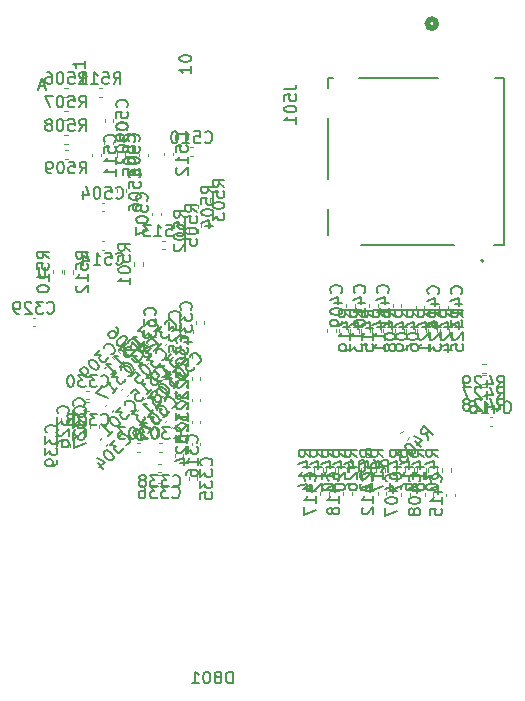
<source format=gbr>
%TF.GenerationSoftware,KiCad,Pcbnew,9.0.1*%
%TF.CreationDate,2025-07-01T18:44:37-06:00*%
%TF.ProjectId,MPU_MOD,4d50555f-4d4f-4442-9e6b-696361645f70,rev?*%
%TF.SameCoordinates,Original*%
%TF.FileFunction,Legend,Bot*%
%TF.FilePolarity,Positive*%
%FSLAX46Y46*%
G04 Gerber Fmt 4.6, Leading zero omitted, Abs format (unit mm)*
G04 Created by KiCad (PCBNEW 9.0.1) date 2025-07-01 18:44:37*
%MOMM*%
%LPD*%
G01*
G04 APERTURE LIST*
%ADD10C,0.150000*%
%ADD11C,0.508000*%
%ADD12C,0.120000*%
%ADD13C,0.200000*%
G04 APERTURE END LIST*
D10*
X72564194Y-57672193D02*
X72564194Y-58481716D01*
X72564194Y-58481716D02*
X72611813Y-58576954D01*
X72611813Y-58576954D02*
X72659432Y-58624574D01*
X72659432Y-58624574D02*
X72754670Y-58672193D01*
X72754670Y-58672193D02*
X72945146Y-58672193D01*
X72945146Y-58672193D02*
X73040384Y-58624574D01*
X73040384Y-58624574D02*
X73088003Y-58576954D01*
X73088003Y-58576954D02*
X73135622Y-58481716D01*
X73135622Y-58481716D02*
X73135622Y-57672193D01*
X85488218Y-40717766D02*
X85488218Y-41289194D01*
X85488218Y-41003480D02*
X84488218Y-41003480D01*
X84488218Y-41003480D02*
X84631075Y-41098718D01*
X84631075Y-41098718D02*
X84726313Y-41193956D01*
X84726313Y-41193956D02*
X84773932Y-41289194D01*
X84488218Y-40098718D02*
X84488218Y-40003480D01*
X84488218Y-40003480D02*
X84535837Y-39908242D01*
X84535837Y-39908242D02*
X84583456Y-39860623D01*
X84583456Y-39860623D02*
X84678694Y-39813004D01*
X84678694Y-39813004D02*
X84869170Y-39765385D01*
X84869170Y-39765385D02*
X85107265Y-39765385D01*
X85107265Y-39765385D02*
X85297741Y-39813004D01*
X85297741Y-39813004D02*
X85392979Y-39860623D01*
X85392979Y-39860623D02*
X85440599Y-39908242D01*
X85440599Y-39908242D02*
X85488218Y-40003480D01*
X85488218Y-40003480D02*
X85488218Y-40098718D01*
X85488218Y-40098718D02*
X85440599Y-40193956D01*
X85440599Y-40193956D02*
X85392979Y-40241575D01*
X85392979Y-40241575D02*
X85297741Y-40289194D01*
X85297741Y-40289194D02*
X85107265Y-40336813D01*
X85107265Y-40336813D02*
X84869170Y-40336813D01*
X84869170Y-40336813D02*
X84678694Y-40289194D01*
X84678694Y-40289194D02*
X84583456Y-40241575D01*
X84583456Y-40241575D02*
X84535837Y-40193956D01*
X84535837Y-40193956D02*
X84488218Y-40098718D01*
X76488236Y-40241575D02*
X76488236Y-40813003D01*
X76488236Y-40527289D02*
X75488236Y-40527289D01*
X75488236Y-40527289D02*
X75631093Y-40622527D01*
X75631093Y-40622527D02*
X75726331Y-40717765D01*
X75726331Y-40717765D02*
X75773950Y-40813003D01*
X72611813Y-42386510D02*
X73088003Y-42386510D01*
X72516575Y-42672225D02*
X72849908Y-41672225D01*
X72849908Y-41672225D02*
X73183241Y-42672225D01*
X103284819Y-73770952D02*
X102808628Y-73437619D01*
X103284819Y-73199524D02*
X102284819Y-73199524D01*
X102284819Y-73199524D02*
X102284819Y-73580476D01*
X102284819Y-73580476D02*
X102332438Y-73675714D01*
X102332438Y-73675714D02*
X102380057Y-73723333D01*
X102380057Y-73723333D02*
X102475295Y-73770952D01*
X102475295Y-73770952D02*
X102618152Y-73770952D01*
X102618152Y-73770952D02*
X102713390Y-73723333D01*
X102713390Y-73723333D02*
X102761009Y-73675714D01*
X102761009Y-73675714D02*
X102808628Y-73580476D01*
X102808628Y-73580476D02*
X102808628Y-73199524D01*
X102618152Y-74628095D02*
X103284819Y-74628095D01*
X102237200Y-74390000D02*
X102951485Y-74151905D01*
X102951485Y-74151905D02*
X102951485Y-74770952D01*
X102284819Y-75342381D02*
X102284819Y-75437619D01*
X102284819Y-75437619D02*
X102332438Y-75532857D01*
X102332438Y-75532857D02*
X102380057Y-75580476D01*
X102380057Y-75580476D02*
X102475295Y-75628095D01*
X102475295Y-75628095D02*
X102665771Y-75675714D01*
X102665771Y-75675714D02*
X102903866Y-75675714D01*
X102903866Y-75675714D02*
X103094342Y-75628095D01*
X103094342Y-75628095D02*
X103189580Y-75580476D01*
X103189580Y-75580476D02*
X103237200Y-75532857D01*
X103237200Y-75532857D02*
X103284819Y-75437619D01*
X103284819Y-75437619D02*
X103284819Y-75342381D01*
X103284819Y-75342381D02*
X103237200Y-75247143D01*
X103237200Y-75247143D02*
X103189580Y-75199524D01*
X103189580Y-75199524D02*
X103094342Y-75151905D01*
X103094342Y-75151905D02*
X102903866Y-75104286D01*
X102903866Y-75104286D02*
X102665771Y-75104286D01*
X102665771Y-75104286D02*
X102475295Y-75151905D01*
X102475295Y-75151905D02*
X102380057Y-75199524D01*
X102380057Y-75199524D02*
X102332438Y-75247143D01*
X102332438Y-75247143D02*
X102284819Y-75342381D01*
X102284819Y-76009048D02*
X102284819Y-76675714D01*
X102284819Y-76675714D02*
X103284819Y-76247143D01*
X104721404Y-61953553D02*
X104245213Y-61620220D01*
X104721404Y-61382125D02*
X103721404Y-61382125D01*
X103721404Y-61382125D02*
X103721404Y-61763077D01*
X103721404Y-61763077D02*
X103769023Y-61858315D01*
X103769023Y-61858315D02*
X103816642Y-61905934D01*
X103816642Y-61905934D02*
X103911880Y-61953553D01*
X103911880Y-61953553D02*
X104054737Y-61953553D01*
X104054737Y-61953553D02*
X104149975Y-61905934D01*
X104149975Y-61905934D02*
X104197594Y-61858315D01*
X104197594Y-61858315D02*
X104245213Y-61763077D01*
X104245213Y-61763077D02*
X104245213Y-61382125D01*
X104054737Y-62810696D02*
X104721404Y-62810696D01*
X103673785Y-62572601D02*
X104388070Y-62334506D01*
X104388070Y-62334506D02*
X104388070Y-62953553D01*
X103721404Y-63524982D02*
X103721404Y-63620220D01*
X103721404Y-63620220D02*
X103769023Y-63715458D01*
X103769023Y-63715458D02*
X103816642Y-63763077D01*
X103816642Y-63763077D02*
X103911880Y-63810696D01*
X103911880Y-63810696D02*
X104102356Y-63858315D01*
X104102356Y-63858315D02*
X104340451Y-63858315D01*
X104340451Y-63858315D02*
X104530927Y-63810696D01*
X104530927Y-63810696D02*
X104626165Y-63763077D01*
X104626165Y-63763077D02*
X104673785Y-63715458D01*
X104673785Y-63715458D02*
X104721404Y-63620220D01*
X104721404Y-63620220D02*
X104721404Y-63524982D01*
X104721404Y-63524982D02*
X104673785Y-63429744D01*
X104673785Y-63429744D02*
X104626165Y-63382125D01*
X104626165Y-63382125D02*
X104530927Y-63334506D01*
X104530927Y-63334506D02*
X104340451Y-63286887D01*
X104340451Y-63286887D02*
X104102356Y-63286887D01*
X104102356Y-63286887D02*
X103911880Y-63334506D01*
X103911880Y-63334506D02*
X103816642Y-63382125D01*
X103816642Y-63382125D02*
X103769023Y-63429744D01*
X103769023Y-63429744D02*
X103721404Y-63524982D01*
X103721404Y-64715458D02*
X103721404Y-64524982D01*
X103721404Y-64524982D02*
X103769023Y-64429744D01*
X103769023Y-64429744D02*
X103816642Y-64382125D01*
X103816642Y-64382125D02*
X103959499Y-64286887D01*
X103959499Y-64286887D02*
X104149975Y-64239268D01*
X104149975Y-64239268D02*
X104530927Y-64239268D01*
X104530927Y-64239268D02*
X104626165Y-64286887D01*
X104626165Y-64286887D02*
X104673785Y-64334506D01*
X104673785Y-64334506D02*
X104721404Y-64429744D01*
X104721404Y-64429744D02*
X104721404Y-64620220D01*
X104721404Y-64620220D02*
X104673785Y-64715458D01*
X104673785Y-64715458D02*
X104626165Y-64763077D01*
X104626165Y-64763077D02*
X104530927Y-64810696D01*
X104530927Y-64810696D02*
X104292832Y-64810696D01*
X104292832Y-64810696D02*
X104197594Y-64763077D01*
X104197594Y-64763077D02*
X104149975Y-64715458D01*
X104149975Y-64715458D02*
X104102356Y-64620220D01*
X104102356Y-64620220D02*
X104102356Y-64429744D01*
X104102356Y-64429744D02*
X104149975Y-64334506D01*
X104149975Y-64334506D02*
X104197594Y-64286887D01*
X104197594Y-64286887D02*
X104292832Y-64239268D01*
X108359580Y-59960952D02*
X108407200Y-59913333D01*
X108407200Y-59913333D02*
X108454819Y-59770476D01*
X108454819Y-59770476D02*
X108454819Y-59675238D01*
X108454819Y-59675238D02*
X108407200Y-59532381D01*
X108407200Y-59532381D02*
X108311961Y-59437143D01*
X108311961Y-59437143D02*
X108216723Y-59389524D01*
X108216723Y-59389524D02*
X108026247Y-59341905D01*
X108026247Y-59341905D02*
X107883390Y-59341905D01*
X107883390Y-59341905D02*
X107692914Y-59389524D01*
X107692914Y-59389524D02*
X107597676Y-59437143D01*
X107597676Y-59437143D02*
X107502438Y-59532381D01*
X107502438Y-59532381D02*
X107454819Y-59675238D01*
X107454819Y-59675238D02*
X107454819Y-59770476D01*
X107454819Y-59770476D02*
X107502438Y-59913333D01*
X107502438Y-59913333D02*
X107550057Y-59960952D01*
X107788152Y-60818095D02*
X108454819Y-60818095D01*
X107407200Y-60580000D02*
X108121485Y-60341905D01*
X108121485Y-60341905D02*
X108121485Y-60960952D01*
X108454819Y-61865714D02*
X108454819Y-61294286D01*
X108454819Y-61580000D02*
X107454819Y-61580000D01*
X107454819Y-61580000D02*
X107597676Y-61484762D01*
X107597676Y-61484762D02*
X107692914Y-61389524D01*
X107692914Y-61389524D02*
X107740533Y-61294286D01*
X107454819Y-62199048D02*
X107454819Y-62818095D01*
X107454819Y-62818095D02*
X107835771Y-62484762D01*
X107835771Y-62484762D02*
X107835771Y-62627619D01*
X107835771Y-62627619D02*
X107883390Y-62722857D01*
X107883390Y-62722857D02*
X107931009Y-62770476D01*
X107931009Y-62770476D02*
X108026247Y-62818095D01*
X108026247Y-62818095D02*
X108264342Y-62818095D01*
X108264342Y-62818095D02*
X108359580Y-62770476D01*
X108359580Y-62770476D02*
X108407200Y-62722857D01*
X108407200Y-62722857D02*
X108454819Y-62627619D01*
X108454819Y-62627619D02*
X108454819Y-62341905D01*
X108454819Y-62341905D02*
X108407200Y-62246667D01*
X108407200Y-62246667D02*
X108359580Y-62199048D01*
X76032462Y-49772219D02*
X76365795Y-49296028D01*
X76603890Y-49772219D02*
X76603890Y-48772219D01*
X76603890Y-48772219D02*
X76222938Y-48772219D01*
X76222938Y-48772219D02*
X76127700Y-48819838D01*
X76127700Y-48819838D02*
X76080081Y-48867457D01*
X76080081Y-48867457D02*
X76032462Y-48962695D01*
X76032462Y-48962695D02*
X76032462Y-49105552D01*
X76032462Y-49105552D02*
X76080081Y-49200790D01*
X76080081Y-49200790D02*
X76127700Y-49248409D01*
X76127700Y-49248409D02*
X76222938Y-49296028D01*
X76222938Y-49296028D02*
X76603890Y-49296028D01*
X75127700Y-48772219D02*
X75603890Y-48772219D01*
X75603890Y-48772219D02*
X75651509Y-49248409D01*
X75651509Y-49248409D02*
X75603890Y-49200790D01*
X75603890Y-49200790D02*
X75508652Y-49153171D01*
X75508652Y-49153171D02*
X75270557Y-49153171D01*
X75270557Y-49153171D02*
X75175319Y-49200790D01*
X75175319Y-49200790D02*
X75127700Y-49248409D01*
X75127700Y-49248409D02*
X75080081Y-49343647D01*
X75080081Y-49343647D02*
X75080081Y-49581742D01*
X75080081Y-49581742D02*
X75127700Y-49676980D01*
X75127700Y-49676980D02*
X75175319Y-49724600D01*
X75175319Y-49724600D02*
X75270557Y-49772219D01*
X75270557Y-49772219D02*
X75508652Y-49772219D01*
X75508652Y-49772219D02*
X75603890Y-49724600D01*
X75603890Y-49724600D02*
X75651509Y-49676980D01*
X74461033Y-48772219D02*
X74365795Y-48772219D01*
X74365795Y-48772219D02*
X74270557Y-48819838D01*
X74270557Y-48819838D02*
X74222938Y-48867457D01*
X74222938Y-48867457D02*
X74175319Y-48962695D01*
X74175319Y-48962695D02*
X74127700Y-49153171D01*
X74127700Y-49153171D02*
X74127700Y-49391266D01*
X74127700Y-49391266D02*
X74175319Y-49581742D01*
X74175319Y-49581742D02*
X74222938Y-49676980D01*
X74222938Y-49676980D02*
X74270557Y-49724600D01*
X74270557Y-49724600D02*
X74365795Y-49772219D01*
X74365795Y-49772219D02*
X74461033Y-49772219D01*
X74461033Y-49772219D02*
X74556271Y-49724600D01*
X74556271Y-49724600D02*
X74603890Y-49676980D01*
X74603890Y-49676980D02*
X74651509Y-49581742D01*
X74651509Y-49581742D02*
X74699128Y-49391266D01*
X74699128Y-49391266D02*
X74699128Y-49153171D01*
X74699128Y-49153171D02*
X74651509Y-48962695D01*
X74651509Y-48962695D02*
X74603890Y-48867457D01*
X74603890Y-48867457D02*
X74556271Y-48819838D01*
X74556271Y-48819838D02*
X74461033Y-48772219D01*
X73651509Y-49772219D02*
X73461033Y-49772219D01*
X73461033Y-49772219D02*
X73365795Y-49724600D01*
X73365795Y-49724600D02*
X73318176Y-49676980D01*
X73318176Y-49676980D02*
X73222938Y-49534123D01*
X73222938Y-49534123D02*
X73175319Y-49343647D01*
X73175319Y-49343647D02*
X73175319Y-48962695D01*
X73175319Y-48962695D02*
X73222938Y-48867457D01*
X73222938Y-48867457D02*
X73270557Y-48819838D01*
X73270557Y-48819838D02*
X73365795Y-48772219D01*
X73365795Y-48772219D02*
X73556271Y-48772219D01*
X73556271Y-48772219D02*
X73651509Y-48819838D01*
X73651509Y-48819838D02*
X73699128Y-48867457D01*
X73699128Y-48867457D02*
X73746747Y-48962695D01*
X73746747Y-48962695D02*
X73746747Y-49200790D01*
X73746747Y-49200790D02*
X73699128Y-49296028D01*
X73699128Y-49296028D02*
X73651509Y-49343647D01*
X73651509Y-49343647D02*
X73556271Y-49391266D01*
X73556271Y-49391266D02*
X73365795Y-49391266D01*
X73365795Y-49391266D02*
X73270557Y-49343647D01*
X73270557Y-49343647D02*
X73222938Y-49296028D01*
X73222938Y-49296028D02*
X73175319Y-49200790D01*
X87348234Y-51458352D02*
X86872043Y-51125019D01*
X87348234Y-50886924D02*
X86348234Y-50886924D01*
X86348234Y-50886924D02*
X86348234Y-51267876D01*
X86348234Y-51267876D02*
X86395853Y-51363114D01*
X86395853Y-51363114D02*
X86443472Y-51410733D01*
X86443472Y-51410733D02*
X86538710Y-51458352D01*
X86538710Y-51458352D02*
X86681567Y-51458352D01*
X86681567Y-51458352D02*
X86776805Y-51410733D01*
X86776805Y-51410733D02*
X86824424Y-51363114D01*
X86824424Y-51363114D02*
X86872043Y-51267876D01*
X86872043Y-51267876D02*
X86872043Y-50886924D01*
X86348234Y-52363114D02*
X86348234Y-51886924D01*
X86348234Y-51886924D02*
X86824424Y-51839305D01*
X86824424Y-51839305D02*
X86776805Y-51886924D01*
X86776805Y-51886924D02*
X86729186Y-51982162D01*
X86729186Y-51982162D02*
X86729186Y-52220257D01*
X86729186Y-52220257D02*
X86776805Y-52315495D01*
X86776805Y-52315495D02*
X86824424Y-52363114D01*
X86824424Y-52363114D02*
X86919662Y-52410733D01*
X86919662Y-52410733D02*
X87157757Y-52410733D01*
X87157757Y-52410733D02*
X87252995Y-52363114D01*
X87252995Y-52363114D02*
X87300615Y-52315495D01*
X87300615Y-52315495D02*
X87348234Y-52220257D01*
X87348234Y-52220257D02*
X87348234Y-51982162D01*
X87348234Y-51982162D02*
X87300615Y-51886924D01*
X87300615Y-51886924D02*
X87252995Y-51839305D01*
X86348234Y-53029781D02*
X86348234Y-53125019D01*
X86348234Y-53125019D02*
X86395853Y-53220257D01*
X86395853Y-53220257D02*
X86443472Y-53267876D01*
X86443472Y-53267876D02*
X86538710Y-53315495D01*
X86538710Y-53315495D02*
X86729186Y-53363114D01*
X86729186Y-53363114D02*
X86967281Y-53363114D01*
X86967281Y-53363114D02*
X87157757Y-53315495D01*
X87157757Y-53315495D02*
X87252995Y-53267876D01*
X87252995Y-53267876D02*
X87300615Y-53220257D01*
X87300615Y-53220257D02*
X87348234Y-53125019D01*
X87348234Y-53125019D02*
X87348234Y-53029781D01*
X87348234Y-53029781D02*
X87300615Y-52934543D01*
X87300615Y-52934543D02*
X87252995Y-52886924D01*
X87252995Y-52886924D02*
X87157757Y-52839305D01*
X87157757Y-52839305D02*
X86967281Y-52791686D01*
X86967281Y-52791686D02*
X86729186Y-52791686D01*
X86729186Y-52791686D02*
X86538710Y-52839305D01*
X86538710Y-52839305D02*
X86443472Y-52886924D01*
X86443472Y-52886924D02*
X86395853Y-52934543D01*
X86395853Y-52934543D02*
X86348234Y-53029781D01*
X86681567Y-54220257D02*
X87348234Y-54220257D01*
X86300615Y-53982162D02*
X87014900Y-53744067D01*
X87014900Y-53744067D02*
X87014900Y-54363114D01*
X76002462Y-46182219D02*
X76335795Y-45706028D01*
X76573890Y-46182219D02*
X76573890Y-45182219D01*
X76573890Y-45182219D02*
X76192938Y-45182219D01*
X76192938Y-45182219D02*
X76097700Y-45229838D01*
X76097700Y-45229838D02*
X76050081Y-45277457D01*
X76050081Y-45277457D02*
X76002462Y-45372695D01*
X76002462Y-45372695D02*
X76002462Y-45515552D01*
X76002462Y-45515552D02*
X76050081Y-45610790D01*
X76050081Y-45610790D02*
X76097700Y-45658409D01*
X76097700Y-45658409D02*
X76192938Y-45706028D01*
X76192938Y-45706028D02*
X76573890Y-45706028D01*
X75097700Y-45182219D02*
X75573890Y-45182219D01*
X75573890Y-45182219D02*
X75621509Y-45658409D01*
X75621509Y-45658409D02*
X75573890Y-45610790D01*
X75573890Y-45610790D02*
X75478652Y-45563171D01*
X75478652Y-45563171D02*
X75240557Y-45563171D01*
X75240557Y-45563171D02*
X75145319Y-45610790D01*
X75145319Y-45610790D02*
X75097700Y-45658409D01*
X75097700Y-45658409D02*
X75050081Y-45753647D01*
X75050081Y-45753647D02*
X75050081Y-45991742D01*
X75050081Y-45991742D02*
X75097700Y-46086980D01*
X75097700Y-46086980D02*
X75145319Y-46134600D01*
X75145319Y-46134600D02*
X75240557Y-46182219D01*
X75240557Y-46182219D02*
X75478652Y-46182219D01*
X75478652Y-46182219D02*
X75573890Y-46134600D01*
X75573890Y-46134600D02*
X75621509Y-46086980D01*
X74431033Y-45182219D02*
X74335795Y-45182219D01*
X74335795Y-45182219D02*
X74240557Y-45229838D01*
X74240557Y-45229838D02*
X74192938Y-45277457D01*
X74192938Y-45277457D02*
X74145319Y-45372695D01*
X74145319Y-45372695D02*
X74097700Y-45563171D01*
X74097700Y-45563171D02*
X74097700Y-45801266D01*
X74097700Y-45801266D02*
X74145319Y-45991742D01*
X74145319Y-45991742D02*
X74192938Y-46086980D01*
X74192938Y-46086980D02*
X74240557Y-46134600D01*
X74240557Y-46134600D02*
X74335795Y-46182219D01*
X74335795Y-46182219D02*
X74431033Y-46182219D01*
X74431033Y-46182219D02*
X74526271Y-46134600D01*
X74526271Y-46134600D02*
X74573890Y-46086980D01*
X74573890Y-46086980D02*
X74621509Y-45991742D01*
X74621509Y-45991742D02*
X74669128Y-45801266D01*
X74669128Y-45801266D02*
X74669128Y-45563171D01*
X74669128Y-45563171D02*
X74621509Y-45372695D01*
X74621509Y-45372695D02*
X74573890Y-45277457D01*
X74573890Y-45277457D02*
X74526271Y-45229838D01*
X74526271Y-45229838D02*
X74431033Y-45182219D01*
X73526271Y-45610790D02*
X73621509Y-45563171D01*
X73621509Y-45563171D02*
X73669128Y-45515552D01*
X73669128Y-45515552D02*
X73716747Y-45420314D01*
X73716747Y-45420314D02*
X73716747Y-45372695D01*
X73716747Y-45372695D02*
X73669128Y-45277457D01*
X73669128Y-45277457D02*
X73621509Y-45229838D01*
X73621509Y-45229838D02*
X73526271Y-45182219D01*
X73526271Y-45182219D02*
X73335795Y-45182219D01*
X73335795Y-45182219D02*
X73240557Y-45229838D01*
X73240557Y-45229838D02*
X73192938Y-45277457D01*
X73192938Y-45277457D02*
X73145319Y-45372695D01*
X73145319Y-45372695D02*
X73145319Y-45420314D01*
X73145319Y-45420314D02*
X73192938Y-45515552D01*
X73192938Y-45515552D02*
X73240557Y-45563171D01*
X73240557Y-45563171D02*
X73335795Y-45610790D01*
X73335795Y-45610790D02*
X73526271Y-45610790D01*
X73526271Y-45610790D02*
X73621509Y-45658409D01*
X73621509Y-45658409D02*
X73669128Y-45706028D01*
X73669128Y-45706028D02*
X73716747Y-45801266D01*
X73716747Y-45801266D02*
X73716747Y-45991742D01*
X73716747Y-45991742D02*
X73669128Y-46086980D01*
X73669128Y-46086980D02*
X73621509Y-46134600D01*
X73621509Y-46134600D02*
X73526271Y-46182219D01*
X73526271Y-46182219D02*
X73335795Y-46182219D01*
X73335795Y-46182219D02*
X73240557Y-46134600D01*
X73240557Y-46134600D02*
X73192938Y-46086980D01*
X73192938Y-46086980D02*
X73145319Y-45991742D01*
X73145319Y-45991742D02*
X73145319Y-45801266D01*
X73145319Y-45801266D02*
X73192938Y-45706028D01*
X73192938Y-45706028D02*
X73240557Y-45658409D01*
X73240557Y-45658409D02*
X73335795Y-45610790D01*
X84988234Y-53508352D02*
X84512043Y-53175019D01*
X84988234Y-52936924D02*
X83988234Y-52936924D01*
X83988234Y-52936924D02*
X83988234Y-53317876D01*
X83988234Y-53317876D02*
X84035853Y-53413114D01*
X84035853Y-53413114D02*
X84083472Y-53460733D01*
X84083472Y-53460733D02*
X84178710Y-53508352D01*
X84178710Y-53508352D02*
X84321567Y-53508352D01*
X84321567Y-53508352D02*
X84416805Y-53460733D01*
X84416805Y-53460733D02*
X84464424Y-53413114D01*
X84464424Y-53413114D02*
X84512043Y-53317876D01*
X84512043Y-53317876D02*
X84512043Y-52936924D01*
X83988234Y-54413114D02*
X83988234Y-53936924D01*
X83988234Y-53936924D02*
X84464424Y-53889305D01*
X84464424Y-53889305D02*
X84416805Y-53936924D01*
X84416805Y-53936924D02*
X84369186Y-54032162D01*
X84369186Y-54032162D02*
X84369186Y-54270257D01*
X84369186Y-54270257D02*
X84416805Y-54365495D01*
X84416805Y-54365495D02*
X84464424Y-54413114D01*
X84464424Y-54413114D02*
X84559662Y-54460733D01*
X84559662Y-54460733D02*
X84797757Y-54460733D01*
X84797757Y-54460733D02*
X84892995Y-54413114D01*
X84892995Y-54413114D02*
X84940615Y-54365495D01*
X84940615Y-54365495D02*
X84988234Y-54270257D01*
X84988234Y-54270257D02*
X84988234Y-54032162D01*
X84988234Y-54032162D02*
X84940615Y-53936924D01*
X84940615Y-53936924D02*
X84892995Y-53889305D01*
X83988234Y-55079781D02*
X83988234Y-55175019D01*
X83988234Y-55175019D02*
X84035853Y-55270257D01*
X84035853Y-55270257D02*
X84083472Y-55317876D01*
X84083472Y-55317876D02*
X84178710Y-55365495D01*
X84178710Y-55365495D02*
X84369186Y-55413114D01*
X84369186Y-55413114D02*
X84607281Y-55413114D01*
X84607281Y-55413114D02*
X84797757Y-55365495D01*
X84797757Y-55365495D02*
X84892995Y-55317876D01*
X84892995Y-55317876D02*
X84940615Y-55270257D01*
X84940615Y-55270257D02*
X84988234Y-55175019D01*
X84988234Y-55175019D02*
X84988234Y-55079781D01*
X84988234Y-55079781D02*
X84940615Y-54984543D01*
X84940615Y-54984543D02*
X84892995Y-54936924D01*
X84892995Y-54936924D02*
X84797757Y-54889305D01*
X84797757Y-54889305D02*
X84607281Y-54841686D01*
X84607281Y-54841686D02*
X84369186Y-54841686D01*
X84369186Y-54841686D02*
X84178710Y-54889305D01*
X84178710Y-54889305D02*
X84083472Y-54936924D01*
X84083472Y-54936924D02*
X84035853Y-54984543D01*
X84035853Y-54984543D02*
X83988234Y-55079781D01*
X84083472Y-55794067D02*
X84035853Y-55841686D01*
X84035853Y-55841686D02*
X83988234Y-55936924D01*
X83988234Y-55936924D02*
X83988234Y-56175019D01*
X83988234Y-56175019D02*
X84035853Y-56270257D01*
X84035853Y-56270257D02*
X84083472Y-56317876D01*
X84083472Y-56317876D02*
X84178710Y-56365495D01*
X84178710Y-56365495D02*
X84273948Y-56365495D01*
X84273948Y-56365495D02*
X84416805Y-56317876D01*
X84416805Y-56317876D02*
X84988234Y-55746448D01*
X84988234Y-55746448D02*
X84988234Y-56365495D01*
X85988234Y-53028352D02*
X85512043Y-52695019D01*
X85988234Y-52456924D02*
X84988234Y-52456924D01*
X84988234Y-52456924D02*
X84988234Y-52837876D01*
X84988234Y-52837876D02*
X85035853Y-52933114D01*
X85035853Y-52933114D02*
X85083472Y-52980733D01*
X85083472Y-52980733D02*
X85178710Y-53028352D01*
X85178710Y-53028352D02*
X85321567Y-53028352D01*
X85321567Y-53028352D02*
X85416805Y-52980733D01*
X85416805Y-52980733D02*
X85464424Y-52933114D01*
X85464424Y-52933114D02*
X85512043Y-52837876D01*
X85512043Y-52837876D02*
X85512043Y-52456924D01*
X84988234Y-53933114D02*
X84988234Y-53456924D01*
X84988234Y-53456924D02*
X85464424Y-53409305D01*
X85464424Y-53409305D02*
X85416805Y-53456924D01*
X85416805Y-53456924D02*
X85369186Y-53552162D01*
X85369186Y-53552162D02*
X85369186Y-53790257D01*
X85369186Y-53790257D02*
X85416805Y-53885495D01*
X85416805Y-53885495D02*
X85464424Y-53933114D01*
X85464424Y-53933114D02*
X85559662Y-53980733D01*
X85559662Y-53980733D02*
X85797757Y-53980733D01*
X85797757Y-53980733D02*
X85892995Y-53933114D01*
X85892995Y-53933114D02*
X85940615Y-53885495D01*
X85940615Y-53885495D02*
X85988234Y-53790257D01*
X85988234Y-53790257D02*
X85988234Y-53552162D01*
X85988234Y-53552162D02*
X85940615Y-53456924D01*
X85940615Y-53456924D02*
X85892995Y-53409305D01*
X84988234Y-54599781D02*
X84988234Y-54695019D01*
X84988234Y-54695019D02*
X85035853Y-54790257D01*
X85035853Y-54790257D02*
X85083472Y-54837876D01*
X85083472Y-54837876D02*
X85178710Y-54885495D01*
X85178710Y-54885495D02*
X85369186Y-54933114D01*
X85369186Y-54933114D02*
X85607281Y-54933114D01*
X85607281Y-54933114D02*
X85797757Y-54885495D01*
X85797757Y-54885495D02*
X85892995Y-54837876D01*
X85892995Y-54837876D02*
X85940615Y-54790257D01*
X85940615Y-54790257D02*
X85988234Y-54695019D01*
X85988234Y-54695019D02*
X85988234Y-54599781D01*
X85988234Y-54599781D02*
X85940615Y-54504543D01*
X85940615Y-54504543D02*
X85892995Y-54456924D01*
X85892995Y-54456924D02*
X85797757Y-54409305D01*
X85797757Y-54409305D02*
X85607281Y-54361686D01*
X85607281Y-54361686D02*
X85369186Y-54361686D01*
X85369186Y-54361686D02*
X85178710Y-54409305D01*
X85178710Y-54409305D02*
X85083472Y-54456924D01*
X85083472Y-54456924D02*
X85035853Y-54504543D01*
X85035853Y-54504543D02*
X84988234Y-54599781D01*
X84988234Y-55837876D02*
X84988234Y-55361686D01*
X84988234Y-55361686D02*
X85464424Y-55314067D01*
X85464424Y-55314067D02*
X85416805Y-55361686D01*
X85416805Y-55361686D02*
X85369186Y-55456924D01*
X85369186Y-55456924D02*
X85369186Y-55695019D01*
X85369186Y-55695019D02*
X85416805Y-55790257D01*
X85416805Y-55790257D02*
X85464424Y-55837876D01*
X85464424Y-55837876D02*
X85559662Y-55885495D01*
X85559662Y-55885495D02*
X85797757Y-55885495D01*
X85797757Y-55885495D02*
X85892995Y-55837876D01*
X85892995Y-55837876D02*
X85940615Y-55790257D01*
X85940615Y-55790257D02*
X85988234Y-55695019D01*
X85988234Y-55695019D02*
X85988234Y-55456924D01*
X85988234Y-55456924D02*
X85940615Y-55361686D01*
X85940615Y-55361686D02*
X85892995Y-55314067D01*
X102109580Y-59860952D02*
X102157200Y-59813333D01*
X102157200Y-59813333D02*
X102204819Y-59670476D01*
X102204819Y-59670476D02*
X102204819Y-59575238D01*
X102204819Y-59575238D02*
X102157200Y-59432381D01*
X102157200Y-59432381D02*
X102061961Y-59337143D01*
X102061961Y-59337143D02*
X101966723Y-59289524D01*
X101966723Y-59289524D02*
X101776247Y-59241905D01*
X101776247Y-59241905D02*
X101633390Y-59241905D01*
X101633390Y-59241905D02*
X101442914Y-59289524D01*
X101442914Y-59289524D02*
X101347676Y-59337143D01*
X101347676Y-59337143D02*
X101252438Y-59432381D01*
X101252438Y-59432381D02*
X101204819Y-59575238D01*
X101204819Y-59575238D02*
X101204819Y-59670476D01*
X101204819Y-59670476D02*
X101252438Y-59813333D01*
X101252438Y-59813333D02*
X101300057Y-59860952D01*
X101538152Y-60718095D02*
X102204819Y-60718095D01*
X101157200Y-60480000D02*
X101871485Y-60241905D01*
X101871485Y-60241905D02*
X101871485Y-60860952D01*
X102204819Y-61765714D02*
X102204819Y-61194286D01*
X102204819Y-61480000D02*
X101204819Y-61480000D01*
X101204819Y-61480000D02*
X101347676Y-61384762D01*
X101347676Y-61384762D02*
X101442914Y-61289524D01*
X101442914Y-61289524D02*
X101490533Y-61194286D01*
X102204819Y-62718095D02*
X102204819Y-62146667D01*
X102204819Y-62432381D02*
X101204819Y-62432381D01*
X101204819Y-62432381D02*
X101347676Y-62337143D01*
X101347676Y-62337143D02*
X101442914Y-62241905D01*
X101442914Y-62241905D02*
X101490533Y-62146667D01*
X84664714Y-65503321D02*
X84732058Y-65503321D01*
X84732058Y-65503321D02*
X84866745Y-65435977D01*
X84866745Y-65435977D02*
X84934088Y-65368634D01*
X84934088Y-65368634D02*
X85001432Y-65233947D01*
X85001432Y-65233947D02*
X85001432Y-65099260D01*
X85001432Y-65099260D02*
X84967760Y-64998245D01*
X84967760Y-64998245D02*
X84866745Y-64829886D01*
X84866745Y-64829886D02*
X84765730Y-64728870D01*
X84765730Y-64728870D02*
X84597371Y-64627855D01*
X84597371Y-64627855D02*
X84496356Y-64594183D01*
X84496356Y-64594183D02*
X84361669Y-64594183D01*
X84361669Y-64594183D02*
X84226982Y-64661527D01*
X84226982Y-64661527D02*
X84159638Y-64728870D01*
X84159638Y-64728870D02*
X84092295Y-64863557D01*
X84092295Y-64863557D02*
X84092295Y-64930901D01*
X83789249Y-65099260D02*
X83351516Y-65536993D01*
X83351516Y-65536993D02*
X83856592Y-65570664D01*
X83856592Y-65570664D02*
X83755577Y-65671680D01*
X83755577Y-65671680D02*
X83721905Y-65772695D01*
X83721905Y-65772695D02*
X83721905Y-65840038D01*
X83721905Y-65840038D02*
X83755577Y-65941054D01*
X83755577Y-65941054D02*
X83923936Y-66109412D01*
X83923936Y-66109412D02*
X84024951Y-66143084D01*
X84024951Y-66143084D02*
X84092295Y-66143084D01*
X84092295Y-66143084D02*
X84193310Y-66109412D01*
X84193310Y-66109412D02*
X84395340Y-65907382D01*
X84395340Y-65907382D02*
X84429012Y-65806367D01*
X84429012Y-65806367D02*
X84429012Y-65739023D01*
X83385188Y-66917534D02*
X83789249Y-66513473D01*
X83587218Y-66715504D02*
X82880112Y-66008397D01*
X82880112Y-66008397D02*
X83048470Y-66042069D01*
X83048470Y-66042069D02*
X83183157Y-66042069D01*
X83183157Y-66042069D02*
X83284173Y-66008397D01*
X83048470Y-67254252D02*
X82913783Y-67388939D01*
X82913783Y-67388939D02*
X82812768Y-67422611D01*
X82812768Y-67422611D02*
X82745425Y-67422611D01*
X82745425Y-67422611D02*
X82577066Y-67388939D01*
X82577066Y-67388939D02*
X82408707Y-67287924D01*
X82408707Y-67287924D02*
X82139333Y-67018550D01*
X82139333Y-67018550D02*
X82105661Y-66917534D01*
X82105661Y-66917534D02*
X82105661Y-66850191D01*
X82105661Y-66850191D02*
X82139333Y-66749176D01*
X82139333Y-66749176D02*
X82274020Y-66614489D01*
X82274020Y-66614489D02*
X82375035Y-66580817D01*
X82375035Y-66580817D02*
X82442379Y-66580817D01*
X82442379Y-66580817D02*
X82543394Y-66614489D01*
X82543394Y-66614489D02*
X82711753Y-66782847D01*
X82711753Y-66782847D02*
X82745425Y-66883863D01*
X82745425Y-66883863D02*
X82745425Y-66951206D01*
X82745425Y-66951206D02*
X82711753Y-67052221D01*
X82711753Y-67052221D02*
X82577066Y-67186908D01*
X82577066Y-67186908D02*
X82476051Y-67220580D01*
X82476051Y-67220580D02*
X82408707Y-67220580D01*
X82408707Y-67220580D02*
X82307692Y-67186908D01*
X80114714Y-66953321D02*
X80182058Y-66953321D01*
X80182058Y-66953321D02*
X80316745Y-66885977D01*
X80316745Y-66885977D02*
X80384088Y-66818634D01*
X80384088Y-66818634D02*
X80451432Y-66683947D01*
X80451432Y-66683947D02*
X80451432Y-66549260D01*
X80451432Y-66549260D02*
X80417760Y-66448245D01*
X80417760Y-66448245D02*
X80316745Y-66279886D01*
X80316745Y-66279886D02*
X80215730Y-66178870D01*
X80215730Y-66178870D02*
X80047371Y-66077855D01*
X80047371Y-66077855D02*
X79946356Y-66044183D01*
X79946356Y-66044183D02*
X79811669Y-66044183D01*
X79811669Y-66044183D02*
X79676982Y-66111527D01*
X79676982Y-66111527D02*
X79609638Y-66178870D01*
X79609638Y-66178870D02*
X79542295Y-66313557D01*
X79542295Y-66313557D02*
X79542295Y-66380901D01*
X79239249Y-66549260D02*
X78801516Y-66986993D01*
X78801516Y-66986993D02*
X79306592Y-67020664D01*
X79306592Y-67020664D02*
X79205577Y-67121680D01*
X79205577Y-67121680D02*
X79171905Y-67222695D01*
X79171905Y-67222695D02*
X79171905Y-67290038D01*
X79171905Y-67290038D02*
X79205577Y-67391054D01*
X79205577Y-67391054D02*
X79373936Y-67559412D01*
X79373936Y-67559412D02*
X79474951Y-67593084D01*
X79474951Y-67593084D02*
X79542295Y-67593084D01*
X79542295Y-67593084D02*
X79643310Y-67559412D01*
X79643310Y-67559412D02*
X79845340Y-67357382D01*
X79845340Y-67357382D02*
X79879012Y-67256367D01*
X79879012Y-67256367D02*
X79879012Y-67189023D01*
X78835188Y-68367534D02*
X79239249Y-67963473D01*
X79037218Y-68165504D02*
X78330112Y-67458397D01*
X78330112Y-67458397D02*
X78498470Y-67492069D01*
X78498470Y-67492069D02*
X78633157Y-67492069D01*
X78633157Y-67492069D02*
X78734173Y-67458397D01*
X77892379Y-67896130D02*
X77420974Y-68367534D01*
X77420974Y-68367534D02*
X78431127Y-68771595D01*
X100822995Y-75778352D02*
X100870615Y-75730733D01*
X100870615Y-75730733D02*
X100918234Y-75587876D01*
X100918234Y-75587876D02*
X100918234Y-75492638D01*
X100918234Y-75492638D02*
X100870615Y-75349781D01*
X100870615Y-75349781D02*
X100775376Y-75254543D01*
X100775376Y-75254543D02*
X100680138Y-75206924D01*
X100680138Y-75206924D02*
X100489662Y-75159305D01*
X100489662Y-75159305D02*
X100346805Y-75159305D01*
X100346805Y-75159305D02*
X100156329Y-75206924D01*
X100156329Y-75206924D02*
X100061091Y-75254543D01*
X100061091Y-75254543D02*
X99965853Y-75349781D01*
X99965853Y-75349781D02*
X99918234Y-75492638D01*
X99918234Y-75492638D02*
X99918234Y-75587876D01*
X99918234Y-75587876D02*
X99965853Y-75730733D01*
X99965853Y-75730733D02*
X100013472Y-75778352D01*
X100251567Y-76635495D02*
X100918234Y-76635495D01*
X99870615Y-76397400D02*
X100584900Y-76159305D01*
X100584900Y-76159305D02*
X100584900Y-76778352D01*
X100918234Y-77683114D02*
X100918234Y-77111686D01*
X100918234Y-77397400D02*
X99918234Y-77397400D01*
X99918234Y-77397400D02*
X100061091Y-77302162D01*
X100061091Y-77302162D02*
X100156329Y-77206924D01*
X100156329Y-77206924D02*
X100203948Y-77111686D01*
X100013472Y-78064067D02*
X99965853Y-78111686D01*
X99965853Y-78111686D02*
X99918234Y-78206924D01*
X99918234Y-78206924D02*
X99918234Y-78445019D01*
X99918234Y-78445019D02*
X99965853Y-78540257D01*
X99965853Y-78540257D02*
X100013472Y-78587876D01*
X100013472Y-78587876D02*
X100108710Y-78635495D01*
X100108710Y-78635495D02*
X100203948Y-78635495D01*
X100203948Y-78635495D02*
X100346805Y-78587876D01*
X100346805Y-78587876D02*
X100918234Y-78016448D01*
X100918234Y-78016448D02*
X100918234Y-78635495D01*
X76499580Y-70100952D02*
X76547200Y-70053333D01*
X76547200Y-70053333D02*
X76594819Y-69910476D01*
X76594819Y-69910476D02*
X76594819Y-69815238D01*
X76594819Y-69815238D02*
X76547200Y-69672381D01*
X76547200Y-69672381D02*
X76451961Y-69577143D01*
X76451961Y-69577143D02*
X76356723Y-69529524D01*
X76356723Y-69529524D02*
X76166247Y-69481905D01*
X76166247Y-69481905D02*
X76023390Y-69481905D01*
X76023390Y-69481905D02*
X75832914Y-69529524D01*
X75832914Y-69529524D02*
X75737676Y-69577143D01*
X75737676Y-69577143D02*
X75642438Y-69672381D01*
X75642438Y-69672381D02*
X75594819Y-69815238D01*
X75594819Y-69815238D02*
X75594819Y-69910476D01*
X75594819Y-69910476D02*
X75642438Y-70053333D01*
X75642438Y-70053333D02*
X75690057Y-70100952D01*
X75594819Y-70434286D02*
X75594819Y-71053333D01*
X75594819Y-71053333D02*
X75975771Y-70720000D01*
X75975771Y-70720000D02*
X75975771Y-70862857D01*
X75975771Y-70862857D02*
X76023390Y-70958095D01*
X76023390Y-70958095D02*
X76071009Y-71005714D01*
X76071009Y-71005714D02*
X76166247Y-71053333D01*
X76166247Y-71053333D02*
X76404342Y-71053333D01*
X76404342Y-71053333D02*
X76499580Y-71005714D01*
X76499580Y-71005714D02*
X76547200Y-70958095D01*
X76547200Y-70958095D02*
X76594819Y-70862857D01*
X76594819Y-70862857D02*
X76594819Y-70577143D01*
X76594819Y-70577143D02*
X76547200Y-70481905D01*
X76547200Y-70481905D02*
X76499580Y-70434286D01*
X75690057Y-71434286D02*
X75642438Y-71481905D01*
X75642438Y-71481905D02*
X75594819Y-71577143D01*
X75594819Y-71577143D02*
X75594819Y-71815238D01*
X75594819Y-71815238D02*
X75642438Y-71910476D01*
X75642438Y-71910476D02*
X75690057Y-71958095D01*
X75690057Y-71958095D02*
X75785295Y-72005714D01*
X75785295Y-72005714D02*
X75880533Y-72005714D01*
X75880533Y-72005714D02*
X76023390Y-71958095D01*
X76023390Y-71958095D02*
X76594819Y-71386667D01*
X76594819Y-71386667D02*
X76594819Y-72005714D01*
X75594819Y-72339048D02*
X75594819Y-73005714D01*
X75594819Y-73005714D02*
X76594819Y-72577143D01*
X111972462Y-69976980D02*
X112020081Y-70024600D01*
X112020081Y-70024600D02*
X112162938Y-70072219D01*
X112162938Y-70072219D02*
X112258176Y-70072219D01*
X112258176Y-70072219D02*
X112401033Y-70024600D01*
X112401033Y-70024600D02*
X112496271Y-69929361D01*
X112496271Y-69929361D02*
X112543890Y-69834123D01*
X112543890Y-69834123D02*
X112591509Y-69643647D01*
X112591509Y-69643647D02*
X112591509Y-69500790D01*
X112591509Y-69500790D02*
X112543890Y-69310314D01*
X112543890Y-69310314D02*
X112496271Y-69215076D01*
X112496271Y-69215076D02*
X112401033Y-69119838D01*
X112401033Y-69119838D02*
X112258176Y-69072219D01*
X112258176Y-69072219D02*
X112162938Y-69072219D01*
X112162938Y-69072219D02*
X112020081Y-69119838D01*
X112020081Y-69119838D02*
X111972462Y-69167457D01*
X111115319Y-69405552D02*
X111115319Y-70072219D01*
X111353414Y-69024600D02*
X111591509Y-69738885D01*
X111591509Y-69738885D02*
X110972462Y-69738885D01*
X110067700Y-70072219D02*
X110639128Y-70072219D01*
X110353414Y-70072219D02*
X110353414Y-69072219D01*
X110353414Y-69072219D02*
X110448652Y-69215076D01*
X110448652Y-69215076D02*
X110543890Y-69310314D01*
X110543890Y-69310314D02*
X110639128Y-69357933D01*
X109210557Y-69072219D02*
X109401033Y-69072219D01*
X109401033Y-69072219D02*
X109496271Y-69119838D01*
X109496271Y-69119838D02*
X109543890Y-69167457D01*
X109543890Y-69167457D02*
X109639128Y-69310314D01*
X109639128Y-69310314D02*
X109686747Y-69500790D01*
X109686747Y-69500790D02*
X109686747Y-69881742D01*
X109686747Y-69881742D02*
X109639128Y-69976980D01*
X109639128Y-69976980D02*
X109591509Y-70024600D01*
X109591509Y-70024600D02*
X109496271Y-70072219D01*
X109496271Y-70072219D02*
X109305795Y-70072219D01*
X109305795Y-70072219D02*
X109210557Y-70024600D01*
X109210557Y-70024600D02*
X109162938Y-69976980D01*
X109162938Y-69976980D02*
X109115319Y-69881742D01*
X109115319Y-69881742D02*
X109115319Y-69643647D01*
X109115319Y-69643647D02*
X109162938Y-69548409D01*
X109162938Y-69548409D02*
X109210557Y-69500790D01*
X109210557Y-69500790D02*
X109305795Y-69453171D01*
X109305795Y-69453171D02*
X109496271Y-69453171D01*
X109496271Y-69453171D02*
X109591509Y-69500790D01*
X109591509Y-69500790D02*
X109639128Y-69548409D01*
X109639128Y-69548409D02*
X109686747Y-69643647D01*
X85099580Y-64150952D02*
X85147200Y-64103333D01*
X85147200Y-64103333D02*
X85194819Y-63960476D01*
X85194819Y-63960476D02*
X85194819Y-63865238D01*
X85194819Y-63865238D02*
X85147200Y-63722381D01*
X85147200Y-63722381D02*
X85051961Y-63627143D01*
X85051961Y-63627143D02*
X84956723Y-63579524D01*
X84956723Y-63579524D02*
X84766247Y-63531905D01*
X84766247Y-63531905D02*
X84623390Y-63531905D01*
X84623390Y-63531905D02*
X84432914Y-63579524D01*
X84432914Y-63579524D02*
X84337676Y-63627143D01*
X84337676Y-63627143D02*
X84242438Y-63722381D01*
X84242438Y-63722381D02*
X84194819Y-63865238D01*
X84194819Y-63865238D02*
X84194819Y-63960476D01*
X84194819Y-63960476D02*
X84242438Y-64103333D01*
X84242438Y-64103333D02*
X84290057Y-64150952D01*
X84194819Y-64484286D02*
X84194819Y-65103333D01*
X84194819Y-65103333D02*
X84575771Y-64770000D01*
X84575771Y-64770000D02*
X84575771Y-64912857D01*
X84575771Y-64912857D02*
X84623390Y-65008095D01*
X84623390Y-65008095D02*
X84671009Y-65055714D01*
X84671009Y-65055714D02*
X84766247Y-65103333D01*
X84766247Y-65103333D02*
X85004342Y-65103333D01*
X85004342Y-65103333D02*
X85099580Y-65055714D01*
X85099580Y-65055714D02*
X85147200Y-65008095D01*
X85147200Y-65008095D02*
X85194819Y-64912857D01*
X85194819Y-64912857D02*
X85194819Y-64627143D01*
X85194819Y-64627143D02*
X85147200Y-64531905D01*
X85147200Y-64531905D02*
X85099580Y-64484286D01*
X84290057Y-65484286D02*
X84242438Y-65531905D01*
X84242438Y-65531905D02*
X84194819Y-65627143D01*
X84194819Y-65627143D02*
X84194819Y-65865238D01*
X84194819Y-65865238D02*
X84242438Y-65960476D01*
X84242438Y-65960476D02*
X84290057Y-66008095D01*
X84290057Y-66008095D02*
X84385295Y-66055714D01*
X84385295Y-66055714D02*
X84480533Y-66055714D01*
X84480533Y-66055714D02*
X84623390Y-66008095D01*
X84623390Y-66008095D02*
X85194819Y-65436667D01*
X85194819Y-65436667D02*
X85194819Y-66055714D01*
X84194819Y-66389048D02*
X84194819Y-67008095D01*
X84194819Y-67008095D02*
X84575771Y-66674762D01*
X84575771Y-66674762D02*
X84575771Y-66817619D01*
X84575771Y-66817619D02*
X84623390Y-66912857D01*
X84623390Y-66912857D02*
X84671009Y-66960476D01*
X84671009Y-66960476D02*
X84766247Y-67008095D01*
X84766247Y-67008095D02*
X85004342Y-67008095D01*
X85004342Y-67008095D02*
X85099580Y-66960476D01*
X85099580Y-66960476D02*
X85147200Y-66912857D01*
X85147200Y-66912857D02*
X85194819Y-66817619D01*
X85194819Y-66817619D02*
X85194819Y-66531905D01*
X85194819Y-66531905D02*
X85147200Y-66436667D01*
X85147200Y-66436667D02*
X85099580Y-66389048D01*
X95583234Y-73758352D02*
X95107043Y-73425019D01*
X95583234Y-73186924D02*
X94583234Y-73186924D01*
X94583234Y-73186924D02*
X94583234Y-73567876D01*
X94583234Y-73567876D02*
X94630853Y-73663114D01*
X94630853Y-73663114D02*
X94678472Y-73710733D01*
X94678472Y-73710733D02*
X94773710Y-73758352D01*
X94773710Y-73758352D02*
X94916567Y-73758352D01*
X94916567Y-73758352D02*
X95011805Y-73710733D01*
X95011805Y-73710733D02*
X95059424Y-73663114D01*
X95059424Y-73663114D02*
X95107043Y-73567876D01*
X95107043Y-73567876D02*
X95107043Y-73186924D01*
X94916567Y-74615495D02*
X95583234Y-74615495D01*
X94535615Y-74377400D02*
X95249900Y-74139305D01*
X95249900Y-74139305D02*
X95249900Y-74758352D01*
X95583234Y-75663114D02*
X95583234Y-75091686D01*
X95583234Y-75377400D02*
X94583234Y-75377400D01*
X94583234Y-75377400D02*
X94726091Y-75282162D01*
X94726091Y-75282162D02*
X94821329Y-75186924D01*
X94821329Y-75186924D02*
X94868948Y-75091686D01*
X94916567Y-76520257D02*
X95583234Y-76520257D01*
X94535615Y-76282162D02*
X95249900Y-76044067D01*
X95249900Y-76044067D02*
X95249900Y-76663114D01*
X78912462Y-42202219D02*
X79245795Y-41726028D01*
X79483890Y-42202219D02*
X79483890Y-41202219D01*
X79483890Y-41202219D02*
X79102938Y-41202219D01*
X79102938Y-41202219D02*
X79007700Y-41249838D01*
X79007700Y-41249838D02*
X78960081Y-41297457D01*
X78960081Y-41297457D02*
X78912462Y-41392695D01*
X78912462Y-41392695D02*
X78912462Y-41535552D01*
X78912462Y-41535552D02*
X78960081Y-41630790D01*
X78960081Y-41630790D02*
X79007700Y-41678409D01*
X79007700Y-41678409D02*
X79102938Y-41726028D01*
X79102938Y-41726028D02*
X79483890Y-41726028D01*
X78007700Y-41202219D02*
X78483890Y-41202219D01*
X78483890Y-41202219D02*
X78531509Y-41678409D01*
X78531509Y-41678409D02*
X78483890Y-41630790D01*
X78483890Y-41630790D02*
X78388652Y-41583171D01*
X78388652Y-41583171D02*
X78150557Y-41583171D01*
X78150557Y-41583171D02*
X78055319Y-41630790D01*
X78055319Y-41630790D02*
X78007700Y-41678409D01*
X78007700Y-41678409D02*
X77960081Y-41773647D01*
X77960081Y-41773647D02*
X77960081Y-42011742D01*
X77960081Y-42011742D02*
X78007700Y-42106980D01*
X78007700Y-42106980D02*
X78055319Y-42154600D01*
X78055319Y-42154600D02*
X78150557Y-42202219D01*
X78150557Y-42202219D02*
X78388652Y-42202219D01*
X78388652Y-42202219D02*
X78483890Y-42154600D01*
X78483890Y-42154600D02*
X78531509Y-42106980D01*
X77007700Y-42202219D02*
X77579128Y-42202219D01*
X77293414Y-42202219D02*
X77293414Y-41202219D01*
X77293414Y-41202219D02*
X77388652Y-41345076D01*
X77388652Y-41345076D02*
X77483890Y-41440314D01*
X77483890Y-41440314D02*
X77579128Y-41487933D01*
X76055319Y-42202219D02*
X76626747Y-42202219D01*
X76341033Y-42202219D02*
X76341033Y-41202219D01*
X76341033Y-41202219D02*
X76436271Y-41345076D01*
X76436271Y-41345076D02*
X76531509Y-41440314D01*
X76531509Y-41440314D02*
X76626747Y-41487933D01*
X107571404Y-61953553D02*
X107095213Y-61620220D01*
X107571404Y-61382125D02*
X106571404Y-61382125D01*
X106571404Y-61382125D02*
X106571404Y-61763077D01*
X106571404Y-61763077D02*
X106619023Y-61858315D01*
X106619023Y-61858315D02*
X106666642Y-61905934D01*
X106666642Y-61905934D02*
X106761880Y-61953553D01*
X106761880Y-61953553D02*
X106904737Y-61953553D01*
X106904737Y-61953553D02*
X106999975Y-61905934D01*
X106999975Y-61905934D02*
X107047594Y-61858315D01*
X107047594Y-61858315D02*
X107095213Y-61763077D01*
X107095213Y-61763077D02*
X107095213Y-61382125D01*
X106904737Y-62810696D02*
X107571404Y-62810696D01*
X106523785Y-62572601D02*
X107238070Y-62334506D01*
X107238070Y-62334506D02*
X107238070Y-62953553D01*
X106666642Y-63286887D02*
X106619023Y-63334506D01*
X106619023Y-63334506D02*
X106571404Y-63429744D01*
X106571404Y-63429744D02*
X106571404Y-63667839D01*
X106571404Y-63667839D02*
X106619023Y-63763077D01*
X106619023Y-63763077D02*
X106666642Y-63810696D01*
X106666642Y-63810696D02*
X106761880Y-63858315D01*
X106761880Y-63858315D02*
X106857118Y-63858315D01*
X106857118Y-63858315D02*
X106999975Y-63810696D01*
X106999975Y-63810696D02*
X107571404Y-63239268D01*
X107571404Y-63239268D02*
X107571404Y-63858315D01*
X106904737Y-64715458D02*
X107571404Y-64715458D01*
X106523785Y-64477363D02*
X107238070Y-64239268D01*
X107238070Y-64239268D02*
X107238070Y-64858315D01*
X102821404Y-61953553D02*
X102345213Y-61620220D01*
X102821404Y-61382125D02*
X101821404Y-61382125D01*
X101821404Y-61382125D02*
X101821404Y-61763077D01*
X101821404Y-61763077D02*
X101869023Y-61858315D01*
X101869023Y-61858315D02*
X101916642Y-61905934D01*
X101916642Y-61905934D02*
X102011880Y-61953553D01*
X102011880Y-61953553D02*
X102154737Y-61953553D01*
X102154737Y-61953553D02*
X102249975Y-61905934D01*
X102249975Y-61905934D02*
X102297594Y-61858315D01*
X102297594Y-61858315D02*
X102345213Y-61763077D01*
X102345213Y-61763077D02*
X102345213Y-61382125D01*
X102154737Y-62810696D02*
X102821404Y-62810696D01*
X101773785Y-62572601D02*
X102488070Y-62334506D01*
X102488070Y-62334506D02*
X102488070Y-62953553D01*
X101821404Y-63524982D02*
X101821404Y-63620220D01*
X101821404Y-63620220D02*
X101869023Y-63715458D01*
X101869023Y-63715458D02*
X101916642Y-63763077D01*
X101916642Y-63763077D02*
X102011880Y-63810696D01*
X102011880Y-63810696D02*
X102202356Y-63858315D01*
X102202356Y-63858315D02*
X102440451Y-63858315D01*
X102440451Y-63858315D02*
X102630927Y-63810696D01*
X102630927Y-63810696D02*
X102726165Y-63763077D01*
X102726165Y-63763077D02*
X102773785Y-63715458D01*
X102773785Y-63715458D02*
X102821404Y-63620220D01*
X102821404Y-63620220D02*
X102821404Y-63524982D01*
X102821404Y-63524982D02*
X102773785Y-63429744D01*
X102773785Y-63429744D02*
X102726165Y-63382125D01*
X102726165Y-63382125D02*
X102630927Y-63334506D01*
X102630927Y-63334506D02*
X102440451Y-63286887D01*
X102440451Y-63286887D02*
X102202356Y-63286887D01*
X102202356Y-63286887D02*
X102011880Y-63334506D01*
X102011880Y-63334506D02*
X101916642Y-63382125D01*
X101916642Y-63382125D02*
X101869023Y-63429744D01*
X101869023Y-63429744D02*
X101821404Y-63524982D01*
X102249975Y-64429744D02*
X102202356Y-64334506D01*
X102202356Y-64334506D02*
X102154737Y-64286887D01*
X102154737Y-64286887D02*
X102059499Y-64239268D01*
X102059499Y-64239268D02*
X102011880Y-64239268D01*
X102011880Y-64239268D02*
X101916642Y-64286887D01*
X101916642Y-64286887D02*
X101869023Y-64334506D01*
X101869023Y-64334506D02*
X101821404Y-64429744D01*
X101821404Y-64429744D02*
X101821404Y-64620220D01*
X101821404Y-64620220D02*
X101869023Y-64715458D01*
X101869023Y-64715458D02*
X101916642Y-64763077D01*
X101916642Y-64763077D02*
X102011880Y-64810696D01*
X102011880Y-64810696D02*
X102059499Y-64810696D01*
X102059499Y-64810696D02*
X102154737Y-64763077D01*
X102154737Y-64763077D02*
X102202356Y-64715458D01*
X102202356Y-64715458D02*
X102249975Y-64620220D01*
X102249975Y-64620220D02*
X102249975Y-64429744D01*
X102249975Y-64429744D02*
X102297594Y-64334506D01*
X102297594Y-64334506D02*
X102345213Y-64286887D01*
X102345213Y-64286887D02*
X102440451Y-64239268D01*
X102440451Y-64239268D02*
X102630927Y-64239268D01*
X102630927Y-64239268D02*
X102726165Y-64286887D01*
X102726165Y-64286887D02*
X102773785Y-64334506D01*
X102773785Y-64334506D02*
X102821404Y-64429744D01*
X102821404Y-64429744D02*
X102821404Y-64620220D01*
X102821404Y-64620220D02*
X102773785Y-64715458D01*
X102773785Y-64715458D02*
X102726165Y-64763077D01*
X102726165Y-64763077D02*
X102630927Y-64810696D01*
X102630927Y-64810696D02*
X102440451Y-64810696D01*
X102440451Y-64810696D02*
X102345213Y-64763077D01*
X102345213Y-64763077D02*
X102297594Y-64715458D01*
X102297594Y-64715458D02*
X102249975Y-64620220D01*
X74049580Y-71700952D02*
X74097200Y-71653333D01*
X74097200Y-71653333D02*
X74144819Y-71510476D01*
X74144819Y-71510476D02*
X74144819Y-71415238D01*
X74144819Y-71415238D02*
X74097200Y-71272381D01*
X74097200Y-71272381D02*
X74001961Y-71177143D01*
X74001961Y-71177143D02*
X73906723Y-71129524D01*
X73906723Y-71129524D02*
X73716247Y-71081905D01*
X73716247Y-71081905D02*
X73573390Y-71081905D01*
X73573390Y-71081905D02*
X73382914Y-71129524D01*
X73382914Y-71129524D02*
X73287676Y-71177143D01*
X73287676Y-71177143D02*
X73192438Y-71272381D01*
X73192438Y-71272381D02*
X73144819Y-71415238D01*
X73144819Y-71415238D02*
X73144819Y-71510476D01*
X73144819Y-71510476D02*
X73192438Y-71653333D01*
X73192438Y-71653333D02*
X73240057Y-71700952D01*
X73144819Y-72034286D02*
X73144819Y-72653333D01*
X73144819Y-72653333D02*
X73525771Y-72320000D01*
X73525771Y-72320000D02*
X73525771Y-72462857D01*
X73525771Y-72462857D02*
X73573390Y-72558095D01*
X73573390Y-72558095D02*
X73621009Y-72605714D01*
X73621009Y-72605714D02*
X73716247Y-72653333D01*
X73716247Y-72653333D02*
X73954342Y-72653333D01*
X73954342Y-72653333D02*
X74049580Y-72605714D01*
X74049580Y-72605714D02*
X74097200Y-72558095D01*
X74097200Y-72558095D02*
X74144819Y-72462857D01*
X74144819Y-72462857D02*
X74144819Y-72177143D01*
X74144819Y-72177143D02*
X74097200Y-72081905D01*
X74097200Y-72081905D02*
X74049580Y-72034286D01*
X73144819Y-72986667D02*
X73144819Y-73605714D01*
X73144819Y-73605714D02*
X73525771Y-73272381D01*
X73525771Y-73272381D02*
X73525771Y-73415238D01*
X73525771Y-73415238D02*
X73573390Y-73510476D01*
X73573390Y-73510476D02*
X73621009Y-73558095D01*
X73621009Y-73558095D02*
X73716247Y-73605714D01*
X73716247Y-73605714D02*
X73954342Y-73605714D01*
X73954342Y-73605714D02*
X74049580Y-73558095D01*
X74049580Y-73558095D02*
X74097200Y-73510476D01*
X74097200Y-73510476D02*
X74144819Y-73415238D01*
X74144819Y-73415238D02*
X74144819Y-73129524D01*
X74144819Y-73129524D02*
X74097200Y-73034286D01*
X74097200Y-73034286D02*
X74049580Y-72986667D01*
X74144819Y-74081905D02*
X74144819Y-74272381D01*
X74144819Y-74272381D02*
X74097200Y-74367619D01*
X74097200Y-74367619D02*
X74049580Y-74415238D01*
X74049580Y-74415238D02*
X73906723Y-74510476D01*
X73906723Y-74510476D02*
X73716247Y-74558095D01*
X73716247Y-74558095D02*
X73335295Y-74558095D01*
X73335295Y-74558095D02*
X73240057Y-74510476D01*
X73240057Y-74510476D02*
X73192438Y-74462857D01*
X73192438Y-74462857D02*
X73144819Y-74367619D01*
X73144819Y-74367619D02*
X73144819Y-74177143D01*
X73144819Y-74177143D02*
X73192438Y-74081905D01*
X73192438Y-74081905D02*
X73240057Y-74034286D01*
X73240057Y-74034286D02*
X73335295Y-73986667D01*
X73335295Y-73986667D02*
X73573390Y-73986667D01*
X73573390Y-73986667D02*
X73668628Y-74034286D01*
X73668628Y-74034286D02*
X73716247Y-74081905D01*
X73716247Y-74081905D02*
X73763866Y-74177143D01*
X73763866Y-74177143D02*
X73763866Y-74367619D01*
X73763866Y-74367619D02*
X73716247Y-74462857D01*
X73716247Y-74462857D02*
X73668628Y-74510476D01*
X73668628Y-74510476D02*
X73573390Y-74558095D01*
X106358234Y-73748352D02*
X105882043Y-73415019D01*
X106358234Y-73176924D02*
X105358234Y-73176924D01*
X105358234Y-73176924D02*
X105358234Y-73557876D01*
X105358234Y-73557876D02*
X105405853Y-73653114D01*
X105405853Y-73653114D02*
X105453472Y-73700733D01*
X105453472Y-73700733D02*
X105548710Y-73748352D01*
X105548710Y-73748352D02*
X105691567Y-73748352D01*
X105691567Y-73748352D02*
X105786805Y-73700733D01*
X105786805Y-73700733D02*
X105834424Y-73653114D01*
X105834424Y-73653114D02*
X105882043Y-73557876D01*
X105882043Y-73557876D02*
X105882043Y-73176924D01*
X105691567Y-74605495D02*
X106358234Y-74605495D01*
X105310615Y-74367400D02*
X106024900Y-74129305D01*
X106024900Y-74129305D02*
X106024900Y-74748352D01*
X105358234Y-75034067D02*
X105358234Y-75653114D01*
X105358234Y-75653114D02*
X105739186Y-75319781D01*
X105739186Y-75319781D02*
X105739186Y-75462638D01*
X105739186Y-75462638D02*
X105786805Y-75557876D01*
X105786805Y-75557876D02*
X105834424Y-75605495D01*
X105834424Y-75605495D02*
X105929662Y-75653114D01*
X105929662Y-75653114D02*
X106167757Y-75653114D01*
X106167757Y-75653114D02*
X106262995Y-75605495D01*
X106262995Y-75605495D02*
X106310615Y-75557876D01*
X106310615Y-75557876D02*
X106358234Y-75462638D01*
X106358234Y-75462638D02*
X106358234Y-75176924D01*
X106358234Y-75176924D02*
X106310615Y-75081686D01*
X106310615Y-75081686D02*
X106262995Y-75034067D01*
X105358234Y-76272162D02*
X105358234Y-76367400D01*
X105358234Y-76367400D02*
X105405853Y-76462638D01*
X105405853Y-76462638D02*
X105453472Y-76510257D01*
X105453472Y-76510257D02*
X105548710Y-76557876D01*
X105548710Y-76557876D02*
X105739186Y-76605495D01*
X105739186Y-76605495D02*
X105977281Y-76605495D01*
X105977281Y-76605495D02*
X106167757Y-76557876D01*
X106167757Y-76557876D02*
X106262995Y-76510257D01*
X106262995Y-76510257D02*
X106310615Y-76462638D01*
X106310615Y-76462638D02*
X106358234Y-76367400D01*
X106358234Y-76367400D02*
X106358234Y-76272162D01*
X106358234Y-76272162D02*
X106310615Y-76176924D01*
X106310615Y-76176924D02*
X106262995Y-76129305D01*
X106262995Y-76129305D02*
X106167757Y-76081686D01*
X106167757Y-76081686D02*
X105977281Y-76034067D01*
X105977281Y-76034067D02*
X105739186Y-76034067D01*
X105739186Y-76034067D02*
X105548710Y-76081686D01*
X105548710Y-76081686D02*
X105453472Y-76129305D01*
X105453472Y-76129305D02*
X105405853Y-76176924D01*
X105405853Y-76176924D02*
X105358234Y-76272162D01*
X105520206Y-72307634D02*
X105419191Y-71735215D01*
X105924267Y-71903573D02*
X105217160Y-71196466D01*
X105217160Y-71196466D02*
X104947786Y-71465840D01*
X104947786Y-71465840D02*
X104914114Y-71566856D01*
X104914114Y-71566856D02*
X104914114Y-71634199D01*
X104914114Y-71634199D02*
X104947786Y-71735215D01*
X104947786Y-71735215D02*
X105048801Y-71836230D01*
X105048801Y-71836230D02*
X105149817Y-71869902D01*
X105149817Y-71869902D02*
X105217160Y-71869902D01*
X105217160Y-71869902D02*
X105318175Y-71836230D01*
X105318175Y-71836230D02*
X105587549Y-71566856D01*
X104442710Y-72442321D02*
X104914114Y-72913726D01*
X104341695Y-72004589D02*
X105015130Y-72341306D01*
X105015130Y-72341306D02*
X104577397Y-72779039D01*
X103701931Y-72711695D02*
X103634588Y-72779039D01*
X103634588Y-72779039D02*
X103600916Y-72880054D01*
X103600916Y-72880054D02*
X103600916Y-72947398D01*
X103600916Y-72947398D02*
X103634588Y-73048413D01*
X103634588Y-73048413D02*
X103735603Y-73216772D01*
X103735603Y-73216772D02*
X103903962Y-73385130D01*
X103903962Y-73385130D02*
X104072321Y-73486146D01*
X104072321Y-73486146D02*
X104173336Y-73519817D01*
X104173336Y-73519817D02*
X104240679Y-73519817D01*
X104240679Y-73519817D02*
X104341695Y-73486146D01*
X104341695Y-73486146D02*
X104409038Y-73418802D01*
X104409038Y-73418802D02*
X104442710Y-73317787D01*
X104442710Y-73317787D02*
X104442710Y-73250443D01*
X104442710Y-73250443D02*
X104409038Y-73149428D01*
X104409038Y-73149428D02*
X104308023Y-72981069D01*
X104308023Y-72981069D02*
X104139664Y-72812711D01*
X104139664Y-72812711D02*
X103971305Y-72711695D01*
X103971305Y-72711695D02*
X103870290Y-72678024D01*
X103870290Y-72678024D02*
X103802947Y-72678024D01*
X103802947Y-72678024D02*
X103701931Y-72711695D01*
X103230527Y-73183100D02*
X102792794Y-73620833D01*
X102792794Y-73620833D02*
X103297870Y-73654504D01*
X103297870Y-73654504D02*
X103196855Y-73755520D01*
X103196855Y-73755520D02*
X103163183Y-73856535D01*
X103163183Y-73856535D02*
X103163183Y-73923878D01*
X103163183Y-73923878D02*
X103196855Y-74024894D01*
X103196855Y-74024894D02*
X103365214Y-74193252D01*
X103365214Y-74193252D02*
X103466229Y-74226924D01*
X103466229Y-74226924D02*
X103533573Y-74226924D01*
X103533573Y-74226924D02*
X103634588Y-74193252D01*
X103634588Y-74193252D02*
X103836618Y-73991222D01*
X103836618Y-73991222D02*
X103870290Y-73890207D01*
X103870290Y-73890207D02*
X103870290Y-73822863D01*
X95952995Y-75778352D02*
X96000615Y-75730733D01*
X96000615Y-75730733D02*
X96048234Y-75587876D01*
X96048234Y-75587876D02*
X96048234Y-75492638D01*
X96048234Y-75492638D02*
X96000615Y-75349781D01*
X96000615Y-75349781D02*
X95905376Y-75254543D01*
X95905376Y-75254543D02*
X95810138Y-75206924D01*
X95810138Y-75206924D02*
X95619662Y-75159305D01*
X95619662Y-75159305D02*
X95476805Y-75159305D01*
X95476805Y-75159305D02*
X95286329Y-75206924D01*
X95286329Y-75206924D02*
X95191091Y-75254543D01*
X95191091Y-75254543D02*
X95095853Y-75349781D01*
X95095853Y-75349781D02*
X95048234Y-75492638D01*
X95048234Y-75492638D02*
X95048234Y-75587876D01*
X95048234Y-75587876D02*
X95095853Y-75730733D01*
X95095853Y-75730733D02*
X95143472Y-75778352D01*
X95381567Y-76635495D02*
X96048234Y-76635495D01*
X95000615Y-76397400D02*
X95714900Y-76159305D01*
X95714900Y-76159305D02*
X95714900Y-76778352D01*
X96048234Y-77683114D02*
X96048234Y-77111686D01*
X96048234Y-77397400D02*
X95048234Y-77397400D01*
X95048234Y-77397400D02*
X95191091Y-77302162D01*
X95191091Y-77302162D02*
X95286329Y-77206924D01*
X95286329Y-77206924D02*
X95333948Y-77111686D01*
X95048234Y-78016448D02*
X95048234Y-78683114D01*
X95048234Y-78683114D02*
X96048234Y-78254543D01*
X85449580Y-61300952D02*
X85497200Y-61253333D01*
X85497200Y-61253333D02*
X85544819Y-61110476D01*
X85544819Y-61110476D02*
X85544819Y-61015238D01*
X85544819Y-61015238D02*
X85497200Y-60872381D01*
X85497200Y-60872381D02*
X85401961Y-60777143D01*
X85401961Y-60777143D02*
X85306723Y-60729524D01*
X85306723Y-60729524D02*
X85116247Y-60681905D01*
X85116247Y-60681905D02*
X84973390Y-60681905D01*
X84973390Y-60681905D02*
X84782914Y-60729524D01*
X84782914Y-60729524D02*
X84687676Y-60777143D01*
X84687676Y-60777143D02*
X84592438Y-60872381D01*
X84592438Y-60872381D02*
X84544819Y-61015238D01*
X84544819Y-61015238D02*
X84544819Y-61110476D01*
X84544819Y-61110476D02*
X84592438Y-61253333D01*
X84592438Y-61253333D02*
X84640057Y-61300952D01*
X84544819Y-61634286D02*
X84544819Y-62253333D01*
X84544819Y-62253333D02*
X84925771Y-61920000D01*
X84925771Y-61920000D02*
X84925771Y-62062857D01*
X84925771Y-62062857D02*
X84973390Y-62158095D01*
X84973390Y-62158095D02*
X85021009Y-62205714D01*
X85021009Y-62205714D02*
X85116247Y-62253333D01*
X85116247Y-62253333D02*
X85354342Y-62253333D01*
X85354342Y-62253333D02*
X85449580Y-62205714D01*
X85449580Y-62205714D02*
X85497200Y-62158095D01*
X85497200Y-62158095D02*
X85544819Y-62062857D01*
X85544819Y-62062857D02*
X85544819Y-61777143D01*
X85544819Y-61777143D02*
X85497200Y-61681905D01*
X85497200Y-61681905D02*
X85449580Y-61634286D01*
X84544819Y-62586667D02*
X84544819Y-63205714D01*
X84544819Y-63205714D02*
X84925771Y-62872381D01*
X84925771Y-62872381D02*
X84925771Y-63015238D01*
X84925771Y-63015238D02*
X84973390Y-63110476D01*
X84973390Y-63110476D02*
X85021009Y-63158095D01*
X85021009Y-63158095D02*
X85116247Y-63205714D01*
X85116247Y-63205714D02*
X85354342Y-63205714D01*
X85354342Y-63205714D02*
X85449580Y-63158095D01*
X85449580Y-63158095D02*
X85497200Y-63110476D01*
X85497200Y-63110476D02*
X85544819Y-63015238D01*
X85544819Y-63015238D02*
X85544819Y-62729524D01*
X85544819Y-62729524D02*
X85497200Y-62634286D01*
X85497200Y-62634286D02*
X85449580Y-62586667D01*
X84878152Y-64062857D02*
X85544819Y-64062857D01*
X84497200Y-63824762D02*
X85211485Y-63586667D01*
X85211485Y-63586667D02*
X85211485Y-64205714D01*
X83038836Y-65553321D02*
X83106180Y-65553321D01*
X83106180Y-65553321D02*
X83240867Y-65485977D01*
X83240867Y-65485977D02*
X83308210Y-65418634D01*
X83308210Y-65418634D02*
X83375554Y-65283947D01*
X83375554Y-65283947D02*
X83375554Y-65149260D01*
X83375554Y-65149260D02*
X83341882Y-65048245D01*
X83341882Y-65048245D02*
X83240867Y-64879886D01*
X83240867Y-64879886D02*
X83139852Y-64778870D01*
X83139852Y-64778870D02*
X82971493Y-64677855D01*
X82971493Y-64677855D02*
X82870478Y-64644183D01*
X82870478Y-64644183D02*
X82735791Y-64644183D01*
X82735791Y-64644183D02*
X82601104Y-64711527D01*
X82601104Y-64711527D02*
X82533760Y-64778870D01*
X82533760Y-64778870D02*
X82466417Y-64913557D01*
X82466417Y-64913557D02*
X82466417Y-64980901D01*
X82163371Y-65149260D02*
X81725638Y-65586993D01*
X81725638Y-65586993D02*
X82230714Y-65620664D01*
X82230714Y-65620664D02*
X82129699Y-65721680D01*
X82129699Y-65721680D02*
X82096027Y-65822695D01*
X82096027Y-65822695D02*
X82096027Y-65890038D01*
X82096027Y-65890038D02*
X82129699Y-65991054D01*
X82129699Y-65991054D02*
X82298058Y-66159412D01*
X82298058Y-66159412D02*
X82399073Y-66193084D01*
X82399073Y-66193084D02*
X82466417Y-66193084D01*
X82466417Y-66193084D02*
X82567432Y-66159412D01*
X82567432Y-66159412D02*
X82769462Y-65957382D01*
X82769462Y-65957382D02*
X82803134Y-65856367D01*
X82803134Y-65856367D02*
X82803134Y-65789023D01*
X81287905Y-66024725D02*
X81220562Y-66092069D01*
X81220562Y-66092069D02*
X81186890Y-66193084D01*
X81186890Y-66193084D02*
X81186890Y-66260428D01*
X81186890Y-66260428D02*
X81220562Y-66361443D01*
X81220562Y-66361443D02*
X81321577Y-66529802D01*
X81321577Y-66529802D02*
X81489936Y-66698160D01*
X81489936Y-66698160D02*
X81658295Y-66799176D01*
X81658295Y-66799176D02*
X81759310Y-66832847D01*
X81759310Y-66832847D02*
X81826653Y-66832847D01*
X81826653Y-66832847D02*
X81927669Y-66799176D01*
X81927669Y-66799176D02*
X81995012Y-66731832D01*
X81995012Y-66731832D02*
X82028684Y-66630817D01*
X82028684Y-66630817D02*
X82028684Y-66563473D01*
X82028684Y-66563473D02*
X81995012Y-66462458D01*
X81995012Y-66462458D02*
X81893997Y-66294099D01*
X81893997Y-66294099D02*
X81725638Y-66125741D01*
X81725638Y-66125741D02*
X81557279Y-66024725D01*
X81557279Y-66024725D02*
X81456264Y-65991054D01*
X81456264Y-65991054D02*
X81388921Y-65991054D01*
X81388921Y-65991054D02*
X81287905Y-66024725D01*
X80412440Y-66900191D02*
X80749157Y-66563473D01*
X80749157Y-66563473D02*
X81119547Y-66866519D01*
X81119547Y-66866519D02*
X81052203Y-66866519D01*
X81052203Y-66866519D02*
X80951188Y-66900191D01*
X80951188Y-66900191D02*
X80782829Y-67068550D01*
X80782829Y-67068550D02*
X80749157Y-67169565D01*
X80749157Y-67169565D02*
X80749157Y-67236908D01*
X80749157Y-67236908D02*
X80782829Y-67337924D01*
X80782829Y-67337924D02*
X80951188Y-67506282D01*
X80951188Y-67506282D02*
X81052203Y-67539954D01*
X81052203Y-67539954D02*
X81119547Y-67539954D01*
X81119547Y-67539954D02*
X81220562Y-67506282D01*
X81220562Y-67506282D02*
X81388921Y-67337924D01*
X81388921Y-67337924D02*
X81422592Y-67236908D01*
X81422592Y-67236908D02*
X81422592Y-67169565D01*
X80022995Y-46078352D02*
X80070615Y-46030733D01*
X80070615Y-46030733D02*
X80118234Y-45887876D01*
X80118234Y-45887876D02*
X80118234Y-45792638D01*
X80118234Y-45792638D02*
X80070615Y-45649781D01*
X80070615Y-45649781D02*
X79975376Y-45554543D01*
X79975376Y-45554543D02*
X79880138Y-45506924D01*
X79880138Y-45506924D02*
X79689662Y-45459305D01*
X79689662Y-45459305D02*
X79546805Y-45459305D01*
X79546805Y-45459305D02*
X79356329Y-45506924D01*
X79356329Y-45506924D02*
X79261091Y-45554543D01*
X79261091Y-45554543D02*
X79165853Y-45649781D01*
X79165853Y-45649781D02*
X79118234Y-45792638D01*
X79118234Y-45792638D02*
X79118234Y-45887876D01*
X79118234Y-45887876D02*
X79165853Y-46030733D01*
X79165853Y-46030733D02*
X79213472Y-46078352D01*
X79118234Y-46983114D02*
X79118234Y-46506924D01*
X79118234Y-46506924D02*
X79594424Y-46459305D01*
X79594424Y-46459305D02*
X79546805Y-46506924D01*
X79546805Y-46506924D02*
X79499186Y-46602162D01*
X79499186Y-46602162D02*
X79499186Y-46840257D01*
X79499186Y-46840257D02*
X79546805Y-46935495D01*
X79546805Y-46935495D02*
X79594424Y-46983114D01*
X79594424Y-46983114D02*
X79689662Y-47030733D01*
X79689662Y-47030733D02*
X79927757Y-47030733D01*
X79927757Y-47030733D02*
X80022995Y-46983114D01*
X80022995Y-46983114D02*
X80070615Y-46935495D01*
X80070615Y-46935495D02*
X80118234Y-46840257D01*
X80118234Y-46840257D02*
X80118234Y-46602162D01*
X80118234Y-46602162D02*
X80070615Y-46506924D01*
X80070615Y-46506924D02*
X80022995Y-46459305D01*
X79118234Y-47649781D02*
X79118234Y-47745019D01*
X79118234Y-47745019D02*
X79165853Y-47840257D01*
X79165853Y-47840257D02*
X79213472Y-47887876D01*
X79213472Y-47887876D02*
X79308710Y-47935495D01*
X79308710Y-47935495D02*
X79499186Y-47983114D01*
X79499186Y-47983114D02*
X79737281Y-47983114D01*
X79737281Y-47983114D02*
X79927757Y-47935495D01*
X79927757Y-47935495D02*
X80022995Y-47887876D01*
X80022995Y-47887876D02*
X80070615Y-47840257D01*
X80070615Y-47840257D02*
X80118234Y-47745019D01*
X80118234Y-47745019D02*
X80118234Y-47649781D01*
X80118234Y-47649781D02*
X80070615Y-47554543D01*
X80070615Y-47554543D02*
X80022995Y-47506924D01*
X80022995Y-47506924D02*
X79927757Y-47459305D01*
X79927757Y-47459305D02*
X79737281Y-47411686D01*
X79737281Y-47411686D02*
X79499186Y-47411686D01*
X79499186Y-47411686D02*
X79308710Y-47459305D01*
X79308710Y-47459305D02*
X79213472Y-47506924D01*
X79213472Y-47506924D02*
X79165853Y-47554543D01*
X79165853Y-47554543D02*
X79118234Y-47649781D01*
X79213472Y-48364067D02*
X79165853Y-48411686D01*
X79165853Y-48411686D02*
X79118234Y-48506924D01*
X79118234Y-48506924D02*
X79118234Y-48745019D01*
X79118234Y-48745019D02*
X79165853Y-48840257D01*
X79165853Y-48840257D02*
X79213472Y-48887876D01*
X79213472Y-48887876D02*
X79308710Y-48935495D01*
X79308710Y-48935495D02*
X79403948Y-48935495D01*
X79403948Y-48935495D02*
X79546805Y-48887876D01*
X79546805Y-48887876D02*
X80118234Y-48316448D01*
X80118234Y-48316448D02*
X80118234Y-48935495D01*
X100784819Y-73758352D02*
X100308628Y-73425019D01*
X100784819Y-73186924D02*
X99784819Y-73186924D01*
X99784819Y-73186924D02*
X99784819Y-73567876D01*
X99784819Y-73567876D02*
X99832438Y-73663114D01*
X99832438Y-73663114D02*
X99880057Y-73710733D01*
X99880057Y-73710733D02*
X99975295Y-73758352D01*
X99975295Y-73758352D02*
X100118152Y-73758352D01*
X100118152Y-73758352D02*
X100213390Y-73710733D01*
X100213390Y-73710733D02*
X100261009Y-73663114D01*
X100261009Y-73663114D02*
X100308628Y-73567876D01*
X100308628Y-73567876D02*
X100308628Y-73186924D01*
X100118152Y-74615495D02*
X100784819Y-74615495D01*
X99737200Y-74377400D02*
X100451485Y-74139305D01*
X100451485Y-74139305D02*
X100451485Y-74758352D01*
X99880057Y-75091686D02*
X99832438Y-75139305D01*
X99832438Y-75139305D02*
X99784819Y-75234543D01*
X99784819Y-75234543D02*
X99784819Y-75472638D01*
X99784819Y-75472638D02*
X99832438Y-75567876D01*
X99832438Y-75567876D02*
X99880057Y-75615495D01*
X99880057Y-75615495D02*
X99975295Y-75663114D01*
X99975295Y-75663114D02*
X100070533Y-75663114D01*
X100070533Y-75663114D02*
X100213390Y-75615495D01*
X100213390Y-75615495D02*
X100784819Y-75044067D01*
X100784819Y-75044067D02*
X100784819Y-75663114D01*
X99880057Y-76044067D02*
X99832438Y-76091686D01*
X99832438Y-76091686D02*
X99784819Y-76186924D01*
X99784819Y-76186924D02*
X99784819Y-76425019D01*
X99784819Y-76425019D02*
X99832438Y-76520257D01*
X99832438Y-76520257D02*
X99880057Y-76567876D01*
X99880057Y-76567876D02*
X99975295Y-76615495D01*
X99975295Y-76615495D02*
X100070533Y-76615495D01*
X100070533Y-76615495D02*
X100213390Y-76567876D01*
X100213390Y-76567876D02*
X100784819Y-75996448D01*
X100784819Y-75996448D02*
X100784819Y-76615495D01*
X80318234Y-56318352D02*
X79842043Y-55985019D01*
X80318234Y-55746924D02*
X79318234Y-55746924D01*
X79318234Y-55746924D02*
X79318234Y-56127876D01*
X79318234Y-56127876D02*
X79365853Y-56223114D01*
X79365853Y-56223114D02*
X79413472Y-56270733D01*
X79413472Y-56270733D02*
X79508710Y-56318352D01*
X79508710Y-56318352D02*
X79651567Y-56318352D01*
X79651567Y-56318352D02*
X79746805Y-56270733D01*
X79746805Y-56270733D02*
X79794424Y-56223114D01*
X79794424Y-56223114D02*
X79842043Y-56127876D01*
X79842043Y-56127876D02*
X79842043Y-55746924D01*
X79318234Y-57223114D02*
X79318234Y-56746924D01*
X79318234Y-56746924D02*
X79794424Y-56699305D01*
X79794424Y-56699305D02*
X79746805Y-56746924D01*
X79746805Y-56746924D02*
X79699186Y-56842162D01*
X79699186Y-56842162D02*
X79699186Y-57080257D01*
X79699186Y-57080257D02*
X79746805Y-57175495D01*
X79746805Y-57175495D02*
X79794424Y-57223114D01*
X79794424Y-57223114D02*
X79889662Y-57270733D01*
X79889662Y-57270733D02*
X80127757Y-57270733D01*
X80127757Y-57270733D02*
X80222995Y-57223114D01*
X80222995Y-57223114D02*
X80270615Y-57175495D01*
X80270615Y-57175495D02*
X80318234Y-57080257D01*
X80318234Y-57080257D02*
X80318234Y-56842162D01*
X80318234Y-56842162D02*
X80270615Y-56746924D01*
X80270615Y-56746924D02*
X80222995Y-56699305D01*
X79318234Y-57889781D02*
X79318234Y-57985019D01*
X79318234Y-57985019D02*
X79365853Y-58080257D01*
X79365853Y-58080257D02*
X79413472Y-58127876D01*
X79413472Y-58127876D02*
X79508710Y-58175495D01*
X79508710Y-58175495D02*
X79699186Y-58223114D01*
X79699186Y-58223114D02*
X79937281Y-58223114D01*
X79937281Y-58223114D02*
X80127757Y-58175495D01*
X80127757Y-58175495D02*
X80222995Y-58127876D01*
X80222995Y-58127876D02*
X80270615Y-58080257D01*
X80270615Y-58080257D02*
X80318234Y-57985019D01*
X80318234Y-57985019D02*
X80318234Y-57889781D01*
X80318234Y-57889781D02*
X80270615Y-57794543D01*
X80270615Y-57794543D02*
X80222995Y-57746924D01*
X80222995Y-57746924D02*
X80127757Y-57699305D01*
X80127757Y-57699305D02*
X79937281Y-57651686D01*
X79937281Y-57651686D02*
X79699186Y-57651686D01*
X79699186Y-57651686D02*
X79508710Y-57699305D01*
X79508710Y-57699305D02*
X79413472Y-57746924D01*
X79413472Y-57746924D02*
X79365853Y-57794543D01*
X79365853Y-57794543D02*
X79318234Y-57889781D01*
X80318234Y-59175495D02*
X80318234Y-58604067D01*
X80318234Y-58889781D02*
X79318234Y-58889781D01*
X79318234Y-58889781D02*
X79461091Y-58794543D01*
X79461091Y-58794543D02*
X79556329Y-58699305D01*
X79556329Y-58699305D02*
X79603948Y-58604067D01*
X97922995Y-75778352D02*
X97970615Y-75730733D01*
X97970615Y-75730733D02*
X98018234Y-75587876D01*
X98018234Y-75587876D02*
X98018234Y-75492638D01*
X98018234Y-75492638D02*
X97970615Y-75349781D01*
X97970615Y-75349781D02*
X97875376Y-75254543D01*
X97875376Y-75254543D02*
X97780138Y-75206924D01*
X97780138Y-75206924D02*
X97589662Y-75159305D01*
X97589662Y-75159305D02*
X97446805Y-75159305D01*
X97446805Y-75159305D02*
X97256329Y-75206924D01*
X97256329Y-75206924D02*
X97161091Y-75254543D01*
X97161091Y-75254543D02*
X97065853Y-75349781D01*
X97065853Y-75349781D02*
X97018234Y-75492638D01*
X97018234Y-75492638D02*
X97018234Y-75587876D01*
X97018234Y-75587876D02*
X97065853Y-75730733D01*
X97065853Y-75730733D02*
X97113472Y-75778352D01*
X97351567Y-76635495D02*
X98018234Y-76635495D01*
X96970615Y-76397400D02*
X97684900Y-76159305D01*
X97684900Y-76159305D02*
X97684900Y-76778352D01*
X98018234Y-77683114D02*
X98018234Y-77111686D01*
X98018234Y-77397400D02*
X97018234Y-77397400D01*
X97018234Y-77397400D02*
X97161091Y-77302162D01*
X97161091Y-77302162D02*
X97256329Y-77206924D01*
X97256329Y-77206924D02*
X97303948Y-77111686D01*
X97446805Y-78254543D02*
X97399186Y-78159305D01*
X97399186Y-78159305D02*
X97351567Y-78111686D01*
X97351567Y-78111686D02*
X97256329Y-78064067D01*
X97256329Y-78064067D02*
X97208710Y-78064067D01*
X97208710Y-78064067D02*
X97113472Y-78111686D01*
X97113472Y-78111686D02*
X97065853Y-78159305D01*
X97065853Y-78159305D02*
X97018234Y-78254543D01*
X97018234Y-78254543D02*
X97018234Y-78445019D01*
X97018234Y-78445019D02*
X97065853Y-78540257D01*
X97065853Y-78540257D02*
X97113472Y-78587876D01*
X97113472Y-78587876D02*
X97208710Y-78635495D01*
X97208710Y-78635495D02*
X97256329Y-78635495D01*
X97256329Y-78635495D02*
X97351567Y-78587876D01*
X97351567Y-78587876D02*
X97399186Y-78540257D01*
X97399186Y-78540257D02*
X97446805Y-78445019D01*
X97446805Y-78445019D02*
X97446805Y-78254543D01*
X97446805Y-78254543D02*
X97494424Y-78159305D01*
X97494424Y-78159305D02*
X97542043Y-78111686D01*
X97542043Y-78111686D02*
X97637281Y-78064067D01*
X97637281Y-78064067D02*
X97827757Y-78064067D01*
X97827757Y-78064067D02*
X97922995Y-78111686D01*
X97922995Y-78111686D02*
X97970615Y-78159305D01*
X97970615Y-78159305D02*
X98018234Y-78254543D01*
X98018234Y-78254543D02*
X98018234Y-78445019D01*
X98018234Y-78445019D02*
X97970615Y-78540257D01*
X97970615Y-78540257D02*
X97922995Y-78587876D01*
X97922995Y-78587876D02*
X97827757Y-78635495D01*
X97827757Y-78635495D02*
X97637281Y-78635495D01*
X97637281Y-78635495D02*
X97542043Y-78587876D01*
X97542043Y-78587876D02*
X97494424Y-78540257D01*
X97494424Y-78540257D02*
X97446805Y-78445019D01*
X105204819Y-73760952D02*
X104728628Y-73427619D01*
X105204819Y-73189524D02*
X104204819Y-73189524D01*
X104204819Y-73189524D02*
X104204819Y-73570476D01*
X104204819Y-73570476D02*
X104252438Y-73665714D01*
X104252438Y-73665714D02*
X104300057Y-73713333D01*
X104300057Y-73713333D02*
X104395295Y-73760952D01*
X104395295Y-73760952D02*
X104538152Y-73760952D01*
X104538152Y-73760952D02*
X104633390Y-73713333D01*
X104633390Y-73713333D02*
X104681009Y-73665714D01*
X104681009Y-73665714D02*
X104728628Y-73570476D01*
X104728628Y-73570476D02*
X104728628Y-73189524D01*
X104538152Y-74618095D02*
X105204819Y-74618095D01*
X104157200Y-74380000D02*
X104871485Y-74141905D01*
X104871485Y-74141905D02*
X104871485Y-74760952D01*
X105204819Y-75665714D02*
X105204819Y-75094286D01*
X105204819Y-75380000D02*
X104204819Y-75380000D01*
X104204819Y-75380000D02*
X104347676Y-75284762D01*
X104347676Y-75284762D02*
X104442914Y-75189524D01*
X104442914Y-75189524D02*
X104490533Y-75094286D01*
X104633390Y-76237143D02*
X104585771Y-76141905D01*
X104585771Y-76141905D02*
X104538152Y-76094286D01*
X104538152Y-76094286D02*
X104442914Y-76046667D01*
X104442914Y-76046667D02*
X104395295Y-76046667D01*
X104395295Y-76046667D02*
X104300057Y-76094286D01*
X104300057Y-76094286D02*
X104252438Y-76141905D01*
X104252438Y-76141905D02*
X104204819Y-76237143D01*
X104204819Y-76237143D02*
X104204819Y-76427619D01*
X104204819Y-76427619D02*
X104252438Y-76522857D01*
X104252438Y-76522857D02*
X104300057Y-76570476D01*
X104300057Y-76570476D02*
X104395295Y-76618095D01*
X104395295Y-76618095D02*
X104442914Y-76618095D01*
X104442914Y-76618095D02*
X104538152Y-76570476D01*
X104538152Y-76570476D02*
X104585771Y-76522857D01*
X104585771Y-76522857D02*
X104633390Y-76427619D01*
X104633390Y-76427619D02*
X104633390Y-76237143D01*
X104633390Y-76237143D02*
X104681009Y-76141905D01*
X104681009Y-76141905D02*
X104728628Y-76094286D01*
X104728628Y-76094286D02*
X104823866Y-76046667D01*
X104823866Y-76046667D02*
X105014342Y-76046667D01*
X105014342Y-76046667D02*
X105109580Y-76094286D01*
X105109580Y-76094286D02*
X105157200Y-76141905D01*
X105157200Y-76141905D02*
X105204819Y-76237143D01*
X105204819Y-76237143D02*
X105204819Y-76427619D01*
X105204819Y-76427619D02*
X105157200Y-76522857D01*
X105157200Y-76522857D02*
X105109580Y-76570476D01*
X105109580Y-76570476D02*
X105014342Y-76618095D01*
X105014342Y-76618095D02*
X104823866Y-76618095D01*
X104823866Y-76618095D02*
X104728628Y-76570476D01*
X104728628Y-76570476D02*
X104681009Y-76522857D01*
X104681009Y-76522857D02*
X104633390Y-76427619D01*
X78992995Y-47108352D02*
X79040615Y-47060733D01*
X79040615Y-47060733D02*
X79088234Y-46917876D01*
X79088234Y-46917876D02*
X79088234Y-46822638D01*
X79088234Y-46822638D02*
X79040615Y-46679781D01*
X79040615Y-46679781D02*
X78945376Y-46584543D01*
X78945376Y-46584543D02*
X78850138Y-46536924D01*
X78850138Y-46536924D02*
X78659662Y-46489305D01*
X78659662Y-46489305D02*
X78516805Y-46489305D01*
X78516805Y-46489305D02*
X78326329Y-46536924D01*
X78326329Y-46536924D02*
X78231091Y-46584543D01*
X78231091Y-46584543D02*
X78135853Y-46679781D01*
X78135853Y-46679781D02*
X78088234Y-46822638D01*
X78088234Y-46822638D02*
X78088234Y-46917876D01*
X78088234Y-46917876D02*
X78135853Y-47060733D01*
X78135853Y-47060733D02*
X78183472Y-47108352D01*
X78088234Y-48013114D02*
X78088234Y-47536924D01*
X78088234Y-47536924D02*
X78564424Y-47489305D01*
X78564424Y-47489305D02*
X78516805Y-47536924D01*
X78516805Y-47536924D02*
X78469186Y-47632162D01*
X78469186Y-47632162D02*
X78469186Y-47870257D01*
X78469186Y-47870257D02*
X78516805Y-47965495D01*
X78516805Y-47965495D02*
X78564424Y-48013114D01*
X78564424Y-48013114D02*
X78659662Y-48060733D01*
X78659662Y-48060733D02*
X78897757Y-48060733D01*
X78897757Y-48060733D02*
X78992995Y-48013114D01*
X78992995Y-48013114D02*
X79040615Y-47965495D01*
X79040615Y-47965495D02*
X79088234Y-47870257D01*
X79088234Y-47870257D02*
X79088234Y-47632162D01*
X79088234Y-47632162D02*
X79040615Y-47536924D01*
X79040615Y-47536924D02*
X78992995Y-47489305D01*
X79088234Y-49013114D02*
X79088234Y-48441686D01*
X79088234Y-48727400D02*
X78088234Y-48727400D01*
X78088234Y-48727400D02*
X78231091Y-48632162D01*
X78231091Y-48632162D02*
X78326329Y-48536924D01*
X78326329Y-48536924D02*
X78373948Y-48441686D01*
X79088234Y-49965495D02*
X79088234Y-49394067D01*
X79088234Y-49679781D02*
X78088234Y-49679781D01*
X78088234Y-49679781D02*
X78231091Y-49584543D01*
X78231091Y-49584543D02*
X78326329Y-49489305D01*
X78326329Y-49489305D02*
X78373948Y-49394067D01*
X86652462Y-47116980D02*
X86700081Y-47164600D01*
X86700081Y-47164600D02*
X86842938Y-47212219D01*
X86842938Y-47212219D02*
X86938176Y-47212219D01*
X86938176Y-47212219D02*
X87081033Y-47164600D01*
X87081033Y-47164600D02*
X87176271Y-47069361D01*
X87176271Y-47069361D02*
X87223890Y-46974123D01*
X87223890Y-46974123D02*
X87271509Y-46783647D01*
X87271509Y-46783647D02*
X87271509Y-46640790D01*
X87271509Y-46640790D02*
X87223890Y-46450314D01*
X87223890Y-46450314D02*
X87176271Y-46355076D01*
X87176271Y-46355076D02*
X87081033Y-46259838D01*
X87081033Y-46259838D02*
X86938176Y-46212219D01*
X86938176Y-46212219D02*
X86842938Y-46212219D01*
X86842938Y-46212219D02*
X86700081Y-46259838D01*
X86700081Y-46259838D02*
X86652462Y-46307457D01*
X85747700Y-46212219D02*
X86223890Y-46212219D01*
X86223890Y-46212219D02*
X86271509Y-46688409D01*
X86271509Y-46688409D02*
X86223890Y-46640790D01*
X86223890Y-46640790D02*
X86128652Y-46593171D01*
X86128652Y-46593171D02*
X85890557Y-46593171D01*
X85890557Y-46593171D02*
X85795319Y-46640790D01*
X85795319Y-46640790D02*
X85747700Y-46688409D01*
X85747700Y-46688409D02*
X85700081Y-46783647D01*
X85700081Y-46783647D02*
X85700081Y-47021742D01*
X85700081Y-47021742D02*
X85747700Y-47116980D01*
X85747700Y-47116980D02*
X85795319Y-47164600D01*
X85795319Y-47164600D02*
X85890557Y-47212219D01*
X85890557Y-47212219D02*
X86128652Y-47212219D01*
X86128652Y-47212219D02*
X86223890Y-47164600D01*
X86223890Y-47164600D02*
X86271509Y-47116980D01*
X84747700Y-47212219D02*
X85319128Y-47212219D01*
X85033414Y-47212219D02*
X85033414Y-46212219D01*
X85033414Y-46212219D02*
X85128652Y-46355076D01*
X85128652Y-46355076D02*
X85223890Y-46450314D01*
X85223890Y-46450314D02*
X85319128Y-46497933D01*
X84128652Y-46212219D02*
X84033414Y-46212219D01*
X84033414Y-46212219D02*
X83938176Y-46259838D01*
X83938176Y-46259838D02*
X83890557Y-46307457D01*
X83890557Y-46307457D02*
X83842938Y-46402695D01*
X83842938Y-46402695D02*
X83795319Y-46593171D01*
X83795319Y-46593171D02*
X83795319Y-46831266D01*
X83795319Y-46831266D02*
X83842938Y-47021742D01*
X83842938Y-47021742D02*
X83890557Y-47116980D01*
X83890557Y-47116980D02*
X83938176Y-47164600D01*
X83938176Y-47164600D02*
X84033414Y-47212219D01*
X84033414Y-47212219D02*
X84128652Y-47212219D01*
X84128652Y-47212219D02*
X84223890Y-47164600D01*
X84223890Y-47164600D02*
X84271509Y-47116980D01*
X84271509Y-47116980D02*
X84319128Y-47021742D01*
X84319128Y-47021742D02*
X84366747Y-46831266D01*
X84366747Y-46831266D02*
X84366747Y-46593171D01*
X84366747Y-46593171D02*
X84319128Y-46402695D01*
X84319128Y-46402695D02*
X84271509Y-46307457D01*
X84271509Y-46307457D02*
X84223890Y-46259838D01*
X84223890Y-46259838D02*
X84128652Y-46212219D01*
X85969580Y-72560952D02*
X86017200Y-72513333D01*
X86017200Y-72513333D02*
X86064819Y-72370476D01*
X86064819Y-72370476D02*
X86064819Y-72275238D01*
X86064819Y-72275238D02*
X86017200Y-72132381D01*
X86017200Y-72132381D02*
X85921961Y-72037143D01*
X85921961Y-72037143D02*
X85826723Y-71989524D01*
X85826723Y-71989524D02*
X85636247Y-71941905D01*
X85636247Y-71941905D02*
X85493390Y-71941905D01*
X85493390Y-71941905D02*
X85302914Y-71989524D01*
X85302914Y-71989524D02*
X85207676Y-72037143D01*
X85207676Y-72037143D02*
X85112438Y-72132381D01*
X85112438Y-72132381D02*
X85064819Y-72275238D01*
X85064819Y-72275238D02*
X85064819Y-72370476D01*
X85064819Y-72370476D02*
X85112438Y-72513333D01*
X85112438Y-72513333D02*
X85160057Y-72560952D01*
X85064819Y-72894286D02*
X85064819Y-73513333D01*
X85064819Y-73513333D02*
X85445771Y-73180000D01*
X85445771Y-73180000D02*
X85445771Y-73322857D01*
X85445771Y-73322857D02*
X85493390Y-73418095D01*
X85493390Y-73418095D02*
X85541009Y-73465714D01*
X85541009Y-73465714D02*
X85636247Y-73513333D01*
X85636247Y-73513333D02*
X85874342Y-73513333D01*
X85874342Y-73513333D02*
X85969580Y-73465714D01*
X85969580Y-73465714D02*
X86017200Y-73418095D01*
X86017200Y-73418095D02*
X86064819Y-73322857D01*
X86064819Y-73322857D02*
X86064819Y-73037143D01*
X86064819Y-73037143D02*
X86017200Y-72941905D01*
X86017200Y-72941905D02*
X85969580Y-72894286D01*
X86064819Y-74465714D02*
X86064819Y-73894286D01*
X86064819Y-74180000D02*
X85064819Y-74180000D01*
X85064819Y-74180000D02*
X85207676Y-74084762D01*
X85207676Y-74084762D02*
X85302914Y-73989524D01*
X85302914Y-73989524D02*
X85350533Y-73894286D01*
X85064819Y-75322857D02*
X85064819Y-75132381D01*
X85064819Y-75132381D02*
X85112438Y-75037143D01*
X85112438Y-75037143D02*
X85160057Y-74989524D01*
X85160057Y-74989524D02*
X85302914Y-74894286D01*
X85302914Y-74894286D02*
X85493390Y-74846667D01*
X85493390Y-74846667D02*
X85874342Y-74846667D01*
X85874342Y-74846667D02*
X85969580Y-74894286D01*
X85969580Y-74894286D02*
X86017200Y-74941905D01*
X86017200Y-74941905D02*
X86064819Y-75037143D01*
X86064819Y-75037143D02*
X86064819Y-75227619D01*
X86064819Y-75227619D02*
X86017200Y-75322857D01*
X86017200Y-75322857D02*
X85969580Y-75370476D01*
X85969580Y-75370476D02*
X85874342Y-75418095D01*
X85874342Y-75418095D02*
X85636247Y-75418095D01*
X85636247Y-75418095D02*
X85541009Y-75370476D01*
X85541009Y-75370476D02*
X85493390Y-75322857D01*
X85493390Y-75322857D02*
X85445771Y-75227619D01*
X85445771Y-75227619D02*
X85445771Y-75037143D01*
X85445771Y-75037143D02*
X85493390Y-74941905D01*
X85493390Y-74941905D02*
X85541009Y-74894286D01*
X85541009Y-74894286D02*
X85636247Y-74846667D01*
X87169580Y-74500952D02*
X87217200Y-74453333D01*
X87217200Y-74453333D02*
X87264819Y-74310476D01*
X87264819Y-74310476D02*
X87264819Y-74215238D01*
X87264819Y-74215238D02*
X87217200Y-74072381D01*
X87217200Y-74072381D02*
X87121961Y-73977143D01*
X87121961Y-73977143D02*
X87026723Y-73929524D01*
X87026723Y-73929524D02*
X86836247Y-73881905D01*
X86836247Y-73881905D02*
X86693390Y-73881905D01*
X86693390Y-73881905D02*
X86502914Y-73929524D01*
X86502914Y-73929524D02*
X86407676Y-73977143D01*
X86407676Y-73977143D02*
X86312438Y-74072381D01*
X86312438Y-74072381D02*
X86264819Y-74215238D01*
X86264819Y-74215238D02*
X86264819Y-74310476D01*
X86264819Y-74310476D02*
X86312438Y-74453333D01*
X86312438Y-74453333D02*
X86360057Y-74500952D01*
X86264819Y-74834286D02*
X86264819Y-75453333D01*
X86264819Y-75453333D02*
X86645771Y-75120000D01*
X86645771Y-75120000D02*
X86645771Y-75262857D01*
X86645771Y-75262857D02*
X86693390Y-75358095D01*
X86693390Y-75358095D02*
X86741009Y-75405714D01*
X86741009Y-75405714D02*
X86836247Y-75453333D01*
X86836247Y-75453333D02*
X87074342Y-75453333D01*
X87074342Y-75453333D02*
X87169580Y-75405714D01*
X87169580Y-75405714D02*
X87217200Y-75358095D01*
X87217200Y-75358095D02*
X87264819Y-75262857D01*
X87264819Y-75262857D02*
X87264819Y-74977143D01*
X87264819Y-74977143D02*
X87217200Y-74881905D01*
X87217200Y-74881905D02*
X87169580Y-74834286D01*
X86264819Y-75786667D02*
X86264819Y-76405714D01*
X86264819Y-76405714D02*
X86645771Y-76072381D01*
X86645771Y-76072381D02*
X86645771Y-76215238D01*
X86645771Y-76215238D02*
X86693390Y-76310476D01*
X86693390Y-76310476D02*
X86741009Y-76358095D01*
X86741009Y-76358095D02*
X86836247Y-76405714D01*
X86836247Y-76405714D02*
X87074342Y-76405714D01*
X87074342Y-76405714D02*
X87169580Y-76358095D01*
X87169580Y-76358095D02*
X87217200Y-76310476D01*
X87217200Y-76310476D02*
X87264819Y-76215238D01*
X87264819Y-76215238D02*
X87264819Y-75929524D01*
X87264819Y-75929524D02*
X87217200Y-75834286D01*
X87217200Y-75834286D02*
X87169580Y-75786667D01*
X86264819Y-77310476D02*
X86264819Y-76834286D01*
X86264819Y-76834286D02*
X86741009Y-76786667D01*
X86741009Y-76786667D02*
X86693390Y-76834286D01*
X86693390Y-76834286D02*
X86645771Y-76929524D01*
X86645771Y-76929524D02*
X86645771Y-77167619D01*
X86645771Y-77167619D02*
X86693390Y-77262857D01*
X86693390Y-77262857D02*
X86741009Y-77310476D01*
X86741009Y-77310476D02*
X86836247Y-77358095D01*
X86836247Y-77358095D02*
X87074342Y-77358095D01*
X87074342Y-77358095D02*
X87169580Y-77310476D01*
X87169580Y-77310476D02*
X87217200Y-77262857D01*
X87217200Y-77262857D02*
X87264819Y-77167619D01*
X87264819Y-77167619D02*
X87264819Y-76929524D01*
X87264819Y-76929524D02*
X87217200Y-76834286D01*
X87217200Y-76834286D02*
X87169580Y-76786667D01*
X104254819Y-73760952D02*
X103778628Y-73427619D01*
X104254819Y-73189524D02*
X103254819Y-73189524D01*
X103254819Y-73189524D02*
X103254819Y-73570476D01*
X103254819Y-73570476D02*
X103302438Y-73665714D01*
X103302438Y-73665714D02*
X103350057Y-73713333D01*
X103350057Y-73713333D02*
X103445295Y-73760952D01*
X103445295Y-73760952D02*
X103588152Y-73760952D01*
X103588152Y-73760952D02*
X103683390Y-73713333D01*
X103683390Y-73713333D02*
X103731009Y-73665714D01*
X103731009Y-73665714D02*
X103778628Y-73570476D01*
X103778628Y-73570476D02*
X103778628Y-73189524D01*
X103588152Y-74618095D02*
X104254819Y-74618095D01*
X103207200Y-74380000D02*
X103921485Y-74141905D01*
X103921485Y-74141905D02*
X103921485Y-74760952D01*
X104254819Y-75665714D02*
X104254819Y-75094286D01*
X104254819Y-75380000D02*
X103254819Y-75380000D01*
X103254819Y-75380000D02*
X103397676Y-75284762D01*
X103397676Y-75284762D02*
X103492914Y-75189524D01*
X103492914Y-75189524D02*
X103540533Y-75094286D01*
X103254819Y-76522857D02*
X103254819Y-76332381D01*
X103254819Y-76332381D02*
X103302438Y-76237143D01*
X103302438Y-76237143D02*
X103350057Y-76189524D01*
X103350057Y-76189524D02*
X103492914Y-76094286D01*
X103492914Y-76094286D02*
X103683390Y-76046667D01*
X103683390Y-76046667D02*
X104064342Y-76046667D01*
X104064342Y-76046667D02*
X104159580Y-76094286D01*
X104159580Y-76094286D02*
X104207200Y-76141905D01*
X104207200Y-76141905D02*
X104254819Y-76237143D01*
X104254819Y-76237143D02*
X104254819Y-76427619D01*
X104254819Y-76427619D02*
X104207200Y-76522857D01*
X104207200Y-76522857D02*
X104159580Y-76570476D01*
X104159580Y-76570476D02*
X104064342Y-76618095D01*
X104064342Y-76618095D02*
X103826247Y-76618095D01*
X103826247Y-76618095D02*
X103731009Y-76570476D01*
X103731009Y-76570476D02*
X103683390Y-76522857D01*
X103683390Y-76522857D02*
X103635771Y-76427619D01*
X103635771Y-76427619D02*
X103635771Y-76237143D01*
X103635771Y-76237143D02*
X103683390Y-76141905D01*
X103683390Y-76141905D02*
X103731009Y-76094286D01*
X103731009Y-76094286D02*
X103826247Y-76046667D01*
X81102995Y-50088352D02*
X81150615Y-50040733D01*
X81150615Y-50040733D02*
X81198234Y-49897876D01*
X81198234Y-49897876D02*
X81198234Y-49802638D01*
X81198234Y-49802638D02*
X81150615Y-49659781D01*
X81150615Y-49659781D02*
X81055376Y-49564543D01*
X81055376Y-49564543D02*
X80960138Y-49516924D01*
X80960138Y-49516924D02*
X80769662Y-49469305D01*
X80769662Y-49469305D02*
X80626805Y-49469305D01*
X80626805Y-49469305D02*
X80436329Y-49516924D01*
X80436329Y-49516924D02*
X80341091Y-49564543D01*
X80341091Y-49564543D02*
X80245853Y-49659781D01*
X80245853Y-49659781D02*
X80198234Y-49802638D01*
X80198234Y-49802638D02*
X80198234Y-49897876D01*
X80198234Y-49897876D02*
X80245853Y-50040733D01*
X80245853Y-50040733D02*
X80293472Y-50088352D01*
X80198234Y-50993114D02*
X80198234Y-50516924D01*
X80198234Y-50516924D02*
X80674424Y-50469305D01*
X80674424Y-50469305D02*
X80626805Y-50516924D01*
X80626805Y-50516924D02*
X80579186Y-50612162D01*
X80579186Y-50612162D02*
X80579186Y-50850257D01*
X80579186Y-50850257D02*
X80626805Y-50945495D01*
X80626805Y-50945495D02*
X80674424Y-50993114D01*
X80674424Y-50993114D02*
X80769662Y-51040733D01*
X80769662Y-51040733D02*
X81007757Y-51040733D01*
X81007757Y-51040733D02*
X81102995Y-50993114D01*
X81102995Y-50993114D02*
X81150615Y-50945495D01*
X81150615Y-50945495D02*
X81198234Y-50850257D01*
X81198234Y-50850257D02*
X81198234Y-50612162D01*
X81198234Y-50612162D02*
X81150615Y-50516924D01*
X81150615Y-50516924D02*
X81102995Y-50469305D01*
X80198234Y-51659781D02*
X80198234Y-51755019D01*
X80198234Y-51755019D02*
X80245853Y-51850257D01*
X80245853Y-51850257D02*
X80293472Y-51897876D01*
X80293472Y-51897876D02*
X80388710Y-51945495D01*
X80388710Y-51945495D02*
X80579186Y-51993114D01*
X80579186Y-51993114D02*
X80817281Y-51993114D01*
X80817281Y-51993114D02*
X81007757Y-51945495D01*
X81007757Y-51945495D02*
X81102995Y-51897876D01*
X81102995Y-51897876D02*
X81150615Y-51850257D01*
X81150615Y-51850257D02*
X81198234Y-51755019D01*
X81198234Y-51755019D02*
X81198234Y-51659781D01*
X81198234Y-51659781D02*
X81150615Y-51564543D01*
X81150615Y-51564543D02*
X81102995Y-51516924D01*
X81102995Y-51516924D02*
X81007757Y-51469305D01*
X81007757Y-51469305D02*
X80817281Y-51421686D01*
X80817281Y-51421686D02*
X80579186Y-51421686D01*
X80579186Y-51421686D02*
X80388710Y-51469305D01*
X80388710Y-51469305D02*
X80293472Y-51516924D01*
X80293472Y-51516924D02*
X80245853Y-51564543D01*
X80245853Y-51564543D02*
X80198234Y-51659781D01*
X80198234Y-52850257D02*
X80198234Y-52659781D01*
X80198234Y-52659781D02*
X80245853Y-52564543D01*
X80245853Y-52564543D02*
X80293472Y-52516924D01*
X80293472Y-52516924D02*
X80436329Y-52421686D01*
X80436329Y-52421686D02*
X80626805Y-52374067D01*
X80626805Y-52374067D02*
X81007757Y-52374067D01*
X81007757Y-52374067D02*
X81102995Y-52421686D01*
X81102995Y-52421686D02*
X81150615Y-52469305D01*
X81150615Y-52469305D02*
X81198234Y-52564543D01*
X81198234Y-52564543D02*
X81198234Y-52755019D01*
X81198234Y-52755019D02*
X81150615Y-52850257D01*
X81150615Y-52850257D02*
X81102995Y-52897876D01*
X81102995Y-52897876D02*
X81007757Y-52945495D01*
X81007757Y-52945495D02*
X80769662Y-52945495D01*
X80769662Y-52945495D02*
X80674424Y-52897876D01*
X80674424Y-52897876D02*
X80626805Y-52850257D01*
X80626805Y-52850257D02*
X80579186Y-52755019D01*
X80579186Y-52755019D02*
X80579186Y-52564543D01*
X80579186Y-52564543D02*
X80626805Y-52469305D01*
X80626805Y-52469305D02*
X80674424Y-52421686D01*
X80674424Y-52421686D02*
X80769662Y-52374067D01*
X78664714Y-65103321D02*
X78732058Y-65103321D01*
X78732058Y-65103321D02*
X78866745Y-65035977D01*
X78866745Y-65035977D02*
X78934088Y-64968634D01*
X78934088Y-64968634D02*
X79001432Y-64833947D01*
X79001432Y-64833947D02*
X79001432Y-64699260D01*
X79001432Y-64699260D02*
X78967760Y-64598245D01*
X78967760Y-64598245D02*
X78866745Y-64429886D01*
X78866745Y-64429886D02*
X78765730Y-64328870D01*
X78765730Y-64328870D02*
X78597371Y-64227855D01*
X78597371Y-64227855D02*
X78496356Y-64194183D01*
X78496356Y-64194183D02*
X78361669Y-64194183D01*
X78361669Y-64194183D02*
X78226982Y-64261527D01*
X78226982Y-64261527D02*
X78159638Y-64328870D01*
X78159638Y-64328870D02*
X78092295Y-64463557D01*
X78092295Y-64463557D02*
X78092295Y-64530901D01*
X77789249Y-64699260D02*
X77351516Y-65136993D01*
X77351516Y-65136993D02*
X77856592Y-65170664D01*
X77856592Y-65170664D02*
X77755577Y-65271680D01*
X77755577Y-65271680D02*
X77721905Y-65372695D01*
X77721905Y-65372695D02*
X77721905Y-65440038D01*
X77721905Y-65440038D02*
X77755577Y-65541054D01*
X77755577Y-65541054D02*
X77923936Y-65709412D01*
X77923936Y-65709412D02*
X78024951Y-65743084D01*
X78024951Y-65743084D02*
X78092295Y-65743084D01*
X78092295Y-65743084D02*
X78193310Y-65709412D01*
X78193310Y-65709412D02*
X78395340Y-65507382D01*
X78395340Y-65507382D02*
X78429012Y-65406367D01*
X78429012Y-65406367D02*
X78429012Y-65339023D01*
X76913783Y-65574725D02*
X76846440Y-65642069D01*
X76846440Y-65642069D02*
X76812768Y-65743084D01*
X76812768Y-65743084D02*
X76812768Y-65810428D01*
X76812768Y-65810428D02*
X76846440Y-65911443D01*
X76846440Y-65911443D02*
X76947455Y-66079802D01*
X76947455Y-66079802D02*
X77115814Y-66248160D01*
X77115814Y-66248160D02*
X77284173Y-66349176D01*
X77284173Y-66349176D02*
X77385188Y-66382847D01*
X77385188Y-66382847D02*
X77452531Y-66382847D01*
X77452531Y-66382847D02*
X77553547Y-66349176D01*
X77553547Y-66349176D02*
X77620890Y-66281832D01*
X77620890Y-66281832D02*
X77654562Y-66180817D01*
X77654562Y-66180817D02*
X77654562Y-66113473D01*
X77654562Y-66113473D02*
X77620890Y-66012458D01*
X77620890Y-66012458D02*
X77519875Y-65844099D01*
X77519875Y-65844099D02*
X77351516Y-65675741D01*
X77351516Y-65675741D02*
X77183157Y-65574725D01*
X77183157Y-65574725D02*
X77082142Y-65541054D01*
X77082142Y-65541054D02*
X77014799Y-65541054D01*
X77014799Y-65541054D02*
X76913783Y-65574725D01*
X77048470Y-66854252D02*
X76913783Y-66988939D01*
X76913783Y-66988939D02*
X76812768Y-67022611D01*
X76812768Y-67022611D02*
X76745425Y-67022611D01*
X76745425Y-67022611D02*
X76577066Y-66988939D01*
X76577066Y-66988939D02*
X76408707Y-66887924D01*
X76408707Y-66887924D02*
X76139333Y-66618550D01*
X76139333Y-66618550D02*
X76105661Y-66517534D01*
X76105661Y-66517534D02*
X76105661Y-66450191D01*
X76105661Y-66450191D02*
X76139333Y-66349176D01*
X76139333Y-66349176D02*
X76274020Y-66214489D01*
X76274020Y-66214489D02*
X76375035Y-66180817D01*
X76375035Y-66180817D02*
X76442379Y-66180817D01*
X76442379Y-66180817D02*
X76543394Y-66214489D01*
X76543394Y-66214489D02*
X76711753Y-66382847D01*
X76711753Y-66382847D02*
X76745425Y-66483863D01*
X76745425Y-66483863D02*
X76745425Y-66551206D01*
X76745425Y-66551206D02*
X76711753Y-66652221D01*
X76711753Y-66652221D02*
X76577066Y-66786908D01*
X76577066Y-66786908D02*
X76476051Y-66820580D01*
X76476051Y-66820580D02*
X76408707Y-66820580D01*
X76408707Y-66820580D02*
X76307692Y-66786908D01*
X83899047Y-77169580D02*
X83946666Y-77217200D01*
X83946666Y-77217200D02*
X84089523Y-77264819D01*
X84089523Y-77264819D02*
X84184761Y-77264819D01*
X84184761Y-77264819D02*
X84327618Y-77217200D01*
X84327618Y-77217200D02*
X84422856Y-77121961D01*
X84422856Y-77121961D02*
X84470475Y-77026723D01*
X84470475Y-77026723D02*
X84518094Y-76836247D01*
X84518094Y-76836247D02*
X84518094Y-76693390D01*
X84518094Y-76693390D02*
X84470475Y-76502914D01*
X84470475Y-76502914D02*
X84422856Y-76407676D01*
X84422856Y-76407676D02*
X84327618Y-76312438D01*
X84327618Y-76312438D02*
X84184761Y-76264819D01*
X84184761Y-76264819D02*
X84089523Y-76264819D01*
X84089523Y-76264819D02*
X83946666Y-76312438D01*
X83946666Y-76312438D02*
X83899047Y-76360057D01*
X83565713Y-76264819D02*
X82946666Y-76264819D01*
X82946666Y-76264819D02*
X83279999Y-76645771D01*
X83279999Y-76645771D02*
X83137142Y-76645771D01*
X83137142Y-76645771D02*
X83041904Y-76693390D01*
X83041904Y-76693390D02*
X82994285Y-76741009D01*
X82994285Y-76741009D02*
X82946666Y-76836247D01*
X82946666Y-76836247D02*
X82946666Y-77074342D01*
X82946666Y-77074342D02*
X82994285Y-77169580D01*
X82994285Y-77169580D02*
X83041904Y-77217200D01*
X83041904Y-77217200D02*
X83137142Y-77264819D01*
X83137142Y-77264819D02*
X83422856Y-77264819D01*
X83422856Y-77264819D02*
X83518094Y-77217200D01*
X83518094Y-77217200D02*
X83565713Y-77169580D01*
X82613332Y-76264819D02*
X81994285Y-76264819D01*
X81994285Y-76264819D02*
X82327618Y-76645771D01*
X82327618Y-76645771D02*
X82184761Y-76645771D01*
X82184761Y-76645771D02*
X82089523Y-76693390D01*
X82089523Y-76693390D02*
X82041904Y-76741009D01*
X82041904Y-76741009D02*
X81994285Y-76836247D01*
X81994285Y-76836247D02*
X81994285Y-77074342D01*
X81994285Y-77074342D02*
X82041904Y-77169580D01*
X82041904Y-77169580D02*
X82089523Y-77217200D01*
X82089523Y-77217200D02*
X82184761Y-77264819D01*
X82184761Y-77264819D02*
X82470475Y-77264819D01*
X82470475Y-77264819D02*
X82565713Y-77217200D01*
X82565713Y-77217200D02*
X82613332Y-77169580D01*
X81137142Y-76264819D02*
X81327618Y-76264819D01*
X81327618Y-76264819D02*
X81422856Y-76312438D01*
X81422856Y-76312438D02*
X81470475Y-76360057D01*
X81470475Y-76360057D02*
X81565713Y-76502914D01*
X81565713Y-76502914D02*
X81613332Y-76693390D01*
X81613332Y-76693390D02*
X81613332Y-77074342D01*
X81613332Y-77074342D02*
X81565713Y-77169580D01*
X81565713Y-77169580D02*
X81518094Y-77217200D01*
X81518094Y-77217200D02*
X81422856Y-77264819D01*
X81422856Y-77264819D02*
X81232380Y-77264819D01*
X81232380Y-77264819D02*
X81137142Y-77217200D01*
X81137142Y-77217200D02*
X81089523Y-77169580D01*
X81089523Y-77169580D02*
X81041904Y-77074342D01*
X81041904Y-77074342D02*
X81041904Y-76836247D01*
X81041904Y-76836247D02*
X81089523Y-76741009D01*
X81089523Y-76741009D02*
X81137142Y-76693390D01*
X81137142Y-76693390D02*
X81232380Y-76645771D01*
X81232380Y-76645771D02*
X81422856Y-76645771D01*
X81422856Y-76645771D02*
X81518094Y-76693390D01*
X81518094Y-76693390D02*
X81565713Y-76741009D01*
X81565713Y-76741009D02*
X81613332Y-76836247D01*
X80426380Y-69922631D02*
X80493724Y-69922631D01*
X80493724Y-69922631D02*
X80628411Y-69855287D01*
X80628411Y-69855287D02*
X80695754Y-69787944D01*
X80695754Y-69787944D02*
X80763098Y-69653257D01*
X80763098Y-69653257D02*
X80763098Y-69518570D01*
X80763098Y-69518570D02*
X80729426Y-69417555D01*
X80729426Y-69417555D02*
X80628411Y-69249196D01*
X80628411Y-69249196D02*
X80527396Y-69148180D01*
X80527396Y-69148180D02*
X80359037Y-69047165D01*
X80359037Y-69047165D02*
X80258022Y-69013493D01*
X80258022Y-69013493D02*
X80123335Y-69013493D01*
X80123335Y-69013493D02*
X79988648Y-69080837D01*
X79988648Y-69080837D02*
X79921304Y-69148180D01*
X79921304Y-69148180D02*
X79853961Y-69282867D01*
X79853961Y-69282867D02*
X79853961Y-69350211D01*
X79550915Y-69518570D02*
X79113182Y-69956303D01*
X79113182Y-69956303D02*
X79618258Y-69989974D01*
X79618258Y-69989974D02*
X79517243Y-70090990D01*
X79517243Y-70090990D02*
X79483571Y-70192005D01*
X79483571Y-70192005D02*
X79483571Y-70259348D01*
X79483571Y-70259348D02*
X79517243Y-70360364D01*
X79517243Y-70360364D02*
X79685602Y-70528722D01*
X79685602Y-70528722D02*
X79786617Y-70562394D01*
X79786617Y-70562394D02*
X79853961Y-70562394D01*
X79853961Y-70562394D02*
X79954976Y-70528722D01*
X79954976Y-70528722D02*
X80157006Y-70326692D01*
X80157006Y-70326692D02*
X80190678Y-70225677D01*
X80190678Y-70225677D02*
X80190678Y-70158333D01*
X78675449Y-70394035D02*
X78608106Y-70461379D01*
X78608106Y-70461379D02*
X78574434Y-70562394D01*
X78574434Y-70562394D02*
X78574434Y-70629738D01*
X78574434Y-70629738D02*
X78608106Y-70730753D01*
X78608106Y-70730753D02*
X78709121Y-70899112D01*
X78709121Y-70899112D02*
X78877480Y-71067470D01*
X78877480Y-71067470D02*
X79045839Y-71168486D01*
X79045839Y-71168486D02*
X79146854Y-71202157D01*
X79146854Y-71202157D02*
X79214197Y-71202157D01*
X79214197Y-71202157D02*
X79315213Y-71168486D01*
X79315213Y-71168486D02*
X79382556Y-71101142D01*
X79382556Y-71101142D02*
X79416228Y-71000127D01*
X79416228Y-71000127D02*
X79416228Y-70932783D01*
X79416228Y-70932783D02*
X79382556Y-70831768D01*
X79382556Y-70831768D02*
X79281541Y-70663409D01*
X79281541Y-70663409D02*
X79113182Y-70495051D01*
X79113182Y-70495051D02*
X78944823Y-70394035D01*
X78944823Y-70394035D02*
X78843808Y-70360364D01*
X78843808Y-70360364D02*
X78776465Y-70360364D01*
X78776465Y-70360364D02*
X78675449Y-70394035D01*
X78473419Y-72010279D02*
X78877480Y-71606218D01*
X78675449Y-71808249D02*
X77968343Y-71101142D01*
X77968343Y-71101142D02*
X78136701Y-71134814D01*
X78136701Y-71134814D02*
X78271388Y-71134814D01*
X78271388Y-71134814D02*
X78372404Y-71101142D01*
X97558234Y-73758352D02*
X97082043Y-73425019D01*
X97558234Y-73186924D02*
X96558234Y-73186924D01*
X96558234Y-73186924D02*
X96558234Y-73567876D01*
X96558234Y-73567876D02*
X96605853Y-73663114D01*
X96605853Y-73663114D02*
X96653472Y-73710733D01*
X96653472Y-73710733D02*
X96748710Y-73758352D01*
X96748710Y-73758352D02*
X96891567Y-73758352D01*
X96891567Y-73758352D02*
X96986805Y-73710733D01*
X96986805Y-73710733D02*
X97034424Y-73663114D01*
X97034424Y-73663114D02*
X97082043Y-73567876D01*
X97082043Y-73567876D02*
X97082043Y-73186924D01*
X96891567Y-74615495D02*
X97558234Y-74615495D01*
X96510615Y-74377400D02*
X97224900Y-74139305D01*
X97224900Y-74139305D02*
X97224900Y-74758352D01*
X97558234Y-75663114D02*
X97558234Y-75091686D01*
X97558234Y-75377400D02*
X96558234Y-75377400D01*
X96558234Y-75377400D02*
X96701091Y-75282162D01*
X96701091Y-75282162D02*
X96796329Y-75186924D01*
X96796329Y-75186924D02*
X96843948Y-75091686D01*
X96558234Y-76282162D02*
X96558234Y-76377400D01*
X96558234Y-76377400D02*
X96605853Y-76472638D01*
X96605853Y-76472638D02*
X96653472Y-76520257D01*
X96653472Y-76520257D02*
X96748710Y-76567876D01*
X96748710Y-76567876D02*
X96939186Y-76615495D01*
X96939186Y-76615495D02*
X97177281Y-76615495D01*
X97177281Y-76615495D02*
X97367757Y-76567876D01*
X97367757Y-76567876D02*
X97462995Y-76520257D01*
X97462995Y-76520257D02*
X97510615Y-76472638D01*
X97510615Y-76472638D02*
X97558234Y-76377400D01*
X97558234Y-76377400D02*
X97558234Y-76282162D01*
X97558234Y-76282162D02*
X97510615Y-76186924D01*
X97510615Y-76186924D02*
X97462995Y-76139305D01*
X97462995Y-76139305D02*
X97367757Y-76091686D01*
X97367757Y-76091686D02*
X97177281Y-76044067D01*
X97177281Y-76044067D02*
X96939186Y-76044067D01*
X96939186Y-76044067D02*
X96748710Y-76091686D01*
X96748710Y-76091686D02*
X96653472Y-76139305D01*
X96653472Y-76139305D02*
X96605853Y-76186924D01*
X96605853Y-76186924D02*
X96558234Y-76282162D01*
X93384819Y-42654285D02*
X94099104Y-42654285D01*
X94099104Y-42654285D02*
X94241961Y-42606666D01*
X94241961Y-42606666D02*
X94337200Y-42511428D01*
X94337200Y-42511428D02*
X94384819Y-42368571D01*
X94384819Y-42368571D02*
X94384819Y-42273333D01*
X93384819Y-43606666D02*
X93384819Y-43130476D01*
X93384819Y-43130476D02*
X93861009Y-43082857D01*
X93861009Y-43082857D02*
X93813390Y-43130476D01*
X93813390Y-43130476D02*
X93765771Y-43225714D01*
X93765771Y-43225714D02*
X93765771Y-43463809D01*
X93765771Y-43463809D02*
X93813390Y-43559047D01*
X93813390Y-43559047D02*
X93861009Y-43606666D01*
X93861009Y-43606666D02*
X93956247Y-43654285D01*
X93956247Y-43654285D02*
X94194342Y-43654285D01*
X94194342Y-43654285D02*
X94289580Y-43606666D01*
X94289580Y-43606666D02*
X94337200Y-43559047D01*
X94337200Y-43559047D02*
X94384819Y-43463809D01*
X94384819Y-43463809D02*
X94384819Y-43225714D01*
X94384819Y-43225714D02*
X94337200Y-43130476D01*
X94337200Y-43130476D02*
X94289580Y-43082857D01*
X93384819Y-44273333D02*
X93384819Y-44368571D01*
X93384819Y-44368571D02*
X93432438Y-44463809D01*
X93432438Y-44463809D02*
X93480057Y-44511428D01*
X93480057Y-44511428D02*
X93575295Y-44559047D01*
X93575295Y-44559047D02*
X93765771Y-44606666D01*
X93765771Y-44606666D02*
X94003866Y-44606666D01*
X94003866Y-44606666D02*
X94194342Y-44559047D01*
X94194342Y-44559047D02*
X94289580Y-44511428D01*
X94289580Y-44511428D02*
X94337200Y-44463809D01*
X94337200Y-44463809D02*
X94384819Y-44368571D01*
X94384819Y-44368571D02*
X94384819Y-44273333D01*
X94384819Y-44273333D02*
X94337200Y-44178095D01*
X94337200Y-44178095D02*
X94289580Y-44130476D01*
X94289580Y-44130476D02*
X94194342Y-44082857D01*
X94194342Y-44082857D02*
X94003866Y-44035238D01*
X94003866Y-44035238D02*
X93765771Y-44035238D01*
X93765771Y-44035238D02*
X93575295Y-44082857D01*
X93575295Y-44082857D02*
X93480057Y-44130476D01*
X93480057Y-44130476D02*
X93432438Y-44178095D01*
X93432438Y-44178095D02*
X93384819Y-44273333D01*
X94384819Y-45559047D02*
X94384819Y-44987619D01*
X94384819Y-45273333D02*
X93384819Y-45273333D01*
X93384819Y-45273333D02*
X93527676Y-45178095D01*
X93527676Y-45178095D02*
X93622914Y-45082857D01*
X93622914Y-45082857D02*
X93670533Y-44987619D01*
X88298234Y-50888352D02*
X87822043Y-50555019D01*
X88298234Y-50316924D02*
X87298234Y-50316924D01*
X87298234Y-50316924D02*
X87298234Y-50697876D01*
X87298234Y-50697876D02*
X87345853Y-50793114D01*
X87345853Y-50793114D02*
X87393472Y-50840733D01*
X87393472Y-50840733D02*
X87488710Y-50888352D01*
X87488710Y-50888352D02*
X87631567Y-50888352D01*
X87631567Y-50888352D02*
X87726805Y-50840733D01*
X87726805Y-50840733D02*
X87774424Y-50793114D01*
X87774424Y-50793114D02*
X87822043Y-50697876D01*
X87822043Y-50697876D02*
X87822043Y-50316924D01*
X87298234Y-51793114D02*
X87298234Y-51316924D01*
X87298234Y-51316924D02*
X87774424Y-51269305D01*
X87774424Y-51269305D02*
X87726805Y-51316924D01*
X87726805Y-51316924D02*
X87679186Y-51412162D01*
X87679186Y-51412162D02*
X87679186Y-51650257D01*
X87679186Y-51650257D02*
X87726805Y-51745495D01*
X87726805Y-51745495D02*
X87774424Y-51793114D01*
X87774424Y-51793114D02*
X87869662Y-51840733D01*
X87869662Y-51840733D02*
X88107757Y-51840733D01*
X88107757Y-51840733D02*
X88202995Y-51793114D01*
X88202995Y-51793114D02*
X88250615Y-51745495D01*
X88250615Y-51745495D02*
X88298234Y-51650257D01*
X88298234Y-51650257D02*
X88298234Y-51412162D01*
X88298234Y-51412162D02*
X88250615Y-51316924D01*
X88250615Y-51316924D02*
X88202995Y-51269305D01*
X87298234Y-52459781D02*
X87298234Y-52555019D01*
X87298234Y-52555019D02*
X87345853Y-52650257D01*
X87345853Y-52650257D02*
X87393472Y-52697876D01*
X87393472Y-52697876D02*
X87488710Y-52745495D01*
X87488710Y-52745495D02*
X87679186Y-52793114D01*
X87679186Y-52793114D02*
X87917281Y-52793114D01*
X87917281Y-52793114D02*
X88107757Y-52745495D01*
X88107757Y-52745495D02*
X88202995Y-52697876D01*
X88202995Y-52697876D02*
X88250615Y-52650257D01*
X88250615Y-52650257D02*
X88298234Y-52555019D01*
X88298234Y-52555019D02*
X88298234Y-52459781D01*
X88298234Y-52459781D02*
X88250615Y-52364543D01*
X88250615Y-52364543D02*
X88202995Y-52316924D01*
X88202995Y-52316924D02*
X88107757Y-52269305D01*
X88107757Y-52269305D02*
X87917281Y-52221686D01*
X87917281Y-52221686D02*
X87679186Y-52221686D01*
X87679186Y-52221686D02*
X87488710Y-52269305D01*
X87488710Y-52269305D02*
X87393472Y-52316924D01*
X87393472Y-52316924D02*
X87345853Y-52364543D01*
X87345853Y-52364543D02*
X87298234Y-52459781D01*
X87298234Y-53126448D02*
X87298234Y-53745495D01*
X87298234Y-53745495D02*
X87679186Y-53412162D01*
X87679186Y-53412162D02*
X87679186Y-53555019D01*
X87679186Y-53555019D02*
X87726805Y-53650257D01*
X87726805Y-53650257D02*
X87774424Y-53697876D01*
X87774424Y-53697876D02*
X87869662Y-53745495D01*
X87869662Y-53745495D02*
X88107757Y-53745495D01*
X88107757Y-53745495D02*
X88202995Y-53697876D01*
X88202995Y-53697876D02*
X88250615Y-53650257D01*
X88250615Y-53650257D02*
X88298234Y-53555019D01*
X88298234Y-53555019D02*
X88298234Y-53269305D01*
X88298234Y-53269305D02*
X88250615Y-53174067D01*
X88250615Y-53174067D02*
X88202995Y-53126448D01*
X83014714Y-67053321D02*
X83082058Y-67053321D01*
X83082058Y-67053321D02*
X83216745Y-66985977D01*
X83216745Y-66985977D02*
X83284088Y-66918634D01*
X83284088Y-66918634D02*
X83351432Y-66783947D01*
X83351432Y-66783947D02*
X83351432Y-66649260D01*
X83351432Y-66649260D02*
X83317760Y-66548245D01*
X83317760Y-66548245D02*
X83216745Y-66379886D01*
X83216745Y-66379886D02*
X83115730Y-66278870D01*
X83115730Y-66278870D02*
X82947371Y-66177855D01*
X82947371Y-66177855D02*
X82846356Y-66144183D01*
X82846356Y-66144183D02*
X82711669Y-66144183D01*
X82711669Y-66144183D02*
X82576982Y-66211527D01*
X82576982Y-66211527D02*
X82509638Y-66278870D01*
X82509638Y-66278870D02*
X82442295Y-66413557D01*
X82442295Y-66413557D02*
X82442295Y-66480901D01*
X82139249Y-66649260D02*
X81701516Y-67086993D01*
X81701516Y-67086993D02*
X82206592Y-67120664D01*
X82206592Y-67120664D02*
X82105577Y-67221680D01*
X82105577Y-67221680D02*
X82071905Y-67322695D01*
X82071905Y-67322695D02*
X82071905Y-67390038D01*
X82071905Y-67390038D02*
X82105577Y-67491054D01*
X82105577Y-67491054D02*
X82273936Y-67659412D01*
X82273936Y-67659412D02*
X82374951Y-67693084D01*
X82374951Y-67693084D02*
X82442295Y-67693084D01*
X82442295Y-67693084D02*
X82543310Y-67659412D01*
X82543310Y-67659412D02*
X82745340Y-67457382D01*
X82745340Y-67457382D02*
X82779012Y-67356367D01*
X82779012Y-67356367D02*
X82779012Y-67289023D01*
X81735188Y-68467534D02*
X82139249Y-68063473D01*
X81937218Y-68265504D02*
X81230112Y-67558397D01*
X81230112Y-67558397D02*
X81398470Y-67592069D01*
X81398470Y-67592069D02*
X81533157Y-67592069D01*
X81533157Y-67592069D02*
X81634173Y-67558397D01*
X80388318Y-68400191D02*
X80725035Y-68063473D01*
X80725035Y-68063473D02*
X81095425Y-68366519D01*
X81095425Y-68366519D02*
X81028081Y-68366519D01*
X81028081Y-68366519D02*
X80927066Y-68400191D01*
X80927066Y-68400191D02*
X80758707Y-68568550D01*
X80758707Y-68568550D02*
X80725035Y-68669565D01*
X80725035Y-68669565D02*
X80725035Y-68736908D01*
X80725035Y-68736908D02*
X80758707Y-68837924D01*
X80758707Y-68837924D02*
X80927066Y-69006282D01*
X80927066Y-69006282D02*
X81028081Y-69039954D01*
X81028081Y-69039954D02*
X81095425Y-69039954D01*
X81095425Y-69039954D02*
X81196440Y-69006282D01*
X81196440Y-69006282D02*
X81364799Y-68837924D01*
X81364799Y-68837924D02*
X81398470Y-68736908D01*
X81398470Y-68736908D02*
X81398470Y-68669565D01*
X73289047Y-61549580D02*
X73336666Y-61597200D01*
X73336666Y-61597200D02*
X73479523Y-61644819D01*
X73479523Y-61644819D02*
X73574761Y-61644819D01*
X73574761Y-61644819D02*
X73717618Y-61597200D01*
X73717618Y-61597200D02*
X73812856Y-61501961D01*
X73812856Y-61501961D02*
X73860475Y-61406723D01*
X73860475Y-61406723D02*
X73908094Y-61216247D01*
X73908094Y-61216247D02*
X73908094Y-61073390D01*
X73908094Y-61073390D02*
X73860475Y-60882914D01*
X73860475Y-60882914D02*
X73812856Y-60787676D01*
X73812856Y-60787676D02*
X73717618Y-60692438D01*
X73717618Y-60692438D02*
X73574761Y-60644819D01*
X73574761Y-60644819D02*
X73479523Y-60644819D01*
X73479523Y-60644819D02*
X73336666Y-60692438D01*
X73336666Y-60692438D02*
X73289047Y-60740057D01*
X72955713Y-60644819D02*
X72336666Y-60644819D01*
X72336666Y-60644819D02*
X72669999Y-61025771D01*
X72669999Y-61025771D02*
X72527142Y-61025771D01*
X72527142Y-61025771D02*
X72431904Y-61073390D01*
X72431904Y-61073390D02*
X72384285Y-61121009D01*
X72384285Y-61121009D02*
X72336666Y-61216247D01*
X72336666Y-61216247D02*
X72336666Y-61454342D01*
X72336666Y-61454342D02*
X72384285Y-61549580D01*
X72384285Y-61549580D02*
X72431904Y-61597200D01*
X72431904Y-61597200D02*
X72527142Y-61644819D01*
X72527142Y-61644819D02*
X72812856Y-61644819D01*
X72812856Y-61644819D02*
X72908094Y-61597200D01*
X72908094Y-61597200D02*
X72955713Y-61549580D01*
X71955713Y-60740057D02*
X71908094Y-60692438D01*
X71908094Y-60692438D02*
X71812856Y-60644819D01*
X71812856Y-60644819D02*
X71574761Y-60644819D01*
X71574761Y-60644819D02*
X71479523Y-60692438D01*
X71479523Y-60692438D02*
X71431904Y-60740057D01*
X71431904Y-60740057D02*
X71384285Y-60835295D01*
X71384285Y-60835295D02*
X71384285Y-60930533D01*
X71384285Y-60930533D02*
X71431904Y-61073390D01*
X71431904Y-61073390D02*
X72003332Y-61644819D01*
X72003332Y-61644819D02*
X71384285Y-61644819D01*
X70908094Y-61644819D02*
X70717618Y-61644819D01*
X70717618Y-61644819D02*
X70622380Y-61597200D01*
X70622380Y-61597200D02*
X70574761Y-61549580D01*
X70574761Y-61549580D02*
X70479523Y-61406723D01*
X70479523Y-61406723D02*
X70431904Y-61216247D01*
X70431904Y-61216247D02*
X70431904Y-60835295D01*
X70431904Y-60835295D02*
X70479523Y-60740057D01*
X70479523Y-60740057D02*
X70527142Y-60692438D01*
X70527142Y-60692438D02*
X70622380Y-60644819D01*
X70622380Y-60644819D02*
X70812856Y-60644819D01*
X70812856Y-60644819D02*
X70908094Y-60692438D01*
X70908094Y-60692438D02*
X70955713Y-60740057D01*
X70955713Y-60740057D02*
X71003332Y-60835295D01*
X71003332Y-60835295D02*
X71003332Y-61073390D01*
X71003332Y-61073390D02*
X70955713Y-61168628D01*
X70955713Y-61168628D02*
X70908094Y-61216247D01*
X70908094Y-61216247D02*
X70812856Y-61263866D01*
X70812856Y-61263866D02*
X70622380Y-61263866D01*
X70622380Y-61263866D02*
X70527142Y-61216247D01*
X70527142Y-61216247D02*
X70479523Y-61168628D01*
X70479523Y-61168628D02*
X70431904Y-61073390D01*
X99494819Y-73750952D02*
X99018628Y-73417619D01*
X99494819Y-73179524D02*
X98494819Y-73179524D01*
X98494819Y-73179524D02*
X98494819Y-73560476D01*
X98494819Y-73560476D02*
X98542438Y-73655714D01*
X98542438Y-73655714D02*
X98590057Y-73703333D01*
X98590057Y-73703333D02*
X98685295Y-73750952D01*
X98685295Y-73750952D02*
X98828152Y-73750952D01*
X98828152Y-73750952D02*
X98923390Y-73703333D01*
X98923390Y-73703333D02*
X98971009Y-73655714D01*
X98971009Y-73655714D02*
X99018628Y-73560476D01*
X99018628Y-73560476D02*
X99018628Y-73179524D01*
X98828152Y-74608095D02*
X99494819Y-74608095D01*
X98447200Y-74370000D02*
X99161485Y-74131905D01*
X99161485Y-74131905D02*
X99161485Y-74750952D01*
X98590057Y-75084286D02*
X98542438Y-75131905D01*
X98542438Y-75131905D02*
X98494819Y-75227143D01*
X98494819Y-75227143D02*
X98494819Y-75465238D01*
X98494819Y-75465238D02*
X98542438Y-75560476D01*
X98542438Y-75560476D02*
X98590057Y-75608095D01*
X98590057Y-75608095D02*
X98685295Y-75655714D01*
X98685295Y-75655714D02*
X98780533Y-75655714D01*
X98780533Y-75655714D02*
X98923390Y-75608095D01*
X98923390Y-75608095D02*
X99494819Y-75036667D01*
X99494819Y-75036667D02*
X99494819Y-75655714D01*
X98494819Y-76512857D02*
X98494819Y-76322381D01*
X98494819Y-76322381D02*
X98542438Y-76227143D01*
X98542438Y-76227143D02*
X98590057Y-76179524D01*
X98590057Y-76179524D02*
X98732914Y-76084286D01*
X98732914Y-76084286D02*
X98923390Y-76036667D01*
X98923390Y-76036667D02*
X99304342Y-76036667D01*
X99304342Y-76036667D02*
X99399580Y-76084286D01*
X99399580Y-76084286D02*
X99447200Y-76131905D01*
X99447200Y-76131905D02*
X99494819Y-76227143D01*
X99494819Y-76227143D02*
X99494819Y-76417619D01*
X99494819Y-76417619D02*
X99447200Y-76512857D01*
X99447200Y-76512857D02*
X99399580Y-76560476D01*
X99399580Y-76560476D02*
X99304342Y-76608095D01*
X99304342Y-76608095D02*
X99066247Y-76608095D01*
X99066247Y-76608095D02*
X98971009Y-76560476D01*
X98971009Y-76560476D02*
X98923390Y-76512857D01*
X98923390Y-76512857D02*
X98875771Y-76417619D01*
X98875771Y-76417619D02*
X98875771Y-76227143D01*
X98875771Y-76227143D02*
X98923390Y-76131905D01*
X98923390Y-76131905D02*
X98971009Y-76084286D01*
X98971009Y-76084286D02*
X99066247Y-76036667D01*
X106389580Y-59960952D02*
X106437200Y-59913333D01*
X106437200Y-59913333D02*
X106484819Y-59770476D01*
X106484819Y-59770476D02*
X106484819Y-59675238D01*
X106484819Y-59675238D02*
X106437200Y-59532381D01*
X106437200Y-59532381D02*
X106341961Y-59437143D01*
X106341961Y-59437143D02*
X106246723Y-59389524D01*
X106246723Y-59389524D02*
X106056247Y-59341905D01*
X106056247Y-59341905D02*
X105913390Y-59341905D01*
X105913390Y-59341905D02*
X105722914Y-59389524D01*
X105722914Y-59389524D02*
X105627676Y-59437143D01*
X105627676Y-59437143D02*
X105532438Y-59532381D01*
X105532438Y-59532381D02*
X105484819Y-59675238D01*
X105484819Y-59675238D02*
X105484819Y-59770476D01*
X105484819Y-59770476D02*
X105532438Y-59913333D01*
X105532438Y-59913333D02*
X105580057Y-59960952D01*
X105818152Y-60818095D02*
X106484819Y-60818095D01*
X105437200Y-60580000D02*
X106151485Y-60341905D01*
X106151485Y-60341905D02*
X106151485Y-60960952D01*
X106484819Y-61865714D02*
X106484819Y-61294286D01*
X106484819Y-61580000D02*
X105484819Y-61580000D01*
X105484819Y-61580000D02*
X105627676Y-61484762D01*
X105627676Y-61484762D02*
X105722914Y-61389524D01*
X105722914Y-61389524D02*
X105770533Y-61294286D01*
X105818152Y-62722857D02*
X106484819Y-62722857D01*
X105437200Y-62484762D02*
X106151485Y-62246667D01*
X106151485Y-62246667D02*
X106151485Y-62865714D01*
X106621404Y-61953553D02*
X106145213Y-61620220D01*
X106621404Y-61382125D02*
X105621404Y-61382125D01*
X105621404Y-61382125D02*
X105621404Y-61763077D01*
X105621404Y-61763077D02*
X105669023Y-61858315D01*
X105669023Y-61858315D02*
X105716642Y-61905934D01*
X105716642Y-61905934D02*
X105811880Y-61953553D01*
X105811880Y-61953553D02*
X105954737Y-61953553D01*
X105954737Y-61953553D02*
X106049975Y-61905934D01*
X106049975Y-61905934D02*
X106097594Y-61858315D01*
X106097594Y-61858315D02*
X106145213Y-61763077D01*
X106145213Y-61763077D02*
X106145213Y-61382125D01*
X105954737Y-62810696D02*
X106621404Y-62810696D01*
X105573785Y-62572601D02*
X106288070Y-62334506D01*
X106288070Y-62334506D02*
X106288070Y-62953553D01*
X105716642Y-63286887D02*
X105669023Y-63334506D01*
X105669023Y-63334506D02*
X105621404Y-63429744D01*
X105621404Y-63429744D02*
X105621404Y-63667839D01*
X105621404Y-63667839D02*
X105669023Y-63763077D01*
X105669023Y-63763077D02*
X105716642Y-63810696D01*
X105716642Y-63810696D02*
X105811880Y-63858315D01*
X105811880Y-63858315D02*
X105907118Y-63858315D01*
X105907118Y-63858315D02*
X106049975Y-63810696D01*
X106049975Y-63810696D02*
X106621404Y-63239268D01*
X106621404Y-63239268D02*
X106621404Y-63858315D01*
X105621404Y-64191649D02*
X105621404Y-64810696D01*
X105621404Y-64810696D02*
X106002356Y-64477363D01*
X106002356Y-64477363D02*
X106002356Y-64620220D01*
X106002356Y-64620220D02*
X106049975Y-64715458D01*
X106049975Y-64715458D02*
X106097594Y-64763077D01*
X106097594Y-64763077D02*
X106192832Y-64810696D01*
X106192832Y-64810696D02*
X106430927Y-64810696D01*
X106430927Y-64810696D02*
X106526165Y-64763077D01*
X106526165Y-64763077D02*
X106573785Y-64715458D01*
X106573785Y-64715458D02*
X106621404Y-64620220D01*
X106621404Y-64620220D02*
X106621404Y-64334506D01*
X106621404Y-64334506D02*
X106573785Y-64239268D01*
X106573785Y-64239268D02*
X106526165Y-64191649D01*
X85099580Y-71560952D02*
X85147200Y-71513333D01*
X85147200Y-71513333D02*
X85194819Y-71370476D01*
X85194819Y-71370476D02*
X85194819Y-71275238D01*
X85194819Y-71275238D02*
X85147200Y-71132381D01*
X85147200Y-71132381D02*
X85051961Y-71037143D01*
X85051961Y-71037143D02*
X84956723Y-70989524D01*
X84956723Y-70989524D02*
X84766247Y-70941905D01*
X84766247Y-70941905D02*
X84623390Y-70941905D01*
X84623390Y-70941905D02*
X84432914Y-70989524D01*
X84432914Y-70989524D02*
X84337676Y-71037143D01*
X84337676Y-71037143D02*
X84242438Y-71132381D01*
X84242438Y-71132381D02*
X84194819Y-71275238D01*
X84194819Y-71275238D02*
X84194819Y-71370476D01*
X84194819Y-71370476D02*
X84242438Y-71513333D01*
X84242438Y-71513333D02*
X84290057Y-71560952D01*
X84194819Y-71894286D02*
X84194819Y-72513333D01*
X84194819Y-72513333D02*
X84575771Y-72180000D01*
X84575771Y-72180000D02*
X84575771Y-72322857D01*
X84575771Y-72322857D02*
X84623390Y-72418095D01*
X84623390Y-72418095D02*
X84671009Y-72465714D01*
X84671009Y-72465714D02*
X84766247Y-72513333D01*
X84766247Y-72513333D02*
X85004342Y-72513333D01*
X85004342Y-72513333D02*
X85099580Y-72465714D01*
X85099580Y-72465714D02*
X85147200Y-72418095D01*
X85147200Y-72418095D02*
X85194819Y-72322857D01*
X85194819Y-72322857D02*
X85194819Y-72037143D01*
X85194819Y-72037143D02*
X85147200Y-71941905D01*
X85147200Y-71941905D02*
X85099580Y-71894286D01*
X84290057Y-72894286D02*
X84242438Y-72941905D01*
X84242438Y-72941905D02*
X84194819Y-73037143D01*
X84194819Y-73037143D02*
X84194819Y-73275238D01*
X84194819Y-73275238D02*
X84242438Y-73370476D01*
X84242438Y-73370476D02*
X84290057Y-73418095D01*
X84290057Y-73418095D02*
X84385295Y-73465714D01*
X84385295Y-73465714D02*
X84480533Y-73465714D01*
X84480533Y-73465714D02*
X84623390Y-73418095D01*
X84623390Y-73418095D02*
X85194819Y-72846667D01*
X85194819Y-72846667D02*
X85194819Y-73465714D01*
X84528152Y-74322857D02*
X85194819Y-74322857D01*
X84147200Y-74084762D02*
X84861485Y-73846667D01*
X84861485Y-73846667D02*
X84861485Y-74465714D01*
X100139580Y-59860952D02*
X100187200Y-59813333D01*
X100187200Y-59813333D02*
X100234819Y-59670476D01*
X100234819Y-59670476D02*
X100234819Y-59575238D01*
X100234819Y-59575238D02*
X100187200Y-59432381D01*
X100187200Y-59432381D02*
X100091961Y-59337143D01*
X100091961Y-59337143D02*
X99996723Y-59289524D01*
X99996723Y-59289524D02*
X99806247Y-59241905D01*
X99806247Y-59241905D02*
X99663390Y-59241905D01*
X99663390Y-59241905D02*
X99472914Y-59289524D01*
X99472914Y-59289524D02*
X99377676Y-59337143D01*
X99377676Y-59337143D02*
X99282438Y-59432381D01*
X99282438Y-59432381D02*
X99234819Y-59575238D01*
X99234819Y-59575238D02*
X99234819Y-59670476D01*
X99234819Y-59670476D02*
X99282438Y-59813333D01*
X99282438Y-59813333D02*
X99330057Y-59860952D01*
X99568152Y-60718095D02*
X100234819Y-60718095D01*
X99187200Y-60480000D02*
X99901485Y-60241905D01*
X99901485Y-60241905D02*
X99901485Y-60860952D01*
X100234819Y-61765714D02*
X100234819Y-61194286D01*
X100234819Y-61480000D02*
X99234819Y-61480000D01*
X99234819Y-61480000D02*
X99377676Y-61384762D01*
X99377676Y-61384762D02*
X99472914Y-61289524D01*
X99472914Y-61289524D02*
X99520533Y-61194286D01*
X99234819Y-62384762D02*
X99234819Y-62480000D01*
X99234819Y-62480000D02*
X99282438Y-62575238D01*
X99282438Y-62575238D02*
X99330057Y-62622857D01*
X99330057Y-62622857D02*
X99425295Y-62670476D01*
X99425295Y-62670476D02*
X99615771Y-62718095D01*
X99615771Y-62718095D02*
X99853866Y-62718095D01*
X99853866Y-62718095D02*
X100044342Y-62670476D01*
X100044342Y-62670476D02*
X100139580Y-62622857D01*
X100139580Y-62622857D02*
X100187200Y-62575238D01*
X100187200Y-62575238D02*
X100234819Y-62480000D01*
X100234819Y-62480000D02*
X100234819Y-62384762D01*
X100234819Y-62384762D02*
X100187200Y-62289524D01*
X100187200Y-62289524D02*
X100139580Y-62241905D01*
X100139580Y-62241905D02*
X100044342Y-62194286D01*
X100044342Y-62194286D02*
X99853866Y-62146667D01*
X99853866Y-62146667D02*
X99615771Y-62146667D01*
X99615771Y-62146667D02*
X99425295Y-62194286D01*
X99425295Y-62194286D02*
X99330057Y-62241905D01*
X99330057Y-62241905D02*
X99282438Y-62289524D01*
X99282438Y-62289524D02*
X99234819Y-62384762D01*
X98971404Y-61953553D02*
X98495213Y-61620220D01*
X98971404Y-61382125D02*
X97971404Y-61382125D01*
X97971404Y-61382125D02*
X97971404Y-61763077D01*
X97971404Y-61763077D02*
X98019023Y-61858315D01*
X98019023Y-61858315D02*
X98066642Y-61905934D01*
X98066642Y-61905934D02*
X98161880Y-61953553D01*
X98161880Y-61953553D02*
X98304737Y-61953553D01*
X98304737Y-61953553D02*
X98399975Y-61905934D01*
X98399975Y-61905934D02*
X98447594Y-61858315D01*
X98447594Y-61858315D02*
X98495213Y-61763077D01*
X98495213Y-61763077D02*
X98495213Y-61382125D01*
X98304737Y-62810696D02*
X98971404Y-62810696D01*
X97923785Y-62572601D02*
X98638070Y-62334506D01*
X98638070Y-62334506D02*
X98638070Y-62953553D01*
X98971404Y-63858315D02*
X98971404Y-63286887D01*
X98971404Y-63572601D02*
X97971404Y-63572601D01*
X97971404Y-63572601D02*
X98114261Y-63477363D01*
X98114261Y-63477363D02*
X98209499Y-63382125D01*
X98209499Y-63382125D02*
X98257118Y-63286887D01*
X98971404Y-64334506D02*
X98971404Y-64524982D01*
X98971404Y-64524982D02*
X98923785Y-64620220D01*
X98923785Y-64620220D02*
X98876165Y-64667839D01*
X98876165Y-64667839D02*
X98733308Y-64763077D01*
X98733308Y-64763077D02*
X98542832Y-64810696D01*
X98542832Y-64810696D02*
X98161880Y-64810696D01*
X98161880Y-64810696D02*
X98066642Y-64763077D01*
X98066642Y-64763077D02*
X98019023Y-64715458D01*
X98019023Y-64715458D02*
X97971404Y-64620220D01*
X97971404Y-64620220D02*
X97971404Y-64429744D01*
X97971404Y-64429744D02*
X98019023Y-64334506D01*
X98019023Y-64334506D02*
X98066642Y-64286887D01*
X98066642Y-64286887D02*
X98161880Y-64239268D01*
X98161880Y-64239268D02*
X98399975Y-64239268D01*
X98399975Y-64239268D02*
X98495213Y-64286887D01*
X98495213Y-64286887D02*
X98542832Y-64334506D01*
X98542832Y-64334506D02*
X98590451Y-64429744D01*
X98590451Y-64429744D02*
X98590451Y-64620220D01*
X98590451Y-64620220D02*
X98542832Y-64715458D01*
X98542832Y-64715458D02*
X98495213Y-64763077D01*
X98495213Y-64763077D02*
X98399975Y-64810696D01*
X101569047Y-75034819D02*
X101902380Y-74558628D01*
X102140475Y-75034819D02*
X102140475Y-74034819D01*
X102140475Y-74034819D02*
X101759523Y-74034819D01*
X101759523Y-74034819D02*
X101664285Y-74082438D01*
X101664285Y-74082438D02*
X101616666Y-74130057D01*
X101616666Y-74130057D02*
X101569047Y-74225295D01*
X101569047Y-74225295D02*
X101569047Y-74368152D01*
X101569047Y-74368152D02*
X101616666Y-74463390D01*
X101616666Y-74463390D02*
X101664285Y-74511009D01*
X101664285Y-74511009D02*
X101759523Y-74558628D01*
X101759523Y-74558628D02*
X102140475Y-74558628D01*
X100711904Y-74368152D02*
X100711904Y-75034819D01*
X100949999Y-73987200D02*
X101188094Y-74701485D01*
X101188094Y-74701485D02*
X100569047Y-74701485D01*
X99997618Y-74034819D02*
X99902380Y-74034819D01*
X99902380Y-74034819D02*
X99807142Y-74082438D01*
X99807142Y-74082438D02*
X99759523Y-74130057D01*
X99759523Y-74130057D02*
X99711904Y-74225295D01*
X99711904Y-74225295D02*
X99664285Y-74415771D01*
X99664285Y-74415771D02*
X99664285Y-74653866D01*
X99664285Y-74653866D02*
X99711904Y-74844342D01*
X99711904Y-74844342D02*
X99759523Y-74939580D01*
X99759523Y-74939580D02*
X99807142Y-74987200D01*
X99807142Y-74987200D02*
X99902380Y-75034819D01*
X99902380Y-75034819D02*
X99997618Y-75034819D01*
X99997618Y-75034819D02*
X100092856Y-74987200D01*
X100092856Y-74987200D02*
X100140475Y-74939580D01*
X100140475Y-74939580D02*
X100188094Y-74844342D01*
X100188094Y-74844342D02*
X100235713Y-74653866D01*
X100235713Y-74653866D02*
X100235713Y-74415771D01*
X100235713Y-74415771D02*
X100188094Y-74225295D01*
X100188094Y-74225295D02*
X100140475Y-74130057D01*
X100140475Y-74130057D02*
X100092856Y-74082438D01*
X100092856Y-74082438D02*
X99997618Y-74034819D01*
X98807142Y-74368152D02*
X98807142Y-75034819D01*
X99045237Y-73987200D02*
X99283332Y-74701485D01*
X99283332Y-74701485D02*
X98664285Y-74701485D01*
X83939047Y-76219580D02*
X83986666Y-76267200D01*
X83986666Y-76267200D02*
X84129523Y-76314819D01*
X84129523Y-76314819D02*
X84224761Y-76314819D01*
X84224761Y-76314819D02*
X84367618Y-76267200D01*
X84367618Y-76267200D02*
X84462856Y-76171961D01*
X84462856Y-76171961D02*
X84510475Y-76076723D01*
X84510475Y-76076723D02*
X84558094Y-75886247D01*
X84558094Y-75886247D02*
X84558094Y-75743390D01*
X84558094Y-75743390D02*
X84510475Y-75552914D01*
X84510475Y-75552914D02*
X84462856Y-75457676D01*
X84462856Y-75457676D02*
X84367618Y-75362438D01*
X84367618Y-75362438D02*
X84224761Y-75314819D01*
X84224761Y-75314819D02*
X84129523Y-75314819D01*
X84129523Y-75314819D02*
X83986666Y-75362438D01*
X83986666Y-75362438D02*
X83939047Y-75410057D01*
X83605713Y-75314819D02*
X82986666Y-75314819D01*
X82986666Y-75314819D02*
X83319999Y-75695771D01*
X83319999Y-75695771D02*
X83177142Y-75695771D01*
X83177142Y-75695771D02*
X83081904Y-75743390D01*
X83081904Y-75743390D02*
X83034285Y-75791009D01*
X83034285Y-75791009D02*
X82986666Y-75886247D01*
X82986666Y-75886247D02*
X82986666Y-76124342D01*
X82986666Y-76124342D02*
X83034285Y-76219580D01*
X83034285Y-76219580D02*
X83081904Y-76267200D01*
X83081904Y-76267200D02*
X83177142Y-76314819D01*
X83177142Y-76314819D02*
X83462856Y-76314819D01*
X83462856Y-76314819D02*
X83558094Y-76267200D01*
X83558094Y-76267200D02*
X83605713Y-76219580D01*
X82653332Y-75314819D02*
X82034285Y-75314819D01*
X82034285Y-75314819D02*
X82367618Y-75695771D01*
X82367618Y-75695771D02*
X82224761Y-75695771D01*
X82224761Y-75695771D02*
X82129523Y-75743390D01*
X82129523Y-75743390D02*
X82081904Y-75791009D01*
X82081904Y-75791009D02*
X82034285Y-75886247D01*
X82034285Y-75886247D02*
X82034285Y-76124342D01*
X82034285Y-76124342D02*
X82081904Y-76219580D01*
X82081904Y-76219580D02*
X82129523Y-76267200D01*
X82129523Y-76267200D02*
X82224761Y-76314819D01*
X82224761Y-76314819D02*
X82510475Y-76314819D01*
X82510475Y-76314819D02*
X82605713Y-76267200D01*
X82605713Y-76267200D02*
X82653332Y-76219580D01*
X81462856Y-75743390D02*
X81558094Y-75695771D01*
X81558094Y-75695771D02*
X81605713Y-75648152D01*
X81605713Y-75648152D02*
X81653332Y-75552914D01*
X81653332Y-75552914D02*
X81653332Y-75505295D01*
X81653332Y-75505295D02*
X81605713Y-75410057D01*
X81605713Y-75410057D02*
X81558094Y-75362438D01*
X81558094Y-75362438D02*
X81462856Y-75314819D01*
X81462856Y-75314819D02*
X81272380Y-75314819D01*
X81272380Y-75314819D02*
X81177142Y-75362438D01*
X81177142Y-75362438D02*
X81129523Y-75410057D01*
X81129523Y-75410057D02*
X81081904Y-75505295D01*
X81081904Y-75505295D02*
X81081904Y-75552914D01*
X81081904Y-75552914D02*
X81129523Y-75648152D01*
X81129523Y-75648152D02*
X81177142Y-75695771D01*
X81177142Y-75695771D02*
X81272380Y-75743390D01*
X81272380Y-75743390D02*
X81462856Y-75743390D01*
X81462856Y-75743390D02*
X81558094Y-75791009D01*
X81558094Y-75791009D02*
X81605713Y-75838628D01*
X81605713Y-75838628D02*
X81653332Y-75933866D01*
X81653332Y-75933866D02*
X81653332Y-76124342D01*
X81653332Y-76124342D02*
X81605713Y-76219580D01*
X81605713Y-76219580D02*
X81558094Y-76267200D01*
X81558094Y-76267200D02*
X81462856Y-76314819D01*
X81462856Y-76314819D02*
X81272380Y-76314819D01*
X81272380Y-76314819D02*
X81177142Y-76267200D01*
X81177142Y-76267200D02*
X81129523Y-76219580D01*
X81129523Y-76219580D02*
X81081904Y-76124342D01*
X81081904Y-76124342D02*
X81081904Y-75933866D01*
X81081904Y-75933866D02*
X81129523Y-75838628D01*
X81129523Y-75838628D02*
X81177142Y-75791009D01*
X81177142Y-75791009D02*
X81272380Y-75743390D01*
X79122462Y-57396980D02*
X79170081Y-57444600D01*
X79170081Y-57444600D02*
X79312938Y-57492219D01*
X79312938Y-57492219D02*
X79408176Y-57492219D01*
X79408176Y-57492219D02*
X79551033Y-57444600D01*
X79551033Y-57444600D02*
X79646271Y-57349361D01*
X79646271Y-57349361D02*
X79693890Y-57254123D01*
X79693890Y-57254123D02*
X79741509Y-57063647D01*
X79741509Y-57063647D02*
X79741509Y-56920790D01*
X79741509Y-56920790D02*
X79693890Y-56730314D01*
X79693890Y-56730314D02*
X79646271Y-56635076D01*
X79646271Y-56635076D02*
X79551033Y-56539838D01*
X79551033Y-56539838D02*
X79408176Y-56492219D01*
X79408176Y-56492219D02*
X79312938Y-56492219D01*
X79312938Y-56492219D02*
X79170081Y-56539838D01*
X79170081Y-56539838D02*
X79122462Y-56587457D01*
X78217700Y-56492219D02*
X78693890Y-56492219D01*
X78693890Y-56492219D02*
X78741509Y-56968409D01*
X78741509Y-56968409D02*
X78693890Y-56920790D01*
X78693890Y-56920790D02*
X78598652Y-56873171D01*
X78598652Y-56873171D02*
X78360557Y-56873171D01*
X78360557Y-56873171D02*
X78265319Y-56920790D01*
X78265319Y-56920790D02*
X78217700Y-56968409D01*
X78217700Y-56968409D02*
X78170081Y-57063647D01*
X78170081Y-57063647D02*
X78170081Y-57301742D01*
X78170081Y-57301742D02*
X78217700Y-57396980D01*
X78217700Y-57396980D02*
X78265319Y-57444600D01*
X78265319Y-57444600D02*
X78360557Y-57492219D01*
X78360557Y-57492219D02*
X78598652Y-57492219D01*
X78598652Y-57492219D02*
X78693890Y-57444600D01*
X78693890Y-57444600D02*
X78741509Y-57396980D01*
X77217700Y-57492219D02*
X77789128Y-57492219D01*
X77503414Y-57492219D02*
X77503414Y-56492219D01*
X77503414Y-56492219D02*
X77598652Y-56635076D01*
X77598652Y-56635076D02*
X77693890Y-56730314D01*
X77693890Y-56730314D02*
X77789128Y-56777933D01*
X76360557Y-56825552D02*
X76360557Y-57492219D01*
X76598652Y-56444600D02*
X76836747Y-57158885D01*
X76836747Y-57158885D02*
X76217700Y-57158885D01*
X81042995Y-47068352D02*
X81090615Y-47020733D01*
X81090615Y-47020733D02*
X81138234Y-46877876D01*
X81138234Y-46877876D02*
X81138234Y-46782638D01*
X81138234Y-46782638D02*
X81090615Y-46639781D01*
X81090615Y-46639781D02*
X80995376Y-46544543D01*
X80995376Y-46544543D02*
X80900138Y-46496924D01*
X80900138Y-46496924D02*
X80709662Y-46449305D01*
X80709662Y-46449305D02*
X80566805Y-46449305D01*
X80566805Y-46449305D02*
X80376329Y-46496924D01*
X80376329Y-46496924D02*
X80281091Y-46544543D01*
X80281091Y-46544543D02*
X80185853Y-46639781D01*
X80185853Y-46639781D02*
X80138234Y-46782638D01*
X80138234Y-46782638D02*
X80138234Y-46877876D01*
X80138234Y-46877876D02*
X80185853Y-47020733D01*
X80185853Y-47020733D02*
X80233472Y-47068352D01*
X80138234Y-47973114D02*
X80138234Y-47496924D01*
X80138234Y-47496924D02*
X80614424Y-47449305D01*
X80614424Y-47449305D02*
X80566805Y-47496924D01*
X80566805Y-47496924D02*
X80519186Y-47592162D01*
X80519186Y-47592162D02*
X80519186Y-47830257D01*
X80519186Y-47830257D02*
X80566805Y-47925495D01*
X80566805Y-47925495D02*
X80614424Y-47973114D01*
X80614424Y-47973114D02*
X80709662Y-48020733D01*
X80709662Y-48020733D02*
X80947757Y-48020733D01*
X80947757Y-48020733D02*
X81042995Y-47973114D01*
X81042995Y-47973114D02*
X81090615Y-47925495D01*
X81090615Y-47925495D02*
X81138234Y-47830257D01*
X81138234Y-47830257D02*
X81138234Y-47592162D01*
X81138234Y-47592162D02*
X81090615Y-47496924D01*
X81090615Y-47496924D02*
X81042995Y-47449305D01*
X80138234Y-48639781D02*
X80138234Y-48735019D01*
X80138234Y-48735019D02*
X80185853Y-48830257D01*
X80185853Y-48830257D02*
X80233472Y-48877876D01*
X80233472Y-48877876D02*
X80328710Y-48925495D01*
X80328710Y-48925495D02*
X80519186Y-48973114D01*
X80519186Y-48973114D02*
X80757281Y-48973114D01*
X80757281Y-48973114D02*
X80947757Y-48925495D01*
X80947757Y-48925495D02*
X81042995Y-48877876D01*
X81042995Y-48877876D02*
X81090615Y-48830257D01*
X81090615Y-48830257D02*
X81138234Y-48735019D01*
X81138234Y-48735019D02*
X81138234Y-48639781D01*
X81138234Y-48639781D02*
X81090615Y-48544543D01*
X81090615Y-48544543D02*
X81042995Y-48496924D01*
X81042995Y-48496924D02*
X80947757Y-48449305D01*
X80947757Y-48449305D02*
X80757281Y-48401686D01*
X80757281Y-48401686D02*
X80519186Y-48401686D01*
X80519186Y-48401686D02*
X80328710Y-48449305D01*
X80328710Y-48449305D02*
X80233472Y-48496924D01*
X80233472Y-48496924D02*
X80185853Y-48544543D01*
X80185853Y-48544543D02*
X80138234Y-48639781D01*
X80138234Y-49306448D02*
X80138234Y-49925495D01*
X80138234Y-49925495D02*
X80519186Y-49592162D01*
X80519186Y-49592162D02*
X80519186Y-49735019D01*
X80519186Y-49735019D02*
X80566805Y-49830257D01*
X80566805Y-49830257D02*
X80614424Y-49877876D01*
X80614424Y-49877876D02*
X80709662Y-49925495D01*
X80709662Y-49925495D02*
X80947757Y-49925495D01*
X80947757Y-49925495D02*
X81042995Y-49877876D01*
X81042995Y-49877876D02*
X81090615Y-49830257D01*
X81090615Y-49830257D02*
X81138234Y-49735019D01*
X81138234Y-49735019D02*
X81138234Y-49449305D01*
X81138234Y-49449305D02*
X81090615Y-49354067D01*
X81090615Y-49354067D02*
X81042995Y-49306448D01*
X88990475Y-92954819D02*
X88990475Y-91954819D01*
X88990475Y-91954819D02*
X88752380Y-91954819D01*
X88752380Y-91954819D02*
X88609523Y-92002438D01*
X88609523Y-92002438D02*
X88514285Y-92097676D01*
X88514285Y-92097676D02*
X88466666Y-92192914D01*
X88466666Y-92192914D02*
X88419047Y-92383390D01*
X88419047Y-92383390D02*
X88419047Y-92526247D01*
X88419047Y-92526247D02*
X88466666Y-92716723D01*
X88466666Y-92716723D02*
X88514285Y-92811961D01*
X88514285Y-92811961D02*
X88609523Y-92907200D01*
X88609523Y-92907200D02*
X88752380Y-92954819D01*
X88752380Y-92954819D02*
X88990475Y-92954819D01*
X87847618Y-92383390D02*
X87942856Y-92335771D01*
X87942856Y-92335771D02*
X87990475Y-92288152D01*
X87990475Y-92288152D02*
X88038094Y-92192914D01*
X88038094Y-92192914D02*
X88038094Y-92145295D01*
X88038094Y-92145295D02*
X87990475Y-92050057D01*
X87990475Y-92050057D02*
X87942856Y-92002438D01*
X87942856Y-92002438D02*
X87847618Y-91954819D01*
X87847618Y-91954819D02*
X87657142Y-91954819D01*
X87657142Y-91954819D02*
X87561904Y-92002438D01*
X87561904Y-92002438D02*
X87514285Y-92050057D01*
X87514285Y-92050057D02*
X87466666Y-92145295D01*
X87466666Y-92145295D02*
X87466666Y-92192914D01*
X87466666Y-92192914D02*
X87514285Y-92288152D01*
X87514285Y-92288152D02*
X87561904Y-92335771D01*
X87561904Y-92335771D02*
X87657142Y-92383390D01*
X87657142Y-92383390D02*
X87847618Y-92383390D01*
X87847618Y-92383390D02*
X87942856Y-92431009D01*
X87942856Y-92431009D02*
X87990475Y-92478628D01*
X87990475Y-92478628D02*
X88038094Y-92573866D01*
X88038094Y-92573866D02*
X88038094Y-92764342D01*
X88038094Y-92764342D02*
X87990475Y-92859580D01*
X87990475Y-92859580D02*
X87942856Y-92907200D01*
X87942856Y-92907200D02*
X87847618Y-92954819D01*
X87847618Y-92954819D02*
X87657142Y-92954819D01*
X87657142Y-92954819D02*
X87561904Y-92907200D01*
X87561904Y-92907200D02*
X87514285Y-92859580D01*
X87514285Y-92859580D02*
X87466666Y-92764342D01*
X87466666Y-92764342D02*
X87466666Y-92573866D01*
X87466666Y-92573866D02*
X87514285Y-92478628D01*
X87514285Y-92478628D02*
X87561904Y-92431009D01*
X87561904Y-92431009D02*
X87657142Y-92383390D01*
X86847618Y-91954819D02*
X86752380Y-91954819D01*
X86752380Y-91954819D02*
X86657142Y-92002438D01*
X86657142Y-92002438D02*
X86609523Y-92050057D01*
X86609523Y-92050057D02*
X86561904Y-92145295D01*
X86561904Y-92145295D02*
X86514285Y-92335771D01*
X86514285Y-92335771D02*
X86514285Y-92573866D01*
X86514285Y-92573866D02*
X86561904Y-92764342D01*
X86561904Y-92764342D02*
X86609523Y-92859580D01*
X86609523Y-92859580D02*
X86657142Y-92907200D01*
X86657142Y-92907200D02*
X86752380Y-92954819D01*
X86752380Y-92954819D02*
X86847618Y-92954819D01*
X86847618Y-92954819D02*
X86942856Y-92907200D01*
X86942856Y-92907200D02*
X86990475Y-92859580D01*
X86990475Y-92859580D02*
X87038094Y-92764342D01*
X87038094Y-92764342D02*
X87085713Y-92573866D01*
X87085713Y-92573866D02*
X87085713Y-92335771D01*
X87085713Y-92335771D02*
X87038094Y-92145295D01*
X87038094Y-92145295D02*
X86990475Y-92050057D01*
X86990475Y-92050057D02*
X86942856Y-92002438D01*
X86942856Y-92002438D02*
X86847618Y-91954819D01*
X85561904Y-92954819D02*
X86133332Y-92954819D01*
X85847618Y-92954819D02*
X85847618Y-91954819D01*
X85847618Y-91954819D02*
X85942856Y-92097676D01*
X85942856Y-92097676D02*
X86038094Y-92192914D01*
X86038094Y-92192914D02*
X86133332Y-92240533D01*
X77849047Y-67749580D02*
X77896666Y-67797200D01*
X77896666Y-67797200D02*
X78039523Y-67844819D01*
X78039523Y-67844819D02*
X78134761Y-67844819D01*
X78134761Y-67844819D02*
X78277618Y-67797200D01*
X78277618Y-67797200D02*
X78372856Y-67701961D01*
X78372856Y-67701961D02*
X78420475Y-67606723D01*
X78420475Y-67606723D02*
X78468094Y-67416247D01*
X78468094Y-67416247D02*
X78468094Y-67273390D01*
X78468094Y-67273390D02*
X78420475Y-67082914D01*
X78420475Y-67082914D02*
X78372856Y-66987676D01*
X78372856Y-66987676D02*
X78277618Y-66892438D01*
X78277618Y-66892438D02*
X78134761Y-66844819D01*
X78134761Y-66844819D02*
X78039523Y-66844819D01*
X78039523Y-66844819D02*
X77896666Y-66892438D01*
X77896666Y-66892438D02*
X77849047Y-66940057D01*
X77515713Y-66844819D02*
X76896666Y-66844819D01*
X76896666Y-66844819D02*
X77229999Y-67225771D01*
X77229999Y-67225771D02*
X77087142Y-67225771D01*
X77087142Y-67225771D02*
X76991904Y-67273390D01*
X76991904Y-67273390D02*
X76944285Y-67321009D01*
X76944285Y-67321009D02*
X76896666Y-67416247D01*
X76896666Y-67416247D02*
X76896666Y-67654342D01*
X76896666Y-67654342D02*
X76944285Y-67749580D01*
X76944285Y-67749580D02*
X76991904Y-67797200D01*
X76991904Y-67797200D02*
X77087142Y-67844819D01*
X77087142Y-67844819D02*
X77372856Y-67844819D01*
X77372856Y-67844819D02*
X77468094Y-67797200D01*
X77468094Y-67797200D02*
X77515713Y-67749580D01*
X76563332Y-66844819D02*
X75944285Y-66844819D01*
X75944285Y-66844819D02*
X76277618Y-67225771D01*
X76277618Y-67225771D02*
X76134761Y-67225771D01*
X76134761Y-67225771D02*
X76039523Y-67273390D01*
X76039523Y-67273390D02*
X75991904Y-67321009D01*
X75991904Y-67321009D02*
X75944285Y-67416247D01*
X75944285Y-67416247D02*
X75944285Y-67654342D01*
X75944285Y-67654342D02*
X75991904Y-67749580D01*
X75991904Y-67749580D02*
X76039523Y-67797200D01*
X76039523Y-67797200D02*
X76134761Y-67844819D01*
X76134761Y-67844819D02*
X76420475Y-67844819D01*
X76420475Y-67844819D02*
X76515713Y-67797200D01*
X76515713Y-67797200D02*
X76563332Y-67749580D01*
X75325237Y-66844819D02*
X75229999Y-66844819D01*
X75229999Y-66844819D02*
X75134761Y-66892438D01*
X75134761Y-66892438D02*
X75087142Y-66940057D01*
X75087142Y-66940057D02*
X75039523Y-67035295D01*
X75039523Y-67035295D02*
X74991904Y-67225771D01*
X74991904Y-67225771D02*
X74991904Y-67463866D01*
X74991904Y-67463866D02*
X75039523Y-67654342D01*
X75039523Y-67654342D02*
X75087142Y-67749580D01*
X75087142Y-67749580D02*
X75134761Y-67797200D01*
X75134761Y-67797200D02*
X75229999Y-67844819D01*
X75229999Y-67844819D02*
X75325237Y-67844819D01*
X75325237Y-67844819D02*
X75420475Y-67797200D01*
X75420475Y-67797200D02*
X75468094Y-67749580D01*
X75468094Y-67749580D02*
X75515713Y-67654342D01*
X75515713Y-67654342D02*
X75563332Y-67463866D01*
X75563332Y-67463866D02*
X75563332Y-67225771D01*
X75563332Y-67225771D02*
X75515713Y-67035295D01*
X75515713Y-67035295D02*
X75468094Y-66940057D01*
X75468094Y-66940057D02*
X75420475Y-66892438D01*
X75420475Y-66892438D02*
X75325237Y-66844819D01*
X85082995Y-47018352D02*
X85130615Y-46970733D01*
X85130615Y-46970733D02*
X85178234Y-46827876D01*
X85178234Y-46827876D02*
X85178234Y-46732638D01*
X85178234Y-46732638D02*
X85130615Y-46589781D01*
X85130615Y-46589781D02*
X85035376Y-46494543D01*
X85035376Y-46494543D02*
X84940138Y-46446924D01*
X84940138Y-46446924D02*
X84749662Y-46399305D01*
X84749662Y-46399305D02*
X84606805Y-46399305D01*
X84606805Y-46399305D02*
X84416329Y-46446924D01*
X84416329Y-46446924D02*
X84321091Y-46494543D01*
X84321091Y-46494543D02*
X84225853Y-46589781D01*
X84225853Y-46589781D02*
X84178234Y-46732638D01*
X84178234Y-46732638D02*
X84178234Y-46827876D01*
X84178234Y-46827876D02*
X84225853Y-46970733D01*
X84225853Y-46970733D02*
X84273472Y-47018352D01*
X84178234Y-47923114D02*
X84178234Y-47446924D01*
X84178234Y-47446924D02*
X84654424Y-47399305D01*
X84654424Y-47399305D02*
X84606805Y-47446924D01*
X84606805Y-47446924D02*
X84559186Y-47542162D01*
X84559186Y-47542162D02*
X84559186Y-47780257D01*
X84559186Y-47780257D02*
X84606805Y-47875495D01*
X84606805Y-47875495D02*
X84654424Y-47923114D01*
X84654424Y-47923114D02*
X84749662Y-47970733D01*
X84749662Y-47970733D02*
X84987757Y-47970733D01*
X84987757Y-47970733D02*
X85082995Y-47923114D01*
X85082995Y-47923114D02*
X85130615Y-47875495D01*
X85130615Y-47875495D02*
X85178234Y-47780257D01*
X85178234Y-47780257D02*
X85178234Y-47542162D01*
X85178234Y-47542162D02*
X85130615Y-47446924D01*
X85130615Y-47446924D02*
X85082995Y-47399305D01*
X85178234Y-48923114D02*
X85178234Y-48351686D01*
X85178234Y-48637400D02*
X84178234Y-48637400D01*
X84178234Y-48637400D02*
X84321091Y-48542162D01*
X84321091Y-48542162D02*
X84416329Y-48446924D01*
X84416329Y-48446924D02*
X84463948Y-48351686D01*
X84273472Y-49304067D02*
X84225853Y-49351686D01*
X84225853Y-49351686D02*
X84178234Y-49446924D01*
X84178234Y-49446924D02*
X84178234Y-49685019D01*
X84178234Y-49685019D02*
X84225853Y-49780257D01*
X84225853Y-49780257D02*
X84273472Y-49827876D01*
X84273472Y-49827876D02*
X84368710Y-49875495D01*
X84368710Y-49875495D02*
X84463948Y-49875495D01*
X84463948Y-49875495D02*
X84606805Y-49827876D01*
X84606805Y-49827876D02*
X85178234Y-49256448D01*
X85178234Y-49256448D02*
X85178234Y-49875495D01*
X85099580Y-66000952D02*
X85147200Y-65953333D01*
X85147200Y-65953333D02*
X85194819Y-65810476D01*
X85194819Y-65810476D02*
X85194819Y-65715238D01*
X85194819Y-65715238D02*
X85147200Y-65572381D01*
X85147200Y-65572381D02*
X85051961Y-65477143D01*
X85051961Y-65477143D02*
X84956723Y-65429524D01*
X84956723Y-65429524D02*
X84766247Y-65381905D01*
X84766247Y-65381905D02*
X84623390Y-65381905D01*
X84623390Y-65381905D02*
X84432914Y-65429524D01*
X84432914Y-65429524D02*
X84337676Y-65477143D01*
X84337676Y-65477143D02*
X84242438Y-65572381D01*
X84242438Y-65572381D02*
X84194819Y-65715238D01*
X84194819Y-65715238D02*
X84194819Y-65810476D01*
X84194819Y-65810476D02*
X84242438Y-65953333D01*
X84242438Y-65953333D02*
X84290057Y-66000952D01*
X84194819Y-66334286D02*
X84194819Y-66953333D01*
X84194819Y-66953333D02*
X84575771Y-66620000D01*
X84575771Y-66620000D02*
X84575771Y-66762857D01*
X84575771Y-66762857D02*
X84623390Y-66858095D01*
X84623390Y-66858095D02*
X84671009Y-66905714D01*
X84671009Y-66905714D02*
X84766247Y-66953333D01*
X84766247Y-66953333D02*
X85004342Y-66953333D01*
X85004342Y-66953333D02*
X85099580Y-66905714D01*
X85099580Y-66905714D02*
X85147200Y-66858095D01*
X85147200Y-66858095D02*
X85194819Y-66762857D01*
X85194819Y-66762857D02*
X85194819Y-66477143D01*
X85194819Y-66477143D02*
X85147200Y-66381905D01*
X85147200Y-66381905D02*
X85099580Y-66334286D01*
X84290057Y-67334286D02*
X84242438Y-67381905D01*
X84242438Y-67381905D02*
X84194819Y-67477143D01*
X84194819Y-67477143D02*
X84194819Y-67715238D01*
X84194819Y-67715238D02*
X84242438Y-67810476D01*
X84242438Y-67810476D02*
X84290057Y-67858095D01*
X84290057Y-67858095D02*
X84385295Y-67905714D01*
X84385295Y-67905714D02*
X84480533Y-67905714D01*
X84480533Y-67905714D02*
X84623390Y-67858095D01*
X84623390Y-67858095D02*
X85194819Y-67286667D01*
X85194819Y-67286667D02*
X85194819Y-67905714D01*
X84290057Y-68286667D02*
X84242438Y-68334286D01*
X84242438Y-68334286D02*
X84194819Y-68429524D01*
X84194819Y-68429524D02*
X84194819Y-68667619D01*
X84194819Y-68667619D02*
X84242438Y-68762857D01*
X84242438Y-68762857D02*
X84290057Y-68810476D01*
X84290057Y-68810476D02*
X84385295Y-68858095D01*
X84385295Y-68858095D02*
X84480533Y-68858095D01*
X84480533Y-68858095D02*
X84623390Y-68810476D01*
X84623390Y-68810476D02*
X85194819Y-68239048D01*
X85194819Y-68239048D02*
X85194819Y-68858095D01*
X73438234Y-56968352D02*
X72962043Y-56635019D01*
X73438234Y-56396924D02*
X72438234Y-56396924D01*
X72438234Y-56396924D02*
X72438234Y-56777876D01*
X72438234Y-56777876D02*
X72485853Y-56873114D01*
X72485853Y-56873114D02*
X72533472Y-56920733D01*
X72533472Y-56920733D02*
X72628710Y-56968352D01*
X72628710Y-56968352D02*
X72771567Y-56968352D01*
X72771567Y-56968352D02*
X72866805Y-56920733D01*
X72866805Y-56920733D02*
X72914424Y-56873114D01*
X72914424Y-56873114D02*
X72962043Y-56777876D01*
X72962043Y-56777876D02*
X72962043Y-56396924D01*
X72438234Y-57873114D02*
X72438234Y-57396924D01*
X72438234Y-57396924D02*
X72914424Y-57349305D01*
X72914424Y-57349305D02*
X72866805Y-57396924D01*
X72866805Y-57396924D02*
X72819186Y-57492162D01*
X72819186Y-57492162D02*
X72819186Y-57730257D01*
X72819186Y-57730257D02*
X72866805Y-57825495D01*
X72866805Y-57825495D02*
X72914424Y-57873114D01*
X72914424Y-57873114D02*
X73009662Y-57920733D01*
X73009662Y-57920733D02*
X73247757Y-57920733D01*
X73247757Y-57920733D02*
X73342995Y-57873114D01*
X73342995Y-57873114D02*
X73390615Y-57825495D01*
X73390615Y-57825495D02*
X73438234Y-57730257D01*
X73438234Y-57730257D02*
X73438234Y-57492162D01*
X73438234Y-57492162D02*
X73390615Y-57396924D01*
X73390615Y-57396924D02*
X73342995Y-57349305D01*
X73438234Y-58873114D02*
X73438234Y-58301686D01*
X73438234Y-58587400D02*
X72438234Y-58587400D01*
X72438234Y-58587400D02*
X72581091Y-58492162D01*
X72581091Y-58492162D02*
X72676329Y-58396924D01*
X72676329Y-58396924D02*
X72723948Y-58301686D01*
X72438234Y-59492162D02*
X72438234Y-59587400D01*
X72438234Y-59587400D02*
X72485853Y-59682638D01*
X72485853Y-59682638D02*
X72533472Y-59730257D01*
X72533472Y-59730257D02*
X72628710Y-59777876D01*
X72628710Y-59777876D02*
X72819186Y-59825495D01*
X72819186Y-59825495D02*
X73057281Y-59825495D01*
X73057281Y-59825495D02*
X73247757Y-59777876D01*
X73247757Y-59777876D02*
X73342995Y-59730257D01*
X73342995Y-59730257D02*
X73390615Y-59682638D01*
X73390615Y-59682638D02*
X73438234Y-59587400D01*
X73438234Y-59587400D02*
X73438234Y-59492162D01*
X73438234Y-59492162D02*
X73390615Y-59396924D01*
X73390615Y-59396924D02*
X73342995Y-59349305D01*
X73342995Y-59349305D02*
X73247757Y-59301686D01*
X73247757Y-59301686D02*
X73057281Y-59254067D01*
X73057281Y-59254067D02*
X72819186Y-59254067D01*
X72819186Y-59254067D02*
X72628710Y-59301686D01*
X72628710Y-59301686D02*
X72533472Y-59349305D01*
X72533472Y-59349305D02*
X72485853Y-59396924D01*
X72485853Y-59396924D02*
X72438234Y-59492162D01*
X76002462Y-44192219D02*
X76335795Y-43716028D01*
X76573890Y-44192219D02*
X76573890Y-43192219D01*
X76573890Y-43192219D02*
X76192938Y-43192219D01*
X76192938Y-43192219D02*
X76097700Y-43239838D01*
X76097700Y-43239838D02*
X76050081Y-43287457D01*
X76050081Y-43287457D02*
X76002462Y-43382695D01*
X76002462Y-43382695D02*
X76002462Y-43525552D01*
X76002462Y-43525552D02*
X76050081Y-43620790D01*
X76050081Y-43620790D02*
X76097700Y-43668409D01*
X76097700Y-43668409D02*
X76192938Y-43716028D01*
X76192938Y-43716028D02*
X76573890Y-43716028D01*
X75097700Y-43192219D02*
X75573890Y-43192219D01*
X75573890Y-43192219D02*
X75621509Y-43668409D01*
X75621509Y-43668409D02*
X75573890Y-43620790D01*
X75573890Y-43620790D02*
X75478652Y-43573171D01*
X75478652Y-43573171D02*
X75240557Y-43573171D01*
X75240557Y-43573171D02*
X75145319Y-43620790D01*
X75145319Y-43620790D02*
X75097700Y-43668409D01*
X75097700Y-43668409D02*
X75050081Y-43763647D01*
X75050081Y-43763647D02*
X75050081Y-44001742D01*
X75050081Y-44001742D02*
X75097700Y-44096980D01*
X75097700Y-44096980D02*
X75145319Y-44144600D01*
X75145319Y-44144600D02*
X75240557Y-44192219D01*
X75240557Y-44192219D02*
X75478652Y-44192219D01*
X75478652Y-44192219D02*
X75573890Y-44144600D01*
X75573890Y-44144600D02*
X75621509Y-44096980D01*
X74431033Y-43192219D02*
X74335795Y-43192219D01*
X74335795Y-43192219D02*
X74240557Y-43239838D01*
X74240557Y-43239838D02*
X74192938Y-43287457D01*
X74192938Y-43287457D02*
X74145319Y-43382695D01*
X74145319Y-43382695D02*
X74097700Y-43573171D01*
X74097700Y-43573171D02*
X74097700Y-43811266D01*
X74097700Y-43811266D02*
X74145319Y-44001742D01*
X74145319Y-44001742D02*
X74192938Y-44096980D01*
X74192938Y-44096980D02*
X74240557Y-44144600D01*
X74240557Y-44144600D02*
X74335795Y-44192219D01*
X74335795Y-44192219D02*
X74431033Y-44192219D01*
X74431033Y-44192219D02*
X74526271Y-44144600D01*
X74526271Y-44144600D02*
X74573890Y-44096980D01*
X74573890Y-44096980D02*
X74621509Y-44001742D01*
X74621509Y-44001742D02*
X74669128Y-43811266D01*
X74669128Y-43811266D02*
X74669128Y-43573171D01*
X74669128Y-43573171D02*
X74621509Y-43382695D01*
X74621509Y-43382695D02*
X74573890Y-43287457D01*
X74573890Y-43287457D02*
X74526271Y-43239838D01*
X74526271Y-43239838D02*
X74431033Y-43192219D01*
X73764366Y-43192219D02*
X73097700Y-43192219D01*
X73097700Y-43192219D02*
X73526271Y-44192219D01*
X77849047Y-71019580D02*
X77896666Y-71067200D01*
X77896666Y-71067200D02*
X78039523Y-71114819D01*
X78039523Y-71114819D02*
X78134761Y-71114819D01*
X78134761Y-71114819D02*
X78277618Y-71067200D01*
X78277618Y-71067200D02*
X78372856Y-70971961D01*
X78372856Y-70971961D02*
X78420475Y-70876723D01*
X78420475Y-70876723D02*
X78468094Y-70686247D01*
X78468094Y-70686247D02*
X78468094Y-70543390D01*
X78468094Y-70543390D02*
X78420475Y-70352914D01*
X78420475Y-70352914D02*
X78372856Y-70257676D01*
X78372856Y-70257676D02*
X78277618Y-70162438D01*
X78277618Y-70162438D02*
X78134761Y-70114819D01*
X78134761Y-70114819D02*
X78039523Y-70114819D01*
X78039523Y-70114819D02*
X77896666Y-70162438D01*
X77896666Y-70162438D02*
X77849047Y-70210057D01*
X77515713Y-70114819D02*
X76896666Y-70114819D01*
X76896666Y-70114819D02*
X77229999Y-70495771D01*
X77229999Y-70495771D02*
X77087142Y-70495771D01*
X77087142Y-70495771D02*
X76991904Y-70543390D01*
X76991904Y-70543390D02*
X76944285Y-70591009D01*
X76944285Y-70591009D02*
X76896666Y-70686247D01*
X76896666Y-70686247D02*
X76896666Y-70924342D01*
X76896666Y-70924342D02*
X76944285Y-71019580D01*
X76944285Y-71019580D02*
X76991904Y-71067200D01*
X76991904Y-71067200D02*
X77087142Y-71114819D01*
X77087142Y-71114819D02*
X77372856Y-71114819D01*
X77372856Y-71114819D02*
X77468094Y-71067200D01*
X77468094Y-71067200D02*
X77515713Y-71019580D01*
X76515713Y-70210057D02*
X76468094Y-70162438D01*
X76468094Y-70162438D02*
X76372856Y-70114819D01*
X76372856Y-70114819D02*
X76134761Y-70114819D01*
X76134761Y-70114819D02*
X76039523Y-70162438D01*
X76039523Y-70162438D02*
X75991904Y-70210057D01*
X75991904Y-70210057D02*
X75944285Y-70305295D01*
X75944285Y-70305295D02*
X75944285Y-70400533D01*
X75944285Y-70400533D02*
X75991904Y-70543390D01*
X75991904Y-70543390D02*
X76563332Y-71114819D01*
X76563332Y-71114819D02*
X75944285Y-71114819D01*
X75372856Y-70543390D02*
X75468094Y-70495771D01*
X75468094Y-70495771D02*
X75515713Y-70448152D01*
X75515713Y-70448152D02*
X75563332Y-70352914D01*
X75563332Y-70352914D02*
X75563332Y-70305295D01*
X75563332Y-70305295D02*
X75515713Y-70210057D01*
X75515713Y-70210057D02*
X75468094Y-70162438D01*
X75468094Y-70162438D02*
X75372856Y-70114819D01*
X75372856Y-70114819D02*
X75182380Y-70114819D01*
X75182380Y-70114819D02*
X75087142Y-70162438D01*
X75087142Y-70162438D02*
X75039523Y-70210057D01*
X75039523Y-70210057D02*
X74991904Y-70305295D01*
X74991904Y-70305295D02*
X74991904Y-70352914D01*
X74991904Y-70352914D02*
X75039523Y-70448152D01*
X75039523Y-70448152D02*
X75087142Y-70495771D01*
X75087142Y-70495771D02*
X75182380Y-70543390D01*
X75182380Y-70543390D02*
X75372856Y-70543390D01*
X75372856Y-70543390D02*
X75468094Y-70591009D01*
X75468094Y-70591009D02*
X75515713Y-70638628D01*
X75515713Y-70638628D02*
X75563332Y-70733866D01*
X75563332Y-70733866D02*
X75563332Y-70924342D01*
X75563332Y-70924342D02*
X75515713Y-71019580D01*
X75515713Y-71019580D02*
X75468094Y-71067200D01*
X75468094Y-71067200D02*
X75372856Y-71114819D01*
X75372856Y-71114819D02*
X75182380Y-71114819D01*
X75182380Y-71114819D02*
X75087142Y-71067200D01*
X75087142Y-71067200D02*
X75039523Y-71019580D01*
X75039523Y-71019580D02*
X74991904Y-70924342D01*
X74991904Y-70924342D02*
X74991904Y-70733866D01*
X74991904Y-70733866D02*
X75039523Y-70638628D01*
X75039523Y-70638628D02*
X75087142Y-70591009D01*
X75087142Y-70591009D02*
X75182380Y-70543390D01*
X103771404Y-61953553D02*
X103295213Y-61620220D01*
X103771404Y-61382125D02*
X102771404Y-61382125D01*
X102771404Y-61382125D02*
X102771404Y-61763077D01*
X102771404Y-61763077D02*
X102819023Y-61858315D01*
X102819023Y-61858315D02*
X102866642Y-61905934D01*
X102866642Y-61905934D02*
X102961880Y-61953553D01*
X102961880Y-61953553D02*
X103104737Y-61953553D01*
X103104737Y-61953553D02*
X103199975Y-61905934D01*
X103199975Y-61905934D02*
X103247594Y-61858315D01*
X103247594Y-61858315D02*
X103295213Y-61763077D01*
X103295213Y-61763077D02*
X103295213Y-61382125D01*
X103104737Y-62810696D02*
X103771404Y-62810696D01*
X102723785Y-62572601D02*
X103438070Y-62334506D01*
X103438070Y-62334506D02*
X103438070Y-62953553D01*
X102771404Y-63524982D02*
X102771404Y-63620220D01*
X102771404Y-63620220D02*
X102819023Y-63715458D01*
X102819023Y-63715458D02*
X102866642Y-63763077D01*
X102866642Y-63763077D02*
X102961880Y-63810696D01*
X102961880Y-63810696D02*
X103152356Y-63858315D01*
X103152356Y-63858315D02*
X103390451Y-63858315D01*
X103390451Y-63858315D02*
X103580927Y-63810696D01*
X103580927Y-63810696D02*
X103676165Y-63763077D01*
X103676165Y-63763077D02*
X103723785Y-63715458D01*
X103723785Y-63715458D02*
X103771404Y-63620220D01*
X103771404Y-63620220D02*
X103771404Y-63524982D01*
X103771404Y-63524982D02*
X103723785Y-63429744D01*
X103723785Y-63429744D02*
X103676165Y-63382125D01*
X103676165Y-63382125D02*
X103580927Y-63334506D01*
X103580927Y-63334506D02*
X103390451Y-63286887D01*
X103390451Y-63286887D02*
X103152356Y-63286887D01*
X103152356Y-63286887D02*
X102961880Y-63334506D01*
X102961880Y-63334506D02*
X102866642Y-63382125D01*
X102866642Y-63382125D02*
X102819023Y-63429744D01*
X102819023Y-63429744D02*
X102771404Y-63524982D01*
X103771404Y-64334506D02*
X103771404Y-64524982D01*
X103771404Y-64524982D02*
X103723785Y-64620220D01*
X103723785Y-64620220D02*
X103676165Y-64667839D01*
X103676165Y-64667839D02*
X103533308Y-64763077D01*
X103533308Y-64763077D02*
X103342832Y-64810696D01*
X103342832Y-64810696D02*
X102961880Y-64810696D01*
X102961880Y-64810696D02*
X102866642Y-64763077D01*
X102866642Y-64763077D02*
X102819023Y-64715458D01*
X102819023Y-64715458D02*
X102771404Y-64620220D01*
X102771404Y-64620220D02*
X102771404Y-64429744D01*
X102771404Y-64429744D02*
X102819023Y-64334506D01*
X102819023Y-64334506D02*
X102866642Y-64286887D01*
X102866642Y-64286887D02*
X102961880Y-64239268D01*
X102961880Y-64239268D02*
X103199975Y-64239268D01*
X103199975Y-64239268D02*
X103295213Y-64286887D01*
X103295213Y-64286887D02*
X103342832Y-64334506D01*
X103342832Y-64334506D02*
X103390451Y-64429744D01*
X103390451Y-64429744D02*
X103390451Y-64620220D01*
X103390451Y-64620220D02*
X103342832Y-64715458D01*
X103342832Y-64715458D02*
X103295213Y-64763077D01*
X103295213Y-64763077D02*
X103199975Y-64810696D01*
X85955202Y-65893809D02*
X86022546Y-65893809D01*
X86022546Y-65893809D02*
X86157233Y-65826465D01*
X86157233Y-65826465D02*
X86224576Y-65759122D01*
X86224576Y-65759122D02*
X86291920Y-65624435D01*
X86291920Y-65624435D02*
X86291920Y-65489748D01*
X86291920Y-65489748D02*
X86258248Y-65388733D01*
X86258248Y-65388733D02*
X86157233Y-65220374D01*
X86157233Y-65220374D02*
X86056218Y-65119358D01*
X86056218Y-65119358D02*
X85887859Y-65018343D01*
X85887859Y-65018343D02*
X85786844Y-64984671D01*
X85786844Y-64984671D02*
X85652157Y-64984671D01*
X85652157Y-64984671D02*
X85517470Y-65052015D01*
X85517470Y-65052015D02*
X85450126Y-65119358D01*
X85450126Y-65119358D02*
X85382783Y-65254045D01*
X85382783Y-65254045D02*
X85382783Y-65321389D01*
X85079737Y-65489748D02*
X84642004Y-65927481D01*
X84642004Y-65927481D02*
X85147080Y-65961152D01*
X85147080Y-65961152D02*
X85046065Y-66062168D01*
X85046065Y-66062168D02*
X85012393Y-66163183D01*
X85012393Y-66163183D02*
X85012393Y-66230526D01*
X85012393Y-66230526D02*
X85046065Y-66331542D01*
X85046065Y-66331542D02*
X85214424Y-66499900D01*
X85214424Y-66499900D02*
X85315439Y-66533572D01*
X85315439Y-66533572D02*
X85382783Y-66533572D01*
X85382783Y-66533572D02*
X85483798Y-66499900D01*
X85483798Y-66499900D02*
X85685828Y-66297870D01*
X85685828Y-66297870D02*
X85719500Y-66196855D01*
X85719500Y-66196855D02*
X85719500Y-66129511D01*
X84406302Y-66163183D02*
X83968569Y-66600916D01*
X83968569Y-66600916D02*
X84473645Y-66634587D01*
X84473645Y-66634587D02*
X84372630Y-66735603D01*
X84372630Y-66735603D02*
X84338958Y-66836618D01*
X84338958Y-66836618D02*
X84338958Y-66903961D01*
X84338958Y-66903961D02*
X84372630Y-67004977D01*
X84372630Y-67004977D02*
X84540989Y-67173335D01*
X84540989Y-67173335D02*
X84642004Y-67207007D01*
X84642004Y-67207007D02*
X84709348Y-67207007D01*
X84709348Y-67207007D02*
X84810363Y-67173335D01*
X84810363Y-67173335D02*
X85012393Y-66971305D01*
X85012393Y-66971305D02*
X85046065Y-66870290D01*
X85046065Y-66870290D02*
X85046065Y-66802946D01*
X84002241Y-67981457D02*
X84406302Y-67577396D01*
X84204271Y-67779427D02*
X83497165Y-67072320D01*
X83497165Y-67072320D02*
X83665523Y-67105992D01*
X83665523Y-67105992D02*
X83800210Y-67105992D01*
X83800210Y-67105992D02*
X83901226Y-67072320D01*
X80642995Y-47088352D02*
X80690615Y-47040733D01*
X80690615Y-47040733D02*
X80738234Y-46897876D01*
X80738234Y-46897876D02*
X80738234Y-46802638D01*
X80738234Y-46802638D02*
X80690615Y-46659781D01*
X80690615Y-46659781D02*
X80595376Y-46564543D01*
X80595376Y-46564543D02*
X80500138Y-46516924D01*
X80500138Y-46516924D02*
X80309662Y-46469305D01*
X80309662Y-46469305D02*
X80166805Y-46469305D01*
X80166805Y-46469305D02*
X79976329Y-46516924D01*
X79976329Y-46516924D02*
X79881091Y-46564543D01*
X79881091Y-46564543D02*
X79785853Y-46659781D01*
X79785853Y-46659781D02*
X79738234Y-46802638D01*
X79738234Y-46802638D02*
X79738234Y-46897876D01*
X79738234Y-46897876D02*
X79785853Y-47040733D01*
X79785853Y-47040733D02*
X79833472Y-47088352D01*
X79738234Y-47993114D02*
X79738234Y-47516924D01*
X79738234Y-47516924D02*
X80214424Y-47469305D01*
X80214424Y-47469305D02*
X80166805Y-47516924D01*
X80166805Y-47516924D02*
X80119186Y-47612162D01*
X80119186Y-47612162D02*
X80119186Y-47850257D01*
X80119186Y-47850257D02*
X80166805Y-47945495D01*
X80166805Y-47945495D02*
X80214424Y-47993114D01*
X80214424Y-47993114D02*
X80309662Y-48040733D01*
X80309662Y-48040733D02*
X80547757Y-48040733D01*
X80547757Y-48040733D02*
X80642995Y-47993114D01*
X80642995Y-47993114D02*
X80690615Y-47945495D01*
X80690615Y-47945495D02*
X80738234Y-47850257D01*
X80738234Y-47850257D02*
X80738234Y-47612162D01*
X80738234Y-47612162D02*
X80690615Y-47516924D01*
X80690615Y-47516924D02*
X80642995Y-47469305D01*
X79738234Y-48659781D02*
X79738234Y-48755019D01*
X79738234Y-48755019D02*
X79785853Y-48850257D01*
X79785853Y-48850257D02*
X79833472Y-48897876D01*
X79833472Y-48897876D02*
X79928710Y-48945495D01*
X79928710Y-48945495D02*
X80119186Y-48993114D01*
X80119186Y-48993114D02*
X80357281Y-48993114D01*
X80357281Y-48993114D02*
X80547757Y-48945495D01*
X80547757Y-48945495D02*
X80642995Y-48897876D01*
X80642995Y-48897876D02*
X80690615Y-48850257D01*
X80690615Y-48850257D02*
X80738234Y-48755019D01*
X80738234Y-48755019D02*
X80738234Y-48659781D01*
X80738234Y-48659781D02*
X80690615Y-48564543D01*
X80690615Y-48564543D02*
X80642995Y-48516924D01*
X80642995Y-48516924D02*
X80547757Y-48469305D01*
X80547757Y-48469305D02*
X80357281Y-48421686D01*
X80357281Y-48421686D02*
X80119186Y-48421686D01*
X80119186Y-48421686D02*
X79928710Y-48469305D01*
X79928710Y-48469305D02*
X79833472Y-48516924D01*
X79833472Y-48516924D02*
X79785853Y-48564543D01*
X79785853Y-48564543D02*
X79738234Y-48659781D01*
X79738234Y-49897876D02*
X79738234Y-49421686D01*
X79738234Y-49421686D02*
X80214424Y-49374067D01*
X80214424Y-49374067D02*
X80166805Y-49421686D01*
X80166805Y-49421686D02*
X80119186Y-49516924D01*
X80119186Y-49516924D02*
X80119186Y-49755019D01*
X80119186Y-49755019D02*
X80166805Y-49850257D01*
X80166805Y-49850257D02*
X80214424Y-49897876D01*
X80214424Y-49897876D02*
X80309662Y-49945495D01*
X80309662Y-49945495D02*
X80547757Y-49945495D01*
X80547757Y-49945495D02*
X80642995Y-49897876D01*
X80642995Y-49897876D02*
X80690615Y-49850257D01*
X80690615Y-49850257D02*
X80738234Y-49755019D01*
X80738234Y-49755019D02*
X80738234Y-49516924D01*
X80738234Y-49516924D02*
X80690615Y-49421686D01*
X80690615Y-49421686D02*
X80642995Y-49374067D01*
X83864714Y-63103321D02*
X83932058Y-63103321D01*
X83932058Y-63103321D02*
X84066745Y-63035977D01*
X84066745Y-63035977D02*
X84134088Y-62968634D01*
X84134088Y-62968634D02*
X84201432Y-62833947D01*
X84201432Y-62833947D02*
X84201432Y-62699260D01*
X84201432Y-62699260D02*
X84167760Y-62598245D01*
X84167760Y-62598245D02*
X84066745Y-62429886D01*
X84066745Y-62429886D02*
X83965730Y-62328870D01*
X83965730Y-62328870D02*
X83797371Y-62227855D01*
X83797371Y-62227855D02*
X83696356Y-62194183D01*
X83696356Y-62194183D02*
X83561669Y-62194183D01*
X83561669Y-62194183D02*
X83426982Y-62261527D01*
X83426982Y-62261527D02*
X83359638Y-62328870D01*
X83359638Y-62328870D02*
X83292295Y-62463557D01*
X83292295Y-62463557D02*
X83292295Y-62530901D01*
X82989249Y-62699260D02*
X82551516Y-63136993D01*
X82551516Y-63136993D02*
X83056592Y-63170664D01*
X83056592Y-63170664D02*
X82955577Y-63271680D01*
X82955577Y-63271680D02*
X82921905Y-63372695D01*
X82921905Y-63372695D02*
X82921905Y-63440038D01*
X82921905Y-63440038D02*
X82955577Y-63541054D01*
X82955577Y-63541054D02*
X83123936Y-63709412D01*
X83123936Y-63709412D02*
X83224951Y-63743084D01*
X83224951Y-63743084D02*
X83292295Y-63743084D01*
X83292295Y-63743084D02*
X83393310Y-63709412D01*
X83393310Y-63709412D02*
X83595340Y-63507382D01*
X83595340Y-63507382D02*
X83629012Y-63406367D01*
X83629012Y-63406367D02*
X83629012Y-63339023D01*
X82585188Y-64517534D02*
X82989249Y-64113473D01*
X82787218Y-64315504D02*
X82080112Y-63608397D01*
X82080112Y-63608397D02*
X82248470Y-63642069D01*
X82248470Y-63642069D02*
X82383157Y-63642069D01*
X82383157Y-63642069D02*
X82484173Y-63608397D01*
X81507692Y-64652221D02*
X81979096Y-65123626D01*
X81406677Y-64214489D02*
X82080112Y-64551206D01*
X82080112Y-64551206D02*
X81642379Y-64988939D01*
X96573234Y-73768352D02*
X96097043Y-73435019D01*
X96573234Y-73196924D02*
X95573234Y-73196924D01*
X95573234Y-73196924D02*
X95573234Y-73577876D01*
X95573234Y-73577876D02*
X95620853Y-73673114D01*
X95620853Y-73673114D02*
X95668472Y-73720733D01*
X95668472Y-73720733D02*
X95763710Y-73768352D01*
X95763710Y-73768352D02*
X95906567Y-73768352D01*
X95906567Y-73768352D02*
X96001805Y-73720733D01*
X96001805Y-73720733D02*
X96049424Y-73673114D01*
X96049424Y-73673114D02*
X96097043Y-73577876D01*
X96097043Y-73577876D02*
X96097043Y-73196924D01*
X95906567Y-74625495D02*
X96573234Y-74625495D01*
X95525615Y-74387400D02*
X96239900Y-74149305D01*
X96239900Y-74149305D02*
X96239900Y-74768352D01*
X96573234Y-75673114D02*
X96573234Y-75101686D01*
X96573234Y-75387400D02*
X95573234Y-75387400D01*
X95573234Y-75387400D02*
X95716091Y-75292162D01*
X95716091Y-75292162D02*
X95811329Y-75196924D01*
X95811329Y-75196924D02*
X95858948Y-75101686D01*
X95668472Y-76054067D02*
X95620853Y-76101686D01*
X95620853Y-76101686D02*
X95573234Y-76196924D01*
X95573234Y-76196924D02*
X95573234Y-76435019D01*
X95573234Y-76435019D02*
X95620853Y-76530257D01*
X95620853Y-76530257D02*
X95668472Y-76577876D01*
X95668472Y-76577876D02*
X95763710Y-76625495D01*
X95763710Y-76625495D02*
X95858948Y-76625495D01*
X95858948Y-76625495D02*
X96001805Y-76577876D01*
X96001805Y-76577876D02*
X96573234Y-76006448D01*
X96573234Y-76006448D02*
X96573234Y-76625495D01*
X100921404Y-61973551D02*
X100445213Y-61640218D01*
X100921404Y-61402123D02*
X99921404Y-61402123D01*
X99921404Y-61402123D02*
X99921404Y-61783075D01*
X99921404Y-61783075D02*
X99969023Y-61878313D01*
X99969023Y-61878313D02*
X100016642Y-61925932D01*
X100016642Y-61925932D02*
X100111880Y-61973551D01*
X100111880Y-61973551D02*
X100254737Y-61973551D01*
X100254737Y-61973551D02*
X100349975Y-61925932D01*
X100349975Y-61925932D02*
X100397594Y-61878313D01*
X100397594Y-61878313D02*
X100445213Y-61783075D01*
X100445213Y-61783075D02*
X100445213Y-61402123D01*
X100254737Y-62830694D02*
X100921404Y-62830694D01*
X99873785Y-62592599D02*
X100588070Y-62354504D01*
X100588070Y-62354504D02*
X100588070Y-62973551D01*
X100921404Y-63878313D02*
X100921404Y-63306885D01*
X100921404Y-63592599D02*
X99921404Y-63592599D01*
X99921404Y-63592599D02*
X100064261Y-63497361D01*
X100064261Y-63497361D02*
X100159499Y-63402123D01*
X100159499Y-63402123D02*
X100207118Y-63306885D01*
X99921404Y-64783075D02*
X99921404Y-64306885D01*
X99921404Y-64306885D02*
X100397594Y-64259266D01*
X100397594Y-64259266D02*
X100349975Y-64306885D01*
X100349975Y-64306885D02*
X100302356Y-64402123D01*
X100302356Y-64402123D02*
X100302356Y-64640218D01*
X100302356Y-64640218D02*
X100349975Y-64735456D01*
X100349975Y-64735456D02*
X100397594Y-64783075D01*
X100397594Y-64783075D02*
X100492832Y-64830694D01*
X100492832Y-64830694D02*
X100730927Y-64830694D01*
X100730927Y-64830694D02*
X100826165Y-64783075D01*
X100826165Y-64783075D02*
X100873785Y-64735456D01*
X100873785Y-64735456D02*
X100921404Y-64640218D01*
X100921404Y-64640218D02*
X100921404Y-64402123D01*
X100921404Y-64402123D02*
X100873785Y-64306885D01*
X100873785Y-64306885D02*
X100826165Y-64259266D01*
X82149047Y-72165871D02*
X82196666Y-72213491D01*
X82196666Y-72213491D02*
X82339523Y-72261110D01*
X82339523Y-72261110D02*
X82434761Y-72261110D01*
X82434761Y-72261110D02*
X82577618Y-72213491D01*
X82577618Y-72213491D02*
X82672856Y-72118252D01*
X82672856Y-72118252D02*
X82720475Y-72023014D01*
X82720475Y-72023014D02*
X82768094Y-71832538D01*
X82768094Y-71832538D02*
X82768094Y-71689681D01*
X82768094Y-71689681D02*
X82720475Y-71499205D01*
X82720475Y-71499205D02*
X82672856Y-71403967D01*
X82672856Y-71403967D02*
X82577618Y-71308729D01*
X82577618Y-71308729D02*
X82434761Y-71261110D01*
X82434761Y-71261110D02*
X82339523Y-71261110D01*
X82339523Y-71261110D02*
X82196666Y-71308729D01*
X82196666Y-71308729D02*
X82149047Y-71356348D01*
X81815713Y-71261110D02*
X81196666Y-71261110D01*
X81196666Y-71261110D02*
X81529999Y-71642062D01*
X81529999Y-71642062D02*
X81387142Y-71642062D01*
X81387142Y-71642062D02*
X81291904Y-71689681D01*
X81291904Y-71689681D02*
X81244285Y-71737300D01*
X81244285Y-71737300D02*
X81196666Y-71832538D01*
X81196666Y-71832538D02*
X81196666Y-72070633D01*
X81196666Y-72070633D02*
X81244285Y-72165871D01*
X81244285Y-72165871D02*
X81291904Y-72213491D01*
X81291904Y-72213491D02*
X81387142Y-72261110D01*
X81387142Y-72261110D02*
X81672856Y-72261110D01*
X81672856Y-72261110D02*
X81768094Y-72213491D01*
X81768094Y-72213491D02*
X81815713Y-72165871D01*
X80577618Y-71261110D02*
X80482380Y-71261110D01*
X80482380Y-71261110D02*
X80387142Y-71308729D01*
X80387142Y-71308729D02*
X80339523Y-71356348D01*
X80339523Y-71356348D02*
X80291904Y-71451586D01*
X80291904Y-71451586D02*
X80244285Y-71642062D01*
X80244285Y-71642062D02*
X80244285Y-71880157D01*
X80244285Y-71880157D02*
X80291904Y-72070633D01*
X80291904Y-72070633D02*
X80339523Y-72165871D01*
X80339523Y-72165871D02*
X80387142Y-72213491D01*
X80387142Y-72213491D02*
X80482380Y-72261110D01*
X80482380Y-72261110D02*
X80577618Y-72261110D01*
X80577618Y-72261110D02*
X80672856Y-72213491D01*
X80672856Y-72213491D02*
X80720475Y-72165871D01*
X80720475Y-72165871D02*
X80768094Y-72070633D01*
X80768094Y-72070633D02*
X80815713Y-71880157D01*
X80815713Y-71880157D02*
X80815713Y-71642062D01*
X80815713Y-71642062D02*
X80768094Y-71451586D01*
X80768094Y-71451586D02*
X80720475Y-71356348D01*
X80720475Y-71356348D02*
X80672856Y-71308729D01*
X80672856Y-71308729D02*
X80577618Y-71261110D01*
X79910951Y-71261110D02*
X79291904Y-71261110D01*
X79291904Y-71261110D02*
X79625237Y-71642062D01*
X79625237Y-71642062D02*
X79482380Y-71642062D01*
X79482380Y-71642062D02*
X79387142Y-71689681D01*
X79387142Y-71689681D02*
X79339523Y-71737300D01*
X79339523Y-71737300D02*
X79291904Y-71832538D01*
X79291904Y-71832538D02*
X79291904Y-72070633D01*
X79291904Y-72070633D02*
X79339523Y-72165871D01*
X79339523Y-72165871D02*
X79387142Y-72213491D01*
X79387142Y-72213491D02*
X79482380Y-72261110D01*
X79482380Y-72261110D02*
X79768094Y-72261110D01*
X79768094Y-72261110D02*
X79863332Y-72213491D01*
X79863332Y-72213491D02*
X79910951Y-72165871D01*
X84614714Y-67153321D02*
X84682058Y-67153321D01*
X84682058Y-67153321D02*
X84816745Y-67085977D01*
X84816745Y-67085977D02*
X84884088Y-67018634D01*
X84884088Y-67018634D02*
X84951432Y-66883947D01*
X84951432Y-66883947D02*
X84951432Y-66749260D01*
X84951432Y-66749260D02*
X84917760Y-66648245D01*
X84917760Y-66648245D02*
X84816745Y-66479886D01*
X84816745Y-66479886D02*
X84715730Y-66378870D01*
X84715730Y-66378870D02*
X84547371Y-66277855D01*
X84547371Y-66277855D02*
X84446356Y-66244183D01*
X84446356Y-66244183D02*
X84311669Y-66244183D01*
X84311669Y-66244183D02*
X84176982Y-66311527D01*
X84176982Y-66311527D02*
X84109638Y-66378870D01*
X84109638Y-66378870D02*
X84042295Y-66513557D01*
X84042295Y-66513557D02*
X84042295Y-66580901D01*
X83739249Y-66749260D02*
X83301516Y-67186993D01*
X83301516Y-67186993D02*
X83806592Y-67220664D01*
X83806592Y-67220664D02*
X83705577Y-67321680D01*
X83705577Y-67321680D02*
X83671905Y-67422695D01*
X83671905Y-67422695D02*
X83671905Y-67490038D01*
X83671905Y-67490038D02*
X83705577Y-67591054D01*
X83705577Y-67591054D02*
X83873936Y-67759412D01*
X83873936Y-67759412D02*
X83974951Y-67793084D01*
X83974951Y-67793084D02*
X84042295Y-67793084D01*
X84042295Y-67793084D02*
X84143310Y-67759412D01*
X84143310Y-67759412D02*
X84345340Y-67557382D01*
X84345340Y-67557382D02*
X84379012Y-67456367D01*
X84379012Y-67456367D02*
X84379012Y-67389023D01*
X82863783Y-67624725D02*
X82796440Y-67692069D01*
X82796440Y-67692069D02*
X82762768Y-67793084D01*
X82762768Y-67793084D02*
X82762768Y-67860428D01*
X82762768Y-67860428D02*
X82796440Y-67961443D01*
X82796440Y-67961443D02*
X82897455Y-68129802D01*
X82897455Y-68129802D02*
X83065814Y-68298160D01*
X83065814Y-68298160D02*
X83234173Y-68399176D01*
X83234173Y-68399176D02*
X83335188Y-68432847D01*
X83335188Y-68432847D02*
X83402531Y-68432847D01*
X83402531Y-68432847D02*
X83503547Y-68399176D01*
X83503547Y-68399176D02*
X83570890Y-68331832D01*
X83570890Y-68331832D02*
X83604562Y-68230817D01*
X83604562Y-68230817D02*
X83604562Y-68163473D01*
X83604562Y-68163473D02*
X83570890Y-68062458D01*
X83570890Y-68062458D02*
X83469875Y-67894099D01*
X83469875Y-67894099D02*
X83301516Y-67725741D01*
X83301516Y-67725741D02*
X83133157Y-67624725D01*
X83133157Y-67624725D02*
X83032142Y-67591054D01*
X83032142Y-67591054D02*
X82964799Y-67591054D01*
X82964799Y-67591054D02*
X82863783Y-67624725D01*
X82527066Y-68567534D02*
X82560738Y-68466519D01*
X82560738Y-68466519D02*
X82560738Y-68399176D01*
X82560738Y-68399176D02*
X82527066Y-68298160D01*
X82527066Y-68298160D02*
X82493394Y-68264489D01*
X82493394Y-68264489D02*
X82392379Y-68230817D01*
X82392379Y-68230817D02*
X82325035Y-68230817D01*
X82325035Y-68230817D02*
X82224020Y-68264489D01*
X82224020Y-68264489D02*
X82089333Y-68399176D01*
X82089333Y-68399176D02*
X82055661Y-68500191D01*
X82055661Y-68500191D02*
X82055661Y-68567534D01*
X82055661Y-68567534D02*
X82089333Y-68668550D01*
X82089333Y-68668550D02*
X82123005Y-68702221D01*
X82123005Y-68702221D02*
X82224020Y-68735893D01*
X82224020Y-68735893D02*
X82291364Y-68735893D01*
X82291364Y-68735893D02*
X82392379Y-68702221D01*
X82392379Y-68702221D02*
X82527066Y-68567534D01*
X82527066Y-68567534D02*
X82628081Y-68533863D01*
X82628081Y-68533863D02*
X82695425Y-68533863D01*
X82695425Y-68533863D02*
X82796440Y-68567534D01*
X82796440Y-68567534D02*
X82931127Y-68702221D01*
X82931127Y-68702221D02*
X82964799Y-68803237D01*
X82964799Y-68803237D02*
X82964799Y-68870580D01*
X82964799Y-68870580D02*
X82931127Y-68971595D01*
X82931127Y-68971595D02*
X82796440Y-69106282D01*
X82796440Y-69106282D02*
X82695425Y-69139954D01*
X82695425Y-69139954D02*
X82628081Y-69139954D01*
X82628081Y-69139954D02*
X82527066Y-69106282D01*
X82527066Y-69106282D02*
X82392379Y-68971595D01*
X82392379Y-68971595D02*
X82358707Y-68870580D01*
X82358707Y-68870580D02*
X82358707Y-68803237D01*
X82358707Y-68803237D02*
X82392379Y-68702221D01*
X81732995Y-52078352D02*
X81780615Y-52030733D01*
X81780615Y-52030733D02*
X81828234Y-51887876D01*
X81828234Y-51887876D02*
X81828234Y-51792638D01*
X81828234Y-51792638D02*
X81780615Y-51649781D01*
X81780615Y-51649781D02*
X81685376Y-51554543D01*
X81685376Y-51554543D02*
X81590138Y-51506924D01*
X81590138Y-51506924D02*
X81399662Y-51459305D01*
X81399662Y-51459305D02*
X81256805Y-51459305D01*
X81256805Y-51459305D02*
X81066329Y-51506924D01*
X81066329Y-51506924D02*
X80971091Y-51554543D01*
X80971091Y-51554543D02*
X80875853Y-51649781D01*
X80875853Y-51649781D02*
X80828234Y-51792638D01*
X80828234Y-51792638D02*
X80828234Y-51887876D01*
X80828234Y-51887876D02*
X80875853Y-52030733D01*
X80875853Y-52030733D02*
X80923472Y-52078352D01*
X80828234Y-52983114D02*
X80828234Y-52506924D01*
X80828234Y-52506924D02*
X81304424Y-52459305D01*
X81304424Y-52459305D02*
X81256805Y-52506924D01*
X81256805Y-52506924D02*
X81209186Y-52602162D01*
X81209186Y-52602162D02*
X81209186Y-52840257D01*
X81209186Y-52840257D02*
X81256805Y-52935495D01*
X81256805Y-52935495D02*
X81304424Y-52983114D01*
X81304424Y-52983114D02*
X81399662Y-53030733D01*
X81399662Y-53030733D02*
X81637757Y-53030733D01*
X81637757Y-53030733D02*
X81732995Y-52983114D01*
X81732995Y-52983114D02*
X81780615Y-52935495D01*
X81780615Y-52935495D02*
X81828234Y-52840257D01*
X81828234Y-52840257D02*
X81828234Y-52602162D01*
X81828234Y-52602162D02*
X81780615Y-52506924D01*
X81780615Y-52506924D02*
X81732995Y-52459305D01*
X80828234Y-53649781D02*
X80828234Y-53745019D01*
X80828234Y-53745019D02*
X80875853Y-53840257D01*
X80875853Y-53840257D02*
X80923472Y-53887876D01*
X80923472Y-53887876D02*
X81018710Y-53935495D01*
X81018710Y-53935495D02*
X81209186Y-53983114D01*
X81209186Y-53983114D02*
X81447281Y-53983114D01*
X81447281Y-53983114D02*
X81637757Y-53935495D01*
X81637757Y-53935495D02*
X81732995Y-53887876D01*
X81732995Y-53887876D02*
X81780615Y-53840257D01*
X81780615Y-53840257D02*
X81828234Y-53745019D01*
X81828234Y-53745019D02*
X81828234Y-53649781D01*
X81828234Y-53649781D02*
X81780615Y-53554543D01*
X81780615Y-53554543D02*
X81732995Y-53506924D01*
X81732995Y-53506924D02*
X81637757Y-53459305D01*
X81637757Y-53459305D02*
X81447281Y-53411686D01*
X81447281Y-53411686D02*
X81209186Y-53411686D01*
X81209186Y-53411686D02*
X81018710Y-53459305D01*
X81018710Y-53459305D02*
X80923472Y-53506924D01*
X80923472Y-53506924D02*
X80875853Y-53554543D01*
X80875853Y-53554543D02*
X80828234Y-53649781D01*
X80828234Y-54316448D02*
X80828234Y-54983114D01*
X80828234Y-54983114D02*
X81828234Y-54554543D01*
X104802995Y-75848352D02*
X104850615Y-75800733D01*
X104850615Y-75800733D02*
X104898234Y-75657876D01*
X104898234Y-75657876D02*
X104898234Y-75562638D01*
X104898234Y-75562638D02*
X104850615Y-75419781D01*
X104850615Y-75419781D02*
X104755376Y-75324543D01*
X104755376Y-75324543D02*
X104660138Y-75276924D01*
X104660138Y-75276924D02*
X104469662Y-75229305D01*
X104469662Y-75229305D02*
X104326805Y-75229305D01*
X104326805Y-75229305D02*
X104136329Y-75276924D01*
X104136329Y-75276924D02*
X104041091Y-75324543D01*
X104041091Y-75324543D02*
X103945853Y-75419781D01*
X103945853Y-75419781D02*
X103898234Y-75562638D01*
X103898234Y-75562638D02*
X103898234Y-75657876D01*
X103898234Y-75657876D02*
X103945853Y-75800733D01*
X103945853Y-75800733D02*
X103993472Y-75848352D01*
X104231567Y-76705495D02*
X104898234Y-76705495D01*
X103850615Y-76467400D02*
X104564900Y-76229305D01*
X104564900Y-76229305D02*
X104564900Y-76848352D01*
X103898234Y-77419781D02*
X103898234Y-77515019D01*
X103898234Y-77515019D02*
X103945853Y-77610257D01*
X103945853Y-77610257D02*
X103993472Y-77657876D01*
X103993472Y-77657876D02*
X104088710Y-77705495D01*
X104088710Y-77705495D02*
X104279186Y-77753114D01*
X104279186Y-77753114D02*
X104517281Y-77753114D01*
X104517281Y-77753114D02*
X104707757Y-77705495D01*
X104707757Y-77705495D02*
X104802995Y-77657876D01*
X104802995Y-77657876D02*
X104850615Y-77610257D01*
X104850615Y-77610257D02*
X104898234Y-77515019D01*
X104898234Y-77515019D02*
X104898234Y-77419781D01*
X104898234Y-77419781D02*
X104850615Y-77324543D01*
X104850615Y-77324543D02*
X104802995Y-77276924D01*
X104802995Y-77276924D02*
X104707757Y-77229305D01*
X104707757Y-77229305D02*
X104517281Y-77181686D01*
X104517281Y-77181686D02*
X104279186Y-77181686D01*
X104279186Y-77181686D02*
X104088710Y-77229305D01*
X104088710Y-77229305D02*
X103993472Y-77276924D01*
X103993472Y-77276924D02*
X103945853Y-77324543D01*
X103945853Y-77324543D02*
X103898234Y-77419781D01*
X104326805Y-78324543D02*
X104279186Y-78229305D01*
X104279186Y-78229305D02*
X104231567Y-78181686D01*
X104231567Y-78181686D02*
X104136329Y-78134067D01*
X104136329Y-78134067D02*
X104088710Y-78134067D01*
X104088710Y-78134067D02*
X103993472Y-78181686D01*
X103993472Y-78181686D02*
X103945853Y-78229305D01*
X103945853Y-78229305D02*
X103898234Y-78324543D01*
X103898234Y-78324543D02*
X103898234Y-78515019D01*
X103898234Y-78515019D02*
X103945853Y-78610257D01*
X103945853Y-78610257D02*
X103993472Y-78657876D01*
X103993472Y-78657876D02*
X104088710Y-78705495D01*
X104088710Y-78705495D02*
X104136329Y-78705495D01*
X104136329Y-78705495D02*
X104231567Y-78657876D01*
X104231567Y-78657876D02*
X104279186Y-78610257D01*
X104279186Y-78610257D02*
X104326805Y-78515019D01*
X104326805Y-78515019D02*
X104326805Y-78324543D01*
X104326805Y-78324543D02*
X104374424Y-78229305D01*
X104374424Y-78229305D02*
X104422043Y-78181686D01*
X104422043Y-78181686D02*
X104517281Y-78134067D01*
X104517281Y-78134067D02*
X104707757Y-78134067D01*
X104707757Y-78134067D02*
X104802995Y-78181686D01*
X104802995Y-78181686D02*
X104850615Y-78229305D01*
X104850615Y-78229305D02*
X104898234Y-78324543D01*
X104898234Y-78324543D02*
X104898234Y-78515019D01*
X104898234Y-78515019D02*
X104850615Y-78610257D01*
X104850615Y-78610257D02*
X104802995Y-78657876D01*
X104802995Y-78657876D02*
X104707757Y-78705495D01*
X104707757Y-78705495D02*
X104517281Y-78705495D01*
X104517281Y-78705495D02*
X104422043Y-78657876D01*
X104422043Y-78657876D02*
X104374424Y-78610257D01*
X104374424Y-78610257D02*
X104326805Y-78515019D01*
X80042995Y-44168352D02*
X80090615Y-44120733D01*
X80090615Y-44120733D02*
X80138234Y-43977876D01*
X80138234Y-43977876D02*
X80138234Y-43882638D01*
X80138234Y-43882638D02*
X80090615Y-43739781D01*
X80090615Y-43739781D02*
X79995376Y-43644543D01*
X79995376Y-43644543D02*
X79900138Y-43596924D01*
X79900138Y-43596924D02*
X79709662Y-43549305D01*
X79709662Y-43549305D02*
X79566805Y-43549305D01*
X79566805Y-43549305D02*
X79376329Y-43596924D01*
X79376329Y-43596924D02*
X79281091Y-43644543D01*
X79281091Y-43644543D02*
X79185853Y-43739781D01*
X79185853Y-43739781D02*
X79138234Y-43882638D01*
X79138234Y-43882638D02*
X79138234Y-43977876D01*
X79138234Y-43977876D02*
X79185853Y-44120733D01*
X79185853Y-44120733D02*
X79233472Y-44168352D01*
X79138234Y-45073114D02*
X79138234Y-44596924D01*
X79138234Y-44596924D02*
X79614424Y-44549305D01*
X79614424Y-44549305D02*
X79566805Y-44596924D01*
X79566805Y-44596924D02*
X79519186Y-44692162D01*
X79519186Y-44692162D02*
X79519186Y-44930257D01*
X79519186Y-44930257D02*
X79566805Y-45025495D01*
X79566805Y-45025495D02*
X79614424Y-45073114D01*
X79614424Y-45073114D02*
X79709662Y-45120733D01*
X79709662Y-45120733D02*
X79947757Y-45120733D01*
X79947757Y-45120733D02*
X80042995Y-45073114D01*
X80042995Y-45073114D02*
X80090615Y-45025495D01*
X80090615Y-45025495D02*
X80138234Y-44930257D01*
X80138234Y-44930257D02*
X80138234Y-44692162D01*
X80138234Y-44692162D02*
X80090615Y-44596924D01*
X80090615Y-44596924D02*
X80042995Y-44549305D01*
X79138234Y-45739781D02*
X79138234Y-45835019D01*
X79138234Y-45835019D02*
X79185853Y-45930257D01*
X79185853Y-45930257D02*
X79233472Y-45977876D01*
X79233472Y-45977876D02*
X79328710Y-46025495D01*
X79328710Y-46025495D02*
X79519186Y-46073114D01*
X79519186Y-46073114D02*
X79757281Y-46073114D01*
X79757281Y-46073114D02*
X79947757Y-46025495D01*
X79947757Y-46025495D02*
X80042995Y-45977876D01*
X80042995Y-45977876D02*
X80090615Y-45930257D01*
X80090615Y-45930257D02*
X80138234Y-45835019D01*
X80138234Y-45835019D02*
X80138234Y-45739781D01*
X80138234Y-45739781D02*
X80090615Y-45644543D01*
X80090615Y-45644543D02*
X80042995Y-45596924D01*
X80042995Y-45596924D02*
X79947757Y-45549305D01*
X79947757Y-45549305D02*
X79757281Y-45501686D01*
X79757281Y-45501686D02*
X79519186Y-45501686D01*
X79519186Y-45501686D02*
X79328710Y-45549305D01*
X79328710Y-45549305D02*
X79233472Y-45596924D01*
X79233472Y-45596924D02*
X79185853Y-45644543D01*
X79185853Y-45644543D02*
X79138234Y-45739781D01*
X80138234Y-46549305D02*
X80138234Y-46739781D01*
X80138234Y-46739781D02*
X80090615Y-46835019D01*
X80090615Y-46835019D02*
X80042995Y-46882638D01*
X80042995Y-46882638D02*
X79900138Y-46977876D01*
X79900138Y-46977876D02*
X79709662Y-47025495D01*
X79709662Y-47025495D02*
X79328710Y-47025495D01*
X79328710Y-47025495D02*
X79233472Y-46977876D01*
X79233472Y-46977876D02*
X79185853Y-46930257D01*
X79185853Y-46930257D02*
X79138234Y-46835019D01*
X79138234Y-46835019D02*
X79138234Y-46644543D01*
X79138234Y-46644543D02*
X79185853Y-46549305D01*
X79185853Y-46549305D02*
X79233472Y-46501686D01*
X79233472Y-46501686D02*
X79328710Y-46454067D01*
X79328710Y-46454067D02*
X79566805Y-46454067D01*
X79566805Y-46454067D02*
X79662043Y-46501686D01*
X79662043Y-46501686D02*
X79709662Y-46549305D01*
X79709662Y-46549305D02*
X79757281Y-46644543D01*
X79757281Y-46644543D02*
X79757281Y-46835019D01*
X79757281Y-46835019D02*
X79709662Y-46930257D01*
X79709662Y-46930257D02*
X79662043Y-46977876D01*
X79662043Y-46977876D02*
X79566805Y-47025495D01*
X98169580Y-59860952D02*
X98217200Y-59813333D01*
X98217200Y-59813333D02*
X98264819Y-59670476D01*
X98264819Y-59670476D02*
X98264819Y-59575238D01*
X98264819Y-59575238D02*
X98217200Y-59432381D01*
X98217200Y-59432381D02*
X98121961Y-59337143D01*
X98121961Y-59337143D02*
X98026723Y-59289524D01*
X98026723Y-59289524D02*
X97836247Y-59241905D01*
X97836247Y-59241905D02*
X97693390Y-59241905D01*
X97693390Y-59241905D02*
X97502914Y-59289524D01*
X97502914Y-59289524D02*
X97407676Y-59337143D01*
X97407676Y-59337143D02*
X97312438Y-59432381D01*
X97312438Y-59432381D02*
X97264819Y-59575238D01*
X97264819Y-59575238D02*
X97264819Y-59670476D01*
X97264819Y-59670476D02*
X97312438Y-59813333D01*
X97312438Y-59813333D02*
X97360057Y-59860952D01*
X97598152Y-60718095D02*
X98264819Y-60718095D01*
X97217200Y-60480000D02*
X97931485Y-60241905D01*
X97931485Y-60241905D02*
X97931485Y-60860952D01*
X97264819Y-61432381D02*
X97264819Y-61527619D01*
X97264819Y-61527619D02*
X97312438Y-61622857D01*
X97312438Y-61622857D02*
X97360057Y-61670476D01*
X97360057Y-61670476D02*
X97455295Y-61718095D01*
X97455295Y-61718095D02*
X97645771Y-61765714D01*
X97645771Y-61765714D02*
X97883866Y-61765714D01*
X97883866Y-61765714D02*
X98074342Y-61718095D01*
X98074342Y-61718095D02*
X98169580Y-61670476D01*
X98169580Y-61670476D02*
X98217200Y-61622857D01*
X98217200Y-61622857D02*
X98264819Y-61527619D01*
X98264819Y-61527619D02*
X98264819Y-61432381D01*
X98264819Y-61432381D02*
X98217200Y-61337143D01*
X98217200Y-61337143D02*
X98169580Y-61289524D01*
X98169580Y-61289524D02*
X98074342Y-61241905D01*
X98074342Y-61241905D02*
X97883866Y-61194286D01*
X97883866Y-61194286D02*
X97645771Y-61194286D01*
X97645771Y-61194286D02*
X97455295Y-61241905D01*
X97455295Y-61241905D02*
X97360057Y-61289524D01*
X97360057Y-61289524D02*
X97312438Y-61337143D01*
X97312438Y-61337143D02*
X97264819Y-61432381D01*
X98264819Y-62241905D02*
X98264819Y-62432381D01*
X98264819Y-62432381D02*
X98217200Y-62527619D01*
X98217200Y-62527619D02*
X98169580Y-62575238D01*
X98169580Y-62575238D02*
X98026723Y-62670476D01*
X98026723Y-62670476D02*
X97836247Y-62718095D01*
X97836247Y-62718095D02*
X97455295Y-62718095D01*
X97455295Y-62718095D02*
X97360057Y-62670476D01*
X97360057Y-62670476D02*
X97312438Y-62622857D01*
X97312438Y-62622857D02*
X97264819Y-62527619D01*
X97264819Y-62527619D02*
X97264819Y-62337143D01*
X97264819Y-62337143D02*
X97312438Y-62241905D01*
X97312438Y-62241905D02*
X97360057Y-62194286D01*
X97360057Y-62194286D02*
X97455295Y-62146667D01*
X97455295Y-62146667D02*
X97693390Y-62146667D01*
X97693390Y-62146667D02*
X97788628Y-62194286D01*
X97788628Y-62194286D02*
X97836247Y-62241905D01*
X97836247Y-62241905D02*
X97883866Y-62337143D01*
X97883866Y-62337143D02*
X97883866Y-62527619D01*
X97883866Y-62527619D02*
X97836247Y-62622857D01*
X97836247Y-62622857D02*
X97788628Y-62670476D01*
X97788628Y-62670476D02*
X97693390Y-62718095D01*
X106622995Y-75878352D02*
X106670615Y-75830733D01*
X106670615Y-75830733D02*
X106718234Y-75687876D01*
X106718234Y-75687876D02*
X106718234Y-75592638D01*
X106718234Y-75592638D02*
X106670615Y-75449781D01*
X106670615Y-75449781D02*
X106575376Y-75354543D01*
X106575376Y-75354543D02*
X106480138Y-75306924D01*
X106480138Y-75306924D02*
X106289662Y-75259305D01*
X106289662Y-75259305D02*
X106146805Y-75259305D01*
X106146805Y-75259305D02*
X105956329Y-75306924D01*
X105956329Y-75306924D02*
X105861091Y-75354543D01*
X105861091Y-75354543D02*
X105765853Y-75449781D01*
X105765853Y-75449781D02*
X105718234Y-75592638D01*
X105718234Y-75592638D02*
X105718234Y-75687876D01*
X105718234Y-75687876D02*
X105765853Y-75830733D01*
X105765853Y-75830733D02*
X105813472Y-75878352D01*
X106051567Y-76735495D02*
X106718234Y-76735495D01*
X105670615Y-76497400D02*
X106384900Y-76259305D01*
X106384900Y-76259305D02*
X106384900Y-76878352D01*
X106718234Y-77783114D02*
X106718234Y-77211686D01*
X106718234Y-77497400D02*
X105718234Y-77497400D01*
X105718234Y-77497400D02*
X105861091Y-77402162D01*
X105861091Y-77402162D02*
X105956329Y-77306924D01*
X105956329Y-77306924D02*
X106003948Y-77211686D01*
X105718234Y-78687876D02*
X105718234Y-78211686D01*
X105718234Y-78211686D02*
X106194424Y-78164067D01*
X106194424Y-78164067D02*
X106146805Y-78211686D01*
X106146805Y-78211686D02*
X106099186Y-78306924D01*
X106099186Y-78306924D02*
X106099186Y-78545019D01*
X106099186Y-78545019D02*
X106146805Y-78640257D01*
X106146805Y-78640257D02*
X106194424Y-78687876D01*
X106194424Y-78687876D02*
X106289662Y-78735495D01*
X106289662Y-78735495D02*
X106527757Y-78735495D01*
X106527757Y-78735495D02*
X106622995Y-78687876D01*
X106622995Y-78687876D02*
X106670615Y-78640257D01*
X106670615Y-78640257D02*
X106718234Y-78545019D01*
X106718234Y-78545019D02*
X106718234Y-78306924D01*
X106718234Y-78306924D02*
X106670615Y-78211686D01*
X106670615Y-78211686D02*
X106622995Y-78164067D01*
X76369580Y-69450952D02*
X76417200Y-69403333D01*
X76417200Y-69403333D02*
X76464819Y-69260476D01*
X76464819Y-69260476D02*
X76464819Y-69165238D01*
X76464819Y-69165238D02*
X76417200Y-69022381D01*
X76417200Y-69022381D02*
X76321961Y-68927143D01*
X76321961Y-68927143D02*
X76226723Y-68879524D01*
X76226723Y-68879524D02*
X76036247Y-68831905D01*
X76036247Y-68831905D02*
X75893390Y-68831905D01*
X75893390Y-68831905D02*
X75702914Y-68879524D01*
X75702914Y-68879524D02*
X75607676Y-68927143D01*
X75607676Y-68927143D02*
X75512438Y-69022381D01*
X75512438Y-69022381D02*
X75464819Y-69165238D01*
X75464819Y-69165238D02*
X75464819Y-69260476D01*
X75464819Y-69260476D02*
X75512438Y-69403333D01*
X75512438Y-69403333D02*
X75560057Y-69450952D01*
X75464819Y-69784286D02*
X75464819Y-70403333D01*
X75464819Y-70403333D02*
X75845771Y-70070000D01*
X75845771Y-70070000D02*
X75845771Y-70212857D01*
X75845771Y-70212857D02*
X75893390Y-70308095D01*
X75893390Y-70308095D02*
X75941009Y-70355714D01*
X75941009Y-70355714D02*
X76036247Y-70403333D01*
X76036247Y-70403333D02*
X76274342Y-70403333D01*
X76274342Y-70403333D02*
X76369580Y-70355714D01*
X76369580Y-70355714D02*
X76417200Y-70308095D01*
X76417200Y-70308095D02*
X76464819Y-70212857D01*
X76464819Y-70212857D02*
X76464819Y-69927143D01*
X76464819Y-69927143D02*
X76417200Y-69831905D01*
X76417200Y-69831905D02*
X76369580Y-69784286D01*
X75464819Y-70736667D02*
X75464819Y-71355714D01*
X75464819Y-71355714D02*
X75845771Y-71022381D01*
X75845771Y-71022381D02*
X75845771Y-71165238D01*
X75845771Y-71165238D02*
X75893390Y-71260476D01*
X75893390Y-71260476D02*
X75941009Y-71308095D01*
X75941009Y-71308095D02*
X76036247Y-71355714D01*
X76036247Y-71355714D02*
X76274342Y-71355714D01*
X76274342Y-71355714D02*
X76369580Y-71308095D01*
X76369580Y-71308095D02*
X76417200Y-71260476D01*
X76417200Y-71260476D02*
X76464819Y-71165238D01*
X76464819Y-71165238D02*
X76464819Y-70879524D01*
X76464819Y-70879524D02*
X76417200Y-70784286D01*
X76417200Y-70784286D02*
X76369580Y-70736667D01*
X75464819Y-71689048D02*
X75464819Y-72308095D01*
X75464819Y-72308095D02*
X75845771Y-71974762D01*
X75845771Y-71974762D02*
X75845771Y-72117619D01*
X75845771Y-72117619D02*
X75893390Y-72212857D01*
X75893390Y-72212857D02*
X75941009Y-72260476D01*
X75941009Y-72260476D02*
X76036247Y-72308095D01*
X76036247Y-72308095D02*
X76274342Y-72308095D01*
X76274342Y-72308095D02*
X76369580Y-72260476D01*
X76369580Y-72260476D02*
X76417200Y-72212857D01*
X76417200Y-72212857D02*
X76464819Y-72117619D01*
X76464819Y-72117619D02*
X76464819Y-71831905D01*
X76464819Y-71831905D02*
X76417200Y-71736667D01*
X76417200Y-71736667D02*
X76369580Y-71689048D01*
X105671404Y-61953553D02*
X105195213Y-61620220D01*
X105671404Y-61382125D02*
X104671404Y-61382125D01*
X104671404Y-61382125D02*
X104671404Y-61763077D01*
X104671404Y-61763077D02*
X104719023Y-61858315D01*
X104719023Y-61858315D02*
X104766642Y-61905934D01*
X104766642Y-61905934D02*
X104861880Y-61953553D01*
X104861880Y-61953553D02*
X105004737Y-61953553D01*
X105004737Y-61953553D02*
X105099975Y-61905934D01*
X105099975Y-61905934D02*
X105147594Y-61858315D01*
X105147594Y-61858315D02*
X105195213Y-61763077D01*
X105195213Y-61763077D02*
X105195213Y-61382125D01*
X105004737Y-62810696D02*
X105671404Y-62810696D01*
X104623785Y-62572601D02*
X105338070Y-62334506D01*
X105338070Y-62334506D02*
X105338070Y-62953553D01*
X104766642Y-63286887D02*
X104719023Y-63334506D01*
X104719023Y-63334506D02*
X104671404Y-63429744D01*
X104671404Y-63429744D02*
X104671404Y-63667839D01*
X104671404Y-63667839D02*
X104719023Y-63763077D01*
X104719023Y-63763077D02*
X104766642Y-63810696D01*
X104766642Y-63810696D02*
X104861880Y-63858315D01*
X104861880Y-63858315D02*
X104957118Y-63858315D01*
X104957118Y-63858315D02*
X105099975Y-63810696D01*
X105099975Y-63810696D02*
X105671404Y-63239268D01*
X105671404Y-63239268D02*
X105671404Y-63858315D01*
X105671404Y-64810696D02*
X105671404Y-64239268D01*
X105671404Y-64524982D02*
X104671404Y-64524982D01*
X104671404Y-64524982D02*
X104814261Y-64429744D01*
X104814261Y-64429744D02*
X104909499Y-64334506D01*
X104909499Y-64334506D02*
X104957118Y-64239268D01*
X111379046Y-69849819D02*
X111712379Y-69373628D01*
X111950474Y-69849819D02*
X111950474Y-68849819D01*
X111950474Y-68849819D02*
X111569522Y-68849819D01*
X111569522Y-68849819D02*
X111474284Y-68897438D01*
X111474284Y-68897438D02*
X111426665Y-68945057D01*
X111426665Y-68945057D02*
X111379046Y-69040295D01*
X111379046Y-69040295D02*
X111379046Y-69183152D01*
X111379046Y-69183152D02*
X111426665Y-69278390D01*
X111426665Y-69278390D02*
X111474284Y-69326009D01*
X111474284Y-69326009D02*
X111569522Y-69373628D01*
X111569522Y-69373628D02*
X111950474Y-69373628D01*
X110521903Y-69183152D02*
X110521903Y-69849819D01*
X110759998Y-68802200D02*
X110998093Y-69516485D01*
X110998093Y-69516485D02*
X110379046Y-69516485D01*
X110045712Y-68945057D02*
X109998093Y-68897438D01*
X109998093Y-68897438D02*
X109902855Y-68849819D01*
X109902855Y-68849819D02*
X109664760Y-68849819D01*
X109664760Y-68849819D02*
X109569522Y-68897438D01*
X109569522Y-68897438D02*
X109521903Y-68945057D01*
X109521903Y-68945057D02*
X109474284Y-69040295D01*
X109474284Y-69040295D02*
X109474284Y-69135533D01*
X109474284Y-69135533D02*
X109521903Y-69278390D01*
X109521903Y-69278390D02*
X110093331Y-69849819D01*
X110093331Y-69849819D02*
X109474284Y-69849819D01*
X108902855Y-69278390D02*
X108998093Y-69230771D01*
X108998093Y-69230771D02*
X109045712Y-69183152D01*
X109045712Y-69183152D02*
X109093331Y-69087914D01*
X109093331Y-69087914D02*
X109093331Y-69040295D01*
X109093331Y-69040295D02*
X109045712Y-68945057D01*
X109045712Y-68945057D02*
X108998093Y-68897438D01*
X108998093Y-68897438D02*
X108902855Y-68849819D01*
X108902855Y-68849819D02*
X108712379Y-68849819D01*
X108712379Y-68849819D02*
X108617141Y-68897438D01*
X108617141Y-68897438D02*
X108569522Y-68945057D01*
X108569522Y-68945057D02*
X108521903Y-69040295D01*
X108521903Y-69040295D02*
X108521903Y-69087914D01*
X108521903Y-69087914D02*
X108569522Y-69183152D01*
X108569522Y-69183152D02*
X108617141Y-69230771D01*
X108617141Y-69230771D02*
X108712379Y-69278390D01*
X108712379Y-69278390D02*
X108902855Y-69278390D01*
X108902855Y-69278390D02*
X108998093Y-69326009D01*
X108998093Y-69326009D02*
X109045712Y-69373628D01*
X109045712Y-69373628D02*
X109093331Y-69468866D01*
X109093331Y-69468866D02*
X109093331Y-69659342D01*
X109093331Y-69659342D02*
X109045712Y-69754580D01*
X109045712Y-69754580D02*
X108998093Y-69802200D01*
X108998093Y-69802200D02*
X108902855Y-69849819D01*
X108902855Y-69849819D02*
X108712379Y-69849819D01*
X108712379Y-69849819D02*
X108617141Y-69802200D01*
X108617141Y-69802200D02*
X108569522Y-69754580D01*
X108569522Y-69754580D02*
X108521903Y-69659342D01*
X108521903Y-69659342D02*
X108521903Y-69468866D01*
X108521903Y-69468866D02*
X108569522Y-69373628D01*
X108569522Y-69373628D02*
X108617141Y-69326009D01*
X108617141Y-69326009D02*
X108712379Y-69278390D01*
X82314714Y-63103321D02*
X82382058Y-63103321D01*
X82382058Y-63103321D02*
X82516745Y-63035977D01*
X82516745Y-63035977D02*
X82584088Y-62968634D01*
X82584088Y-62968634D02*
X82651432Y-62833947D01*
X82651432Y-62833947D02*
X82651432Y-62699260D01*
X82651432Y-62699260D02*
X82617760Y-62598245D01*
X82617760Y-62598245D02*
X82516745Y-62429886D01*
X82516745Y-62429886D02*
X82415730Y-62328870D01*
X82415730Y-62328870D02*
X82247371Y-62227855D01*
X82247371Y-62227855D02*
X82146356Y-62194183D01*
X82146356Y-62194183D02*
X82011669Y-62194183D01*
X82011669Y-62194183D02*
X81876982Y-62261527D01*
X81876982Y-62261527D02*
X81809638Y-62328870D01*
X81809638Y-62328870D02*
X81742295Y-62463557D01*
X81742295Y-62463557D02*
X81742295Y-62530901D01*
X81439249Y-62699260D02*
X81001516Y-63136993D01*
X81001516Y-63136993D02*
X81506592Y-63170664D01*
X81506592Y-63170664D02*
X81405577Y-63271680D01*
X81405577Y-63271680D02*
X81371905Y-63372695D01*
X81371905Y-63372695D02*
X81371905Y-63440038D01*
X81371905Y-63440038D02*
X81405577Y-63541054D01*
X81405577Y-63541054D02*
X81573936Y-63709412D01*
X81573936Y-63709412D02*
X81674951Y-63743084D01*
X81674951Y-63743084D02*
X81742295Y-63743084D01*
X81742295Y-63743084D02*
X81843310Y-63709412D01*
X81843310Y-63709412D02*
X82045340Y-63507382D01*
X82045340Y-63507382D02*
X82079012Y-63406367D01*
X82079012Y-63406367D02*
X82079012Y-63339023D01*
X81035188Y-64517534D02*
X81439249Y-64113473D01*
X81237218Y-64315504D02*
X80530112Y-63608397D01*
X80530112Y-63608397D02*
X80698470Y-63642069D01*
X80698470Y-63642069D02*
X80833157Y-63642069D01*
X80833157Y-63642069D02*
X80934173Y-63608397D01*
X80126051Y-64147145D02*
X80058707Y-64147145D01*
X80058707Y-64147145D02*
X79957692Y-64180817D01*
X79957692Y-64180817D02*
X79789333Y-64349176D01*
X79789333Y-64349176D02*
X79755661Y-64450191D01*
X79755661Y-64450191D02*
X79755661Y-64517534D01*
X79755661Y-64517534D02*
X79789333Y-64618550D01*
X79789333Y-64618550D02*
X79856677Y-64685893D01*
X79856677Y-64685893D02*
X79991364Y-64753237D01*
X79991364Y-64753237D02*
X80799486Y-64753237D01*
X80799486Y-64753237D02*
X80361753Y-65190969D01*
X101871404Y-61953553D02*
X101395213Y-61620220D01*
X101871404Y-61382125D02*
X100871404Y-61382125D01*
X100871404Y-61382125D02*
X100871404Y-61763077D01*
X100871404Y-61763077D02*
X100919023Y-61858315D01*
X100919023Y-61858315D02*
X100966642Y-61905934D01*
X100966642Y-61905934D02*
X101061880Y-61953553D01*
X101061880Y-61953553D02*
X101204737Y-61953553D01*
X101204737Y-61953553D02*
X101299975Y-61905934D01*
X101299975Y-61905934D02*
X101347594Y-61858315D01*
X101347594Y-61858315D02*
X101395213Y-61763077D01*
X101395213Y-61763077D02*
X101395213Y-61382125D01*
X101204737Y-62810696D02*
X101871404Y-62810696D01*
X100823785Y-62572601D02*
X101538070Y-62334506D01*
X101538070Y-62334506D02*
X101538070Y-62953553D01*
X101871404Y-63858315D02*
X101871404Y-63286887D01*
X101871404Y-63572601D02*
X100871404Y-63572601D01*
X100871404Y-63572601D02*
X101014261Y-63477363D01*
X101014261Y-63477363D02*
X101109499Y-63382125D01*
X101109499Y-63382125D02*
X101157118Y-63286887D01*
X101871404Y-64810696D02*
X101871404Y-64239268D01*
X101871404Y-64524982D02*
X100871404Y-64524982D01*
X100871404Y-64524982D02*
X101014261Y-64429744D01*
X101014261Y-64429744D02*
X101109499Y-64334506D01*
X101109499Y-64334506D02*
X101157118Y-64239268D01*
X108521404Y-61953553D02*
X108045213Y-61620220D01*
X108521404Y-61382125D02*
X107521404Y-61382125D01*
X107521404Y-61382125D02*
X107521404Y-61763077D01*
X107521404Y-61763077D02*
X107569023Y-61858315D01*
X107569023Y-61858315D02*
X107616642Y-61905934D01*
X107616642Y-61905934D02*
X107711880Y-61953553D01*
X107711880Y-61953553D02*
X107854737Y-61953553D01*
X107854737Y-61953553D02*
X107949975Y-61905934D01*
X107949975Y-61905934D02*
X107997594Y-61858315D01*
X107997594Y-61858315D02*
X108045213Y-61763077D01*
X108045213Y-61763077D02*
X108045213Y-61382125D01*
X107854737Y-62810696D02*
X108521404Y-62810696D01*
X107473785Y-62572601D02*
X108188070Y-62334506D01*
X108188070Y-62334506D02*
X108188070Y-62953553D01*
X107616642Y-63286887D02*
X107569023Y-63334506D01*
X107569023Y-63334506D02*
X107521404Y-63429744D01*
X107521404Y-63429744D02*
X107521404Y-63667839D01*
X107521404Y-63667839D02*
X107569023Y-63763077D01*
X107569023Y-63763077D02*
X107616642Y-63810696D01*
X107616642Y-63810696D02*
X107711880Y-63858315D01*
X107711880Y-63858315D02*
X107807118Y-63858315D01*
X107807118Y-63858315D02*
X107949975Y-63810696D01*
X107949975Y-63810696D02*
X108521404Y-63239268D01*
X108521404Y-63239268D02*
X108521404Y-63858315D01*
X107521404Y-64763077D02*
X107521404Y-64286887D01*
X107521404Y-64286887D02*
X107997594Y-64239268D01*
X107997594Y-64239268D02*
X107949975Y-64286887D01*
X107949975Y-64286887D02*
X107902356Y-64382125D01*
X107902356Y-64382125D02*
X107902356Y-64620220D01*
X107902356Y-64620220D02*
X107949975Y-64715458D01*
X107949975Y-64715458D02*
X107997594Y-64763077D01*
X107997594Y-64763077D02*
X108092832Y-64810696D01*
X108092832Y-64810696D02*
X108330927Y-64810696D01*
X108330927Y-64810696D02*
X108426165Y-64763077D01*
X108426165Y-64763077D02*
X108473785Y-64715458D01*
X108473785Y-64715458D02*
X108521404Y-64620220D01*
X108521404Y-64620220D02*
X108521404Y-64382125D01*
X108521404Y-64382125D02*
X108473785Y-64286887D01*
X108473785Y-64286887D02*
X108426165Y-64239268D01*
X84499580Y-62060952D02*
X84547200Y-62013333D01*
X84547200Y-62013333D02*
X84594819Y-61870476D01*
X84594819Y-61870476D02*
X84594819Y-61775238D01*
X84594819Y-61775238D02*
X84547200Y-61632381D01*
X84547200Y-61632381D02*
X84451961Y-61537143D01*
X84451961Y-61537143D02*
X84356723Y-61489524D01*
X84356723Y-61489524D02*
X84166247Y-61441905D01*
X84166247Y-61441905D02*
X84023390Y-61441905D01*
X84023390Y-61441905D02*
X83832914Y-61489524D01*
X83832914Y-61489524D02*
X83737676Y-61537143D01*
X83737676Y-61537143D02*
X83642438Y-61632381D01*
X83642438Y-61632381D02*
X83594819Y-61775238D01*
X83594819Y-61775238D02*
X83594819Y-61870476D01*
X83594819Y-61870476D02*
X83642438Y-62013333D01*
X83642438Y-62013333D02*
X83690057Y-62060952D01*
X83594819Y-62394286D02*
X83594819Y-63013333D01*
X83594819Y-63013333D02*
X83975771Y-62680000D01*
X83975771Y-62680000D02*
X83975771Y-62822857D01*
X83975771Y-62822857D02*
X84023390Y-62918095D01*
X84023390Y-62918095D02*
X84071009Y-62965714D01*
X84071009Y-62965714D02*
X84166247Y-63013333D01*
X84166247Y-63013333D02*
X84404342Y-63013333D01*
X84404342Y-63013333D02*
X84499580Y-62965714D01*
X84499580Y-62965714D02*
X84547200Y-62918095D01*
X84547200Y-62918095D02*
X84594819Y-62822857D01*
X84594819Y-62822857D02*
X84594819Y-62537143D01*
X84594819Y-62537143D02*
X84547200Y-62441905D01*
X84547200Y-62441905D02*
X84499580Y-62394286D01*
X83690057Y-63394286D02*
X83642438Y-63441905D01*
X83642438Y-63441905D02*
X83594819Y-63537143D01*
X83594819Y-63537143D02*
X83594819Y-63775238D01*
X83594819Y-63775238D02*
X83642438Y-63870476D01*
X83642438Y-63870476D02*
X83690057Y-63918095D01*
X83690057Y-63918095D02*
X83785295Y-63965714D01*
X83785295Y-63965714D02*
X83880533Y-63965714D01*
X83880533Y-63965714D02*
X84023390Y-63918095D01*
X84023390Y-63918095D02*
X84594819Y-63346667D01*
X84594819Y-63346667D02*
X84594819Y-63965714D01*
X83594819Y-64870476D02*
X83594819Y-64394286D01*
X83594819Y-64394286D02*
X84071009Y-64346667D01*
X84071009Y-64346667D02*
X84023390Y-64394286D01*
X84023390Y-64394286D02*
X83975771Y-64489524D01*
X83975771Y-64489524D02*
X83975771Y-64727619D01*
X83975771Y-64727619D02*
X84023390Y-64822857D01*
X84023390Y-64822857D02*
X84071009Y-64870476D01*
X84071009Y-64870476D02*
X84166247Y-64918095D01*
X84166247Y-64918095D02*
X84404342Y-64918095D01*
X84404342Y-64918095D02*
X84499580Y-64870476D01*
X84499580Y-64870476D02*
X84547200Y-64822857D01*
X84547200Y-64822857D02*
X84594819Y-64727619D01*
X84594819Y-64727619D02*
X84594819Y-64489524D01*
X84594819Y-64489524D02*
X84547200Y-64394286D01*
X84547200Y-64394286D02*
X84499580Y-64346667D01*
X75049580Y-70100952D02*
X75097200Y-70053333D01*
X75097200Y-70053333D02*
X75144819Y-69910476D01*
X75144819Y-69910476D02*
X75144819Y-69815238D01*
X75144819Y-69815238D02*
X75097200Y-69672381D01*
X75097200Y-69672381D02*
X75001961Y-69577143D01*
X75001961Y-69577143D02*
X74906723Y-69529524D01*
X74906723Y-69529524D02*
X74716247Y-69481905D01*
X74716247Y-69481905D02*
X74573390Y-69481905D01*
X74573390Y-69481905D02*
X74382914Y-69529524D01*
X74382914Y-69529524D02*
X74287676Y-69577143D01*
X74287676Y-69577143D02*
X74192438Y-69672381D01*
X74192438Y-69672381D02*
X74144819Y-69815238D01*
X74144819Y-69815238D02*
X74144819Y-69910476D01*
X74144819Y-69910476D02*
X74192438Y-70053333D01*
X74192438Y-70053333D02*
X74240057Y-70100952D01*
X74144819Y-70434286D02*
X74144819Y-71053333D01*
X74144819Y-71053333D02*
X74525771Y-70720000D01*
X74525771Y-70720000D02*
X74525771Y-70862857D01*
X74525771Y-70862857D02*
X74573390Y-70958095D01*
X74573390Y-70958095D02*
X74621009Y-71005714D01*
X74621009Y-71005714D02*
X74716247Y-71053333D01*
X74716247Y-71053333D02*
X74954342Y-71053333D01*
X74954342Y-71053333D02*
X75049580Y-71005714D01*
X75049580Y-71005714D02*
X75097200Y-70958095D01*
X75097200Y-70958095D02*
X75144819Y-70862857D01*
X75144819Y-70862857D02*
X75144819Y-70577143D01*
X75144819Y-70577143D02*
X75097200Y-70481905D01*
X75097200Y-70481905D02*
X75049580Y-70434286D01*
X74240057Y-71434286D02*
X74192438Y-71481905D01*
X74192438Y-71481905D02*
X74144819Y-71577143D01*
X74144819Y-71577143D02*
X74144819Y-71815238D01*
X74144819Y-71815238D02*
X74192438Y-71910476D01*
X74192438Y-71910476D02*
X74240057Y-71958095D01*
X74240057Y-71958095D02*
X74335295Y-72005714D01*
X74335295Y-72005714D02*
X74430533Y-72005714D01*
X74430533Y-72005714D02*
X74573390Y-71958095D01*
X74573390Y-71958095D02*
X75144819Y-71386667D01*
X75144819Y-71386667D02*
X75144819Y-72005714D01*
X74144819Y-72862857D02*
X74144819Y-72672381D01*
X74144819Y-72672381D02*
X74192438Y-72577143D01*
X74192438Y-72577143D02*
X74240057Y-72529524D01*
X74240057Y-72529524D02*
X74382914Y-72434286D01*
X74382914Y-72434286D02*
X74573390Y-72386667D01*
X74573390Y-72386667D02*
X74954342Y-72386667D01*
X74954342Y-72386667D02*
X75049580Y-72434286D01*
X75049580Y-72434286D02*
X75097200Y-72481905D01*
X75097200Y-72481905D02*
X75144819Y-72577143D01*
X75144819Y-72577143D02*
X75144819Y-72767619D01*
X75144819Y-72767619D02*
X75097200Y-72862857D01*
X75097200Y-72862857D02*
X75049580Y-72910476D01*
X75049580Y-72910476D02*
X74954342Y-72958095D01*
X74954342Y-72958095D02*
X74716247Y-72958095D01*
X74716247Y-72958095D02*
X74621009Y-72910476D01*
X74621009Y-72910476D02*
X74573390Y-72862857D01*
X74573390Y-72862857D02*
X74525771Y-72767619D01*
X74525771Y-72767619D02*
X74525771Y-72577143D01*
X74525771Y-72577143D02*
X74573390Y-72481905D01*
X74573390Y-72481905D02*
X74621009Y-72434286D01*
X74621009Y-72434286D02*
X74716247Y-72386667D01*
X76748234Y-56988352D02*
X76272043Y-56655019D01*
X76748234Y-56416924D02*
X75748234Y-56416924D01*
X75748234Y-56416924D02*
X75748234Y-56797876D01*
X75748234Y-56797876D02*
X75795853Y-56893114D01*
X75795853Y-56893114D02*
X75843472Y-56940733D01*
X75843472Y-56940733D02*
X75938710Y-56988352D01*
X75938710Y-56988352D02*
X76081567Y-56988352D01*
X76081567Y-56988352D02*
X76176805Y-56940733D01*
X76176805Y-56940733D02*
X76224424Y-56893114D01*
X76224424Y-56893114D02*
X76272043Y-56797876D01*
X76272043Y-56797876D02*
X76272043Y-56416924D01*
X75748234Y-57893114D02*
X75748234Y-57416924D01*
X75748234Y-57416924D02*
X76224424Y-57369305D01*
X76224424Y-57369305D02*
X76176805Y-57416924D01*
X76176805Y-57416924D02*
X76129186Y-57512162D01*
X76129186Y-57512162D02*
X76129186Y-57750257D01*
X76129186Y-57750257D02*
X76176805Y-57845495D01*
X76176805Y-57845495D02*
X76224424Y-57893114D01*
X76224424Y-57893114D02*
X76319662Y-57940733D01*
X76319662Y-57940733D02*
X76557757Y-57940733D01*
X76557757Y-57940733D02*
X76652995Y-57893114D01*
X76652995Y-57893114D02*
X76700615Y-57845495D01*
X76700615Y-57845495D02*
X76748234Y-57750257D01*
X76748234Y-57750257D02*
X76748234Y-57512162D01*
X76748234Y-57512162D02*
X76700615Y-57416924D01*
X76700615Y-57416924D02*
X76652995Y-57369305D01*
X76748234Y-58893114D02*
X76748234Y-58321686D01*
X76748234Y-58607400D02*
X75748234Y-58607400D01*
X75748234Y-58607400D02*
X75891091Y-58512162D01*
X75891091Y-58512162D02*
X75986329Y-58416924D01*
X75986329Y-58416924D02*
X76033948Y-58321686D01*
X75843472Y-59274067D02*
X75795853Y-59321686D01*
X75795853Y-59321686D02*
X75748234Y-59416924D01*
X7
... [58112 chars truncated]
</source>
